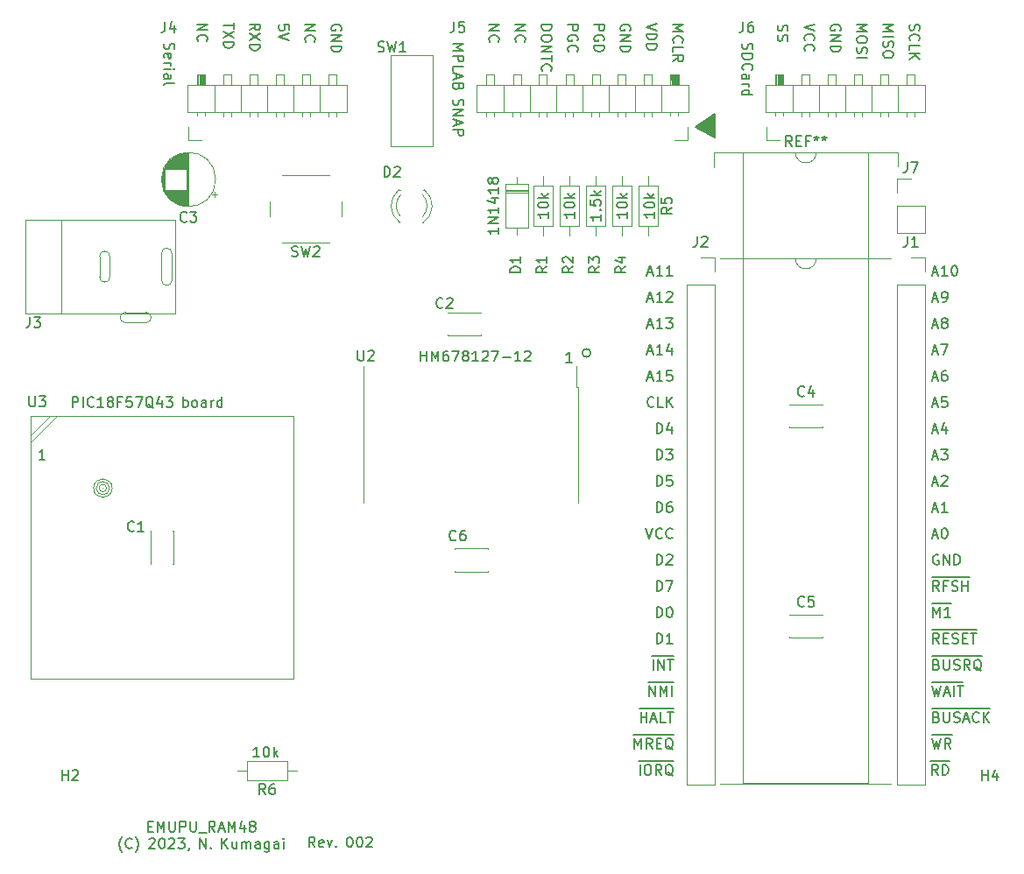
<source format=gto>
G04 #@! TF.GenerationSoftware,KiCad,Pcbnew,(7.0.0)*
G04 #@! TF.CreationDate,2023-04-01T19:44:55+09:00*
G04 #@! TF.ProjectId,EMUPU_RAM,454d5550-555f-4524-914d-2e6b69636164,rev?*
G04 #@! TF.SameCoordinates,PX4fefde0PY8670810*
G04 #@! TF.FileFunction,Legend,Top*
G04 #@! TF.FilePolarity,Positive*
%FSLAX46Y46*%
G04 Gerber Fmt 4.6, Leading zero omitted, Abs format (unit mm)*
G04 Created by KiCad (PCBNEW (7.0.0)) date 2023-04-01 19:44:55*
%MOMM*%
%LPD*%
G01*
G04 APERTURE LIST*
%ADD10C,0.150000*%
%ADD11C,0.120000*%
G04 APERTURE END LIST*
D10*
G36*
X67417461Y70133308D02*
G01*
X65512461Y71149308D01*
X67417461Y72419308D01*
X67417461Y70133308D01*
G37*
X67417461Y70133308D02*
X65512461Y71149308D01*
X67417461Y72419308D01*
X67417461Y70133308D01*
X55392609Y49276000D02*
G75*
G03*
X55392609Y49276000I-401609J0D01*
G01*
X88455476Y49398334D02*
X88931666Y49398334D01*
X88360238Y49112620D02*
X88693571Y50112620D01*
X88693571Y50112620D02*
X89026904Y49112620D01*
X89265000Y50112620D02*
X89931666Y50112620D01*
X89931666Y50112620D02*
X89503095Y49112620D01*
X51294380Y62904762D02*
X51294380Y62333334D01*
X51294380Y62619048D02*
X50294380Y62619048D01*
X50294380Y62619048D02*
X50437238Y62523810D01*
X50437238Y62523810D02*
X50532476Y62428572D01*
X50532476Y62428572D02*
X50580095Y62333334D01*
X50294380Y63523810D02*
X50294380Y63619048D01*
X50294380Y63619048D02*
X50342000Y63714286D01*
X50342000Y63714286D02*
X50389619Y63761905D01*
X50389619Y63761905D02*
X50484857Y63809524D01*
X50484857Y63809524D02*
X50675333Y63857143D01*
X50675333Y63857143D02*
X50913428Y63857143D01*
X50913428Y63857143D02*
X51103904Y63809524D01*
X51103904Y63809524D02*
X51199142Y63761905D01*
X51199142Y63761905D02*
X51246761Y63714286D01*
X51246761Y63714286D02*
X51294380Y63619048D01*
X51294380Y63619048D02*
X51294380Y63523810D01*
X51294380Y63523810D02*
X51246761Y63428572D01*
X51246761Y63428572D02*
X51199142Y63380953D01*
X51199142Y63380953D02*
X51103904Y63333334D01*
X51103904Y63333334D02*
X50913428Y63285715D01*
X50913428Y63285715D02*
X50675333Y63285715D01*
X50675333Y63285715D02*
X50484857Y63333334D01*
X50484857Y63333334D02*
X50389619Y63380953D01*
X50389619Y63380953D02*
X50342000Y63428572D01*
X50342000Y63428572D02*
X50294380Y63523810D01*
X51294380Y64285715D02*
X50294380Y64285715D01*
X50913428Y64380953D02*
X51294380Y64666667D01*
X50627714Y64666667D02*
X51008666Y64285715D01*
X48097619Y80981905D02*
X49097619Y80981905D01*
X49097619Y80981905D02*
X48097619Y80410477D01*
X48097619Y80410477D02*
X49097619Y80410477D01*
X48192857Y79362858D02*
X48145238Y79410477D01*
X48145238Y79410477D02*
X48097619Y79553334D01*
X48097619Y79553334D02*
X48097619Y79648572D01*
X48097619Y79648572D02*
X48145238Y79791429D01*
X48145238Y79791429D02*
X48240476Y79886667D01*
X48240476Y79886667D02*
X48335714Y79934286D01*
X48335714Y79934286D02*
X48526190Y79981905D01*
X48526190Y79981905D02*
X48669047Y79981905D01*
X48669047Y79981905D02*
X48859523Y79934286D01*
X48859523Y79934286D02*
X48954761Y79886667D01*
X48954761Y79886667D02*
X49050000Y79791429D01*
X49050000Y79791429D02*
X49097619Y79648572D01*
X49097619Y79648572D02*
X49097619Y79553334D01*
X49097619Y79553334D02*
X49050000Y79410477D01*
X49050000Y79410477D02*
X49002380Y79362858D01*
X42127619Y79136905D02*
X43127619Y79136905D01*
X43127619Y79136905D02*
X42413333Y78803572D01*
X42413333Y78803572D02*
X43127619Y78470239D01*
X43127619Y78470239D02*
X42127619Y78470239D01*
X42127619Y77994048D02*
X43127619Y77994048D01*
X43127619Y77994048D02*
X43127619Y77613096D01*
X43127619Y77613096D02*
X43080000Y77517858D01*
X43080000Y77517858D02*
X43032380Y77470239D01*
X43032380Y77470239D02*
X42937142Y77422620D01*
X42937142Y77422620D02*
X42794285Y77422620D01*
X42794285Y77422620D02*
X42699047Y77470239D01*
X42699047Y77470239D02*
X42651428Y77517858D01*
X42651428Y77517858D02*
X42603809Y77613096D01*
X42603809Y77613096D02*
X42603809Y77994048D01*
X42127619Y76517858D02*
X42127619Y76994048D01*
X42127619Y76994048D02*
X43127619Y76994048D01*
X42413333Y76232143D02*
X42413333Y75755953D01*
X42127619Y76327381D02*
X43127619Y75994048D01*
X43127619Y75994048D02*
X42127619Y75660715D01*
X42651428Y74994048D02*
X42603809Y74851191D01*
X42603809Y74851191D02*
X42556190Y74803572D01*
X42556190Y74803572D02*
X42460952Y74755953D01*
X42460952Y74755953D02*
X42318095Y74755953D01*
X42318095Y74755953D02*
X42222857Y74803572D01*
X42222857Y74803572D02*
X42175238Y74851191D01*
X42175238Y74851191D02*
X42127619Y74946429D01*
X42127619Y74946429D02*
X42127619Y75327381D01*
X42127619Y75327381D02*
X43127619Y75327381D01*
X43127619Y75327381D02*
X43127619Y74994048D01*
X43127619Y74994048D02*
X43080000Y74898810D01*
X43080000Y74898810D02*
X43032380Y74851191D01*
X43032380Y74851191D02*
X42937142Y74803572D01*
X42937142Y74803572D02*
X42841904Y74803572D01*
X42841904Y74803572D02*
X42746666Y74851191D01*
X42746666Y74851191D02*
X42699047Y74898810D01*
X42699047Y74898810D02*
X42651428Y74994048D01*
X42651428Y74994048D02*
X42651428Y75327381D01*
X42175238Y73775000D02*
X42127619Y73632143D01*
X42127619Y73632143D02*
X42127619Y73394048D01*
X42127619Y73394048D02*
X42175238Y73298810D01*
X42175238Y73298810D02*
X42222857Y73251191D01*
X42222857Y73251191D02*
X42318095Y73203572D01*
X42318095Y73203572D02*
X42413333Y73203572D01*
X42413333Y73203572D02*
X42508571Y73251191D01*
X42508571Y73251191D02*
X42556190Y73298810D01*
X42556190Y73298810D02*
X42603809Y73394048D01*
X42603809Y73394048D02*
X42651428Y73584524D01*
X42651428Y73584524D02*
X42699047Y73679762D01*
X42699047Y73679762D02*
X42746666Y73727381D01*
X42746666Y73727381D02*
X42841904Y73775000D01*
X42841904Y73775000D02*
X42937142Y73775000D01*
X42937142Y73775000D02*
X43032380Y73727381D01*
X43032380Y73727381D02*
X43080000Y73679762D01*
X43080000Y73679762D02*
X43127619Y73584524D01*
X43127619Y73584524D02*
X43127619Y73346429D01*
X43127619Y73346429D02*
X43080000Y73203572D01*
X42127619Y72775000D02*
X43127619Y72775000D01*
X43127619Y72775000D02*
X42127619Y72203572D01*
X42127619Y72203572D02*
X43127619Y72203572D01*
X42413333Y71775000D02*
X42413333Y71298810D01*
X42127619Y71870238D02*
X43127619Y71536905D01*
X43127619Y71536905D02*
X42127619Y71203572D01*
X42127619Y70870238D02*
X43127619Y70870238D01*
X43127619Y70870238D02*
X43127619Y70489286D01*
X43127619Y70489286D02*
X43080000Y70394048D01*
X43080000Y70394048D02*
X43032380Y70346429D01*
X43032380Y70346429D02*
X42937142Y70298810D01*
X42937142Y70298810D02*
X42794285Y70298810D01*
X42794285Y70298810D02*
X42699047Y70346429D01*
X42699047Y70346429D02*
X42651428Y70394048D01*
X42651428Y70394048D02*
X42603809Y70489286D01*
X42603809Y70489286D02*
X42603809Y70870238D01*
X45557619Y80981905D02*
X46557619Y80981905D01*
X46557619Y80981905D02*
X45557619Y80410477D01*
X45557619Y80410477D02*
X46557619Y80410477D01*
X45652857Y79362858D02*
X45605238Y79410477D01*
X45605238Y79410477D02*
X45557619Y79553334D01*
X45557619Y79553334D02*
X45557619Y79648572D01*
X45557619Y79648572D02*
X45605238Y79791429D01*
X45605238Y79791429D02*
X45700476Y79886667D01*
X45700476Y79886667D02*
X45795714Y79934286D01*
X45795714Y79934286D02*
X45986190Y79981905D01*
X45986190Y79981905D02*
X46129047Y79981905D01*
X46129047Y79981905D02*
X46319523Y79934286D01*
X46319523Y79934286D02*
X46414761Y79886667D01*
X46414761Y79886667D02*
X46510000Y79791429D01*
X46510000Y79791429D02*
X46557619Y79648572D01*
X46557619Y79648572D02*
X46557619Y79553334D01*
X46557619Y79553334D02*
X46510000Y79410477D01*
X46510000Y79410477D02*
X46462380Y79362858D01*
X88979523Y8472620D02*
X88646190Y8948810D01*
X88408095Y8472620D02*
X88408095Y9472620D01*
X88408095Y9472620D02*
X88789047Y9472620D01*
X88789047Y9472620D02*
X88884285Y9425000D01*
X88884285Y9425000D02*
X88931904Y9377381D01*
X88931904Y9377381D02*
X88979523Y9282143D01*
X88979523Y9282143D02*
X88979523Y9139286D01*
X88979523Y9139286D02*
X88931904Y9044048D01*
X88931904Y9044048D02*
X88884285Y8996429D01*
X88884285Y8996429D02*
X88789047Y8948810D01*
X88789047Y8948810D02*
X88408095Y8948810D01*
X89408095Y8472620D02*
X89408095Y9472620D01*
X89408095Y9472620D02*
X89646190Y9472620D01*
X89646190Y9472620D02*
X89789047Y9425000D01*
X89789047Y9425000D02*
X89884285Y9329762D01*
X89884285Y9329762D02*
X89931904Y9234524D01*
X89931904Y9234524D02*
X89979523Y9044048D01*
X89979523Y9044048D02*
X89979523Y8901191D01*
X89979523Y8901191D02*
X89931904Y8710715D01*
X89931904Y8710715D02*
X89884285Y8615477D01*
X89884285Y8615477D02*
X89789047Y8520239D01*
X89789047Y8520239D02*
X89646190Y8472620D01*
X89646190Y8472620D02*
X89408095Y8472620D01*
X88270000Y9825000D02*
X90070000Y9825000D01*
X70115238Y79184524D02*
X70067619Y79041667D01*
X70067619Y79041667D02*
X70067619Y78803572D01*
X70067619Y78803572D02*
X70115238Y78708334D01*
X70115238Y78708334D02*
X70162857Y78660715D01*
X70162857Y78660715D02*
X70258095Y78613096D01*
X70258095Y78613096D02*
X70353333Y78613096D01*
X70353333Y78613096D02*
X70448571Y78660715D01*
X70448571Y78660715D02*
X70496190Y78708334D01*
X70496190Y78708334D02*
X70543809Y78803572D01*
X70543809Y78803572D02*
X70591428Y78994048D01*
X70591428Y78994048D02*
X70639047Y79089286D01*
X70639047Y79089286D02*
X70686666Y79136905D01*
X70686666Y79136905D02*
X70781904Y79184524D01*
X70781904Y79184524D02*
X70877142Y79184524D01*
X70877142Y79184524D02*
X70972380Y79136905D01*
X70972380Y79136905D02*
X71020000Y79089286D01*
X71020000Y79089286D02*
X71067619Y78994048D01*
X71067619Y78994048D02*
X71067619Y78755953D01*
X71067619Y78755953D02*
X71020000Y78613096D01*
X70067619Y78184524D02*
X71067619Y78184524D01*
X71067619Y78184524D02*
X71067619Y77946429D01*
X71067619Y77946429D02*
X71020000Y77803572D01*
X71020000Y77803572D02*
X70924761Y77708334D01*
X70924761Y77708334D02*
X70829523Y77660715D01*
X70829523Y77660715D02*
X70639047Y77613096D01*
X70639047Y77613096D02*
X70496190Y77613096D01*
X70496190Y77613096D02*
X70305714Y77660715D01*
X70305714Y77660715D02*
X70210476Y77708334D01*
X70210476Y77708334D02*
X70115238Y77803572D01*
X70115238Y77803572D02*
X70067619Y77946429D01*
X70067619Y77946429D02*
X70067619Y78184524D01*
X70162857Y76613096D02*
X70115238Y76660715D01*
X70115238Y76660715D02*
X70067619Y76803572D01*
X70067619Y76803572D02*
X70067619Y76898810D01*
X70067619Y76898810D02*
X70115238Y77041667D01*
X70115238Y77041667D02*
X70210476Y77136905D01*
X70210476Y77136905D02*
X70305714Y77184524D01*
X70305714Y77184524D02*
X70496190Y77232143D01*
X70496190Y77232143D02*
X70639047Y77232143D01*
X70639047Y77232143D02*
X70829523Y77184524D01*
X70829523Y77184524D02*
X70924761Y77136905D01*
X70924761Y77136905D02*
X71020000Y77041667D01*
X71020000Y77041667D02*
X71067619Y76898810D01*
X71067619Y76898810D02*
X71067619Y76803572D01*
X71067619Y76803572D02*
X71020000Y76660715D01*
X71020000Y76660715D02*
X70972380Y76613096D01*
X70067619Y75755953D02*
X70591428Y75755953D01*
X70591428Y75755953D02*
X70686666Y75803572D01*
X70686666Y75803572D02*
X70734285Y75898810D01*
X70734285Y75898810D02*
X70734285Y76089286D01*
X70734285Y76089286D02*
X70686666Y76184524D01*
X70115238Y75755953D02*
X70067619Y75851191D01*
X70067619Y75851191D02*
X70067619Y76089286D01*
X70067619Y76089286D02*
X70115238Y76184524D01*
X70115238Y76184524D02*
X70210476Y76232143D01*
X70210476Y76232143D02*
X70305714Y76232143D01*
X70305714Y76232143D02*
X70400952Y76184524D01*
X70400952Y76184524D02*
X70448571Y76089286D01*
X70448571Y76089286D02*
X70448571Y75851191D01*
X70448571Y75851191D02*
X70496190Y75755953D01*
X70067619Y75279762D02*
X70734285Y75279762D01*
X70543809Y75279762D02*
X70639047Y75232143D01*
X70639047Y75232143D02*
X70686666Y75184524D01*
X70686666Y75184524D02*
X70734285Y75089286D01*
X70734285Y75089286D02*
X70734285Y74994048D01*
X70067619Y74232143D02*
X71067619Y74232143D01*
X70115238Y74232143D02*
X70067619Y74327381D01*
X70067619Y74327381D02*
X70067619Y74517857D01*
X70067619Y74517857D02*
X70115238Y74613095D01*
X70115238Y74613095D02*
X70162857Y74660714D01*
X70162857Y74660714D02*
X70258095Y74708333D01*
X70258095Y74708333D02*
X70543809Y74708333D01*
X70543809Y74708333D02*
X70639047Y74660714D01*
X70639047Y74660714D02*
X70686666Y74613095D01*
X70686666Y74613095D02*
X70734285Y74517857D01*
X70734285Y74517857D02*
X70734285Y74327381D01*
X70734285Y74327381D02*
X70686666Y74232143D01*
X50637619Y80981905D02*
X51637619Y80981905D01*
X51637619Y80981905D02*
X51637619Y80743810D01*
X51637619Y80743810D02*
X51590000Y80600953D01*
X51590000Y80600953D02*
X51494761Y80505715D01*
X51494761Y80505715D02*
X51399523Y80458096D01*
X51399523Y80458096D02*
X51209047Y80410477D01*
X51209047Y80410477D02*
X51066190Y80410477D01*
X51066190Y80410477D02*
X50875714Y80458096D01*
X50875714Y80458096D02*
X50780476Y80505715D01*
X50780476Y80505715D02*
X50685238Y80600953D01*
X50685238Y80600953D02*
X50637619Y80743810D01*
X50637619Y80743810D02*
X50637619Y80981905D01*
X51637619Y79791429D02*
X51637619Y79600953D01*
X51637619Y79600953D02*
X51590000Y79505715D01*
X51590000Y79505715D02*
X51494761Y79410477D01*
X51494761Y79410477D02*
X51304285Y79362858D01*
X51304285Y79362858D02*
X50970952Y79362858D01*
X50970952Y79362858D02*
X50780476Y79410477D01*
X50780476Y79410477D02*
X50685238Y79505715D01*
X50685238Y79505715D02*
X50637619Y79600953D01*
X50637619Y79600953D02*
X50637619Y79791429D01*
X50637619Y79791429D02*
X50685238Y79886667D01*
X50685238Y79886667D02*
X50780476Y79981905D01*
X50780476Y79981905D02*
X50970952Y80029524D01*
X50970952Y80029524D02*
X51304285Y80029524D01*
X51304285Y80029524D02*
X51494761Y79981905D01*
X51494761Y79981905D02*
X51590000Y79886667D01*
X51590000Y79886667D02*
X51637619Y79791429D01*
X50637619Y78934286D02*
X51637619Y78934286D01*
X51637619Y78934286D02*
X50637619Y78362858D01*
X50637619Y78362858D02*
X51637619Y78362858D01*
X51637619Y78029524D02*
X51637619Y77458096D01*
X50637619Y77743810D02*
X51637619Y77743810D01*
X50732857Y76553334D02*
X50685238Y76600953D01*
X50685238Y76600953D02*
X50637619Y76743810D01*
X50637619Y76743810D02*
X50637619Y76839048D01*
X50637619Y76839048D02*
X50685238Y76981905D01*
X50685238Y76981905D02*
X50780476Y77077143D01*
X50780476Y77077143D02*
X50875714Y77124762D01*
X50875714Y77124762D02*
X51066190Y77172381D01*
X51066190Y77172381D02*
X51209047Y77172381D01*
X51209047Y77172381D02*
X51399523Y77124762D01*
X51399523Y77124762D02*
X51494761Y77077143D01*
X51494761Y77077143D02*
X51590000Y76981905D01*
X51590000Y76981905D02*
X51637619Y76839048D01*
X51637619Y76839048D02*
X51637619Y76743810D01*
X51637619Y76743810D02*
X51590000Y76600953D01*
X51590000Y76600953D02*
X51542380Y76553334D01*
X88455476Y36698334D02*
X88931666Y36698334D01*
X88360238Y36412620D02*
X88693571Y37412620D01*
X88693571Y37412620D02*
X89026904Y36412620D01*
X89312619Y37317381D02*
X89360238Y37365000D01*
X89360238Y37365000D02*
X89455476Y37412620D01*
X89455476Y37412620D02*
X89693571Y37412620D01*
X89693571Y37412620D02*
X89788809Y37365000D01*
X89788809Y37365000D02*
X89836428Y37317381D01*
X89836428Y37317381D02*
X89884047Y37222143D01*
X89884047Y37222143D02*
X89884047Y37126905D01*
X89884047Y37126905D02*
X89836428Y36984048D01*
X89836428Y36984048D02*
X89265000Y36412620D01*
X89265000Y36412620D02*
X89884047Y36412620D01*
X61785714Y36412620D02*
X61785714Y37412620D01*
X61785714Y37412620D02*
X62023809Y37412620D01*
X62023809Y37412620D02*
X62166666Y37365000D01*
X62166666Y37365000D02*
X62261904Y37269762D01*
X62261904Y37269762D02*
X62309523Y37174524D01*
X62309523Y37174524D02*
X62357142Y36984048D01*
X62357142Y36984048D02*
X62357142Y36841191D01*
X62357142Y36841191D02*
X62309523Y36650715D01*
X62309523Y36650715D02*
X62261904Y36555477D01*
X62261904Y36555477D02*
X62166666Y36460239D01*
X62166666Y36460239D02*
X62023809Y36412620D01*
X62023809Y36412620D02*
X61785714Y36412620D01*
X63261904Y37412620D02*
X62785714Y37412620D01*
X62785714Y37412620D02*
X62738095Y36936429D01*
X62738095Y36936429D02*
X62785714Y36984048D01*
X62785714Y36984048D02*
X62880952Y37031667D01*
X62880952Y37031667D02*
X63119047Y37031667D01*
X63119047Y37031667D02*
X63214285Y36984048D01*
X63214285Y36984048D02*
X63261904Y36936429D01*
X63261904Y36936429D02*
X63309523Y36841191D01*
X63309523Y36841191D02*
X63309523Y36603096D01*
X63309523Y36603096D02*
X63261904Y36507858D01*
X63261904Y36507858D02*
X63214285Y36460239D01*
X63214285Y36460239D02*
X63119047Y36412620D01*
X63119047Y36412620D02*
X62880952Y36412620D01*
X62880952Y36412620D02*
X62785714Y36460239D01*
X62785714Y36460239D02*
X62738095Y36507858D01*
X17362619Y81041905D02*
X18362619Y81041905D01*
X18362619Y81041905D02*
X17362619Y80470477D01*
X17362619Y80470477D02*
X18362619Y80470477D01*
X17457857Y79422858D02*
X17410238Y79470477D01*
X17410238Y79470477D02*
X17362619Y79613334D01*
X17362619Y79613334D02*
X17362619Y79708572D01*
X17362619Y79708572D02*
X17410238Y79851429D01*
X17410238Y79851429D02*
X17505476Y79946667D01*
X17505476Y79946667D02*
X17600714Y79994286D01*
X17600714Y79994286D02*
X17791190Y80041905D01*
X17791190Y80041905D02*
X17934047Y80041905D01*
X17934047Y80041905D02*
X18124523Y79994286D01*
X18124523Y79994286D02*
X18219761Y79946667D01*
X18219761Y79946667D02*
X18315000Y79851429D01*
X18315000Y79851429D02*
X18362619Y79708572D01*
X18362619Y79708572D02*
X18362619Y79613334D01*
X18362619Y79613334D02*
X18315000Y79470477D01*
X18315000Y79470477D02*
X18267380Y79422858D01*
X61785714Y21172620D02*
X61785714Y22172620D01*
X61785714Y22172620D02*
X62023809Y22172620D01*
X62023809Y22172620D02*
X62166666Y22125000D01*
X62166666Y22125000D02*
X62261904Y22029762D01*
X62261904Y22029762D02*
X62309523Y21934524D01*
X62309523Y21934524D02*
X62357142Y21744048D01*
X62357142Y21744048D02*
X62357142Y21601191D01*
X62357142Y21601191D02*
X62309523Y21410715D01*
X62309523Y21410715D02*
X62261904Y21315477D01*
X62261904Y21315477D02*
X62166666Y21220239D01*
X62166666Y21220239D02*
X62023809Y21172620D01*
X62023809Y21172620D02*
X61785714Y21172620D01*
X63309523Y21172620D02*
X62738095Y21172620D01*
X63023809Y21172620D02*
X63023809Y22172620D01*
X63023809Y22172620D02*
X62928571Y22029762D01*
X62928571Y22029762D02*
X62833333Y21934524D01*
X62833333Y21934524D02*
X62738095Y21886905D01*
X77036619Y81057762D02*
X76036619Y80724429D01*
X76036619Y80724429D02*
X77036619Y80391096D01*
X76131857Y79486334D02*
X76084238Y79533953D01*
X76084238Y79533953D02*
X76036619Y79676810D01*
X76036619Y79676810D02*
X76036619Y79772048D01*
X76036619Y79772048D02*
X76084238Y79914905D01*
X76084238Y79914905D02*
X76179476Y80010143D01*
X76179476Y80010143D02*
X76274714Y80057762D01*
X76274714Y80057762D02*
X76465190Y80105381D01*
X76465190Y80105381D02*
X76608047Y80105381D01*
X76608047Y80105381D02*
X76798523Y80057762D01*
X76798523Y80057762D02*
X76893761Y80010143D01*
X76893761Y80010143D02*
X76989000Y79914905D01*
X76989000Y79914905D02*
X77036619Y79772048D01*
X77036619Y79772048D02*
X77036619Y79676810D01*
X77036619Y79676810D02*
X76989000Y79533953D01*
X76989000Y79533953D02*
X76941380Y79486334D01*
X76131857Y78486334D02*
X76084238Y78533953D01*
X76084238Y78533953D02*
X76036619Y78676810D01*
X76036619Y78676810D02*
X76036619Y78772048D01*
X76036619Y78772048D02*
X76084238Y78914905D01*
X76084238Y78914905D02*
X76179476Y79010143D01*
X76179476Y79010143D02*
X76274714Y79057762D01*
X76274714Y79057762D02*
X76465190Y79105381D01*
X76465190Y79105381D02*
X76608047Y79105381D01*
X76608047Y79105381D02*
X76798523Y79057762D01*
X76798523Y79057762D02*
X76893761Y79010143D01*
X76893761Y79010143D02*
X76989000Y78914905D01*
X76989000Y78914905D02*
X77036619Y78772048D01*
X77036619Y78772048D02*
X77036619Y78676810D01*
X77036619Y78676810D02*
X76989000Y78533953D01*
X76989000Y78533953D02*
X76941380Y78486334D01*
X20902619Y81184762D02*
X20902619Y80613334D01*
X19902619Y80899048D02*
X20902619Y80899048D01*
X20902619Y80375238D02*
X19902619Y79708572D01*
X20902619Y79708572D02*
X19902619Y80375238D01*
X19902619Y79327619D02*
X20902619Y79327619D01*
X20902619Y79327619D02*
X20902619Y79089524D01*
X20902619Y79089524D02*
X20855000Y78946667D01*
X20855000Y78946667D02*
X20759761Y78851429D01*
X20759761Y78851429D02*
X20664523Y78803810D01*
X20664523Y78803810D02*
X20474047Y78756191D01*
X20474047Y78756191D02*
X20331190Y78756191D01*
X20331190Y78756191D02*
X20140714Y78803810D01*
X20140714Y78803810D02*
X20045476Y78851429D01*
X20045476Y78851429D02*
X19950238Y78946667D01*
X19950238Y78946667D02*
X19902619Y79089524D01*
X19902619Y79089524D02*
X19902619Y79327619D01*
X88455476Y39238334D02*
X88931666Y39238334D01*
X88360238Y38952620D02*
X88693571Y39952620D01*
X88693571Y39952620D02*
X89026904Y38952620D01*
X89265000Y39952620D02*
X89884047Y39952620D01*
X89884047Y39952620D02*
X89550714Y39571667D01*
X89550714Y39571667D02*
X89693571Y39571667D01*
X89693571Y39571667D02*
X89788809Y39524048D01*
X89788809Y39524048D02*
X89836428Y39476429D01*
X89836428Y39476429D02*
X89884047Y39381191D01*
X89884047Y39381191D02*
X89884047Y39143096D01*
X89884047Y39143096D02*
X89836428Y39047858D01*
X89836428Y39047858D02*
X89788809Y39000239D01*
X89788809Y39000239D02*
X89693571Y38952620D01*
X89693571Y38952620D02*
X89407857Y38952620D01*
X89407857Y38952620D02*
X89312619Y39000239D01*
X89312619Y39000239D02*
X89265000Y39047858D01*
X88455476Y54478334D02*
X88931666Y54478334D01*
X88360238Y54192620D02*
X88693571Y55192620D01*
X88693571Y55192620D02*
X89026904Y54192620D01*
X89407857Y54192620D02*
X89598333Y54192620D01*
X89598333Y54192620D02*
X89693571Y54240239D01*
X89693571Y54240239D02*
X89741190Y54287858D01*
X89741190Y54287858D02*
X89836428Y54430715D01*
X89836428Y54430715D02*
X89884047Y54621191D01*
X89884047Y54621191D02*
X89884047Y55002143D01*
X89884047Y55002143D02*
X89836428Y55097381D01*
X89836428Y55097381D02*
X89788809Y55145000D01*
X89788809Y55145000D02*
X89693571Y55192620D01*
X89693571Y55192620D02*
X89503095Y55192620D01*
X89503095Y55192620D02*
X89407857Y55145000D01*
X89407857Y55145000D02*
X89360238Y55097381D01*
X89360238Y55097381D02*
X89312619Y55002143D01*
X89312619Y55002143D02*
X89312619Y54764048D01*
X89312619Y54764048D02*
X89360238Y54668810D01*
X89360238Y54668810D02*
X89407857Y54621191D01*
X89407857Y54621191D02*
X89503095Y54573572D01*
X89503095Y54573572D02*
X89693571Y54573572D01*
X89693571Y54573572D02*
X89788809Y54621191D01*
X89788809Y54621191D02*
X89836428Y54668810D01*
X89836428Y54668810D02*
X89884047Y54764048D01*
X88455476Y57018334D02*
X88931666Y57018334D01*
X88360238Y56732620D02*
X88693571Y57732620D01*
X88693571Y57732620D02*
X89026904Y56732620D01*
X89884047Y56732620D02*
X89312619Y56732620D01*
X89598333Y56732620D02*
X89598333Y57732620D01*
X89598333Y57732620D02*
X89503095Y57589762D01*
X89503095Y57589762D02*
X89407857Y57494524D01*
X89407857Y57494524D02*
X89312619Y57446905D01*
X90503095Y57732620D02*
X90598333Y57732620D01*
X90598333Y57732620D02*
X90693571Y57685000D01*
X90693571Y57685000D02*
X90741190Y57637381D01*
X90741190Y57637381D02*
X90788809Y57542143D01*
X90788809Y57542143D02*
X90836428Y57351667D01*
X90836428Y57351667D02*
X90836428Y57113572D01*
X90836428Y57113572D02*
X90788809Y56923096D01*
X90788809Y56923096D02*
X90741190Y56827858D01*
X90741190Y56827858D02*
X90693571Y56780239D01*
X90693571Y56780239D02*
X90598333Y56732620D01*
X90598333Y56732620D02*
X90503095Y56732620D01*
X90503095Y56732620D02*
X90407857Y56780239D01*
X90407857Y56780239D02*
X90360238Y56827858D01*
X90360238Y56827858D02*
X90312619Y56923096D01*
X90312619Y56923096D02*
X90265000Y57113572D01*
X90265000Y57113572D02*
X90265000Y57351667D01*
X90265000Y57351667D02*
X90312619Y57542143D01*
X90312619Y57542143D02*
X90360238Y57637381D01*
X90360238Y57637381D02*
X90407857Y57685000D01*
X90407857Y57685000D02*
X90503095Y57732620D01*
X61452381Y18632620D02*
X61452381Y19632620D01*
X61928571Y18632620D02*
X61928571Y19632620D01*
X61928571Y19632620D02*
X62499999Y18632620D01*
X62499999Y18632620D02*
X62499999Y19632620D01*
X62833333Y19632620D02*
X63404761Y19632620D01*
X63119047Y18632620D02*
X63119047Y19632620D01*
X61314286Y19985000D02*
X63400000Y19985000D01*
X88455476Y41778334D02*
X88931666Y41778334D01*
X88360238Y41492620D02*
X88693571Y42492620D01*
X88693571Y42492620D02*
X89026904Y41492620D01*
X89788809Y42159286D02*
X89788809Y41492620D01*
X89550714Y42540239D02*
X89312619Y41825953D01*
X89312619Y41825953D02*
X89931666Y41825953D01*
X12613333Y3506429D02*
X12946666Y3506429D01*
X13089523Y2982620D02*
X12613333Y2982620D01*
X12613333Y2982620D02*
X12613333Y3982620D01*
X12613333Y3982620D02*
X13089523Y3982620D01*
X13518095Y2982620D02*
X13518095Y3982620D01*
X13518095Y3982620D02*
X13851428Y3268334D01*
X13851428Y3268334D02*
X14184761Y3982620D01*
X14184761Y3982620D02*
X14184761Y2982620D01*
X14660952Y3982620D02*
X14660952Y3173096D01*
X14660952Y3173096D02*
X14708571Y3077858D01*
X14708571Y3077858D02*
X14756190Y3030239D01*
X14756190Y3030239D02*
X14851428Y2982620D01*
X14851428Y2982620D02*
X15041904Y2982620D01*
X15041904Y2982620D02*
X15137142Y3030239D01*
X15137142Y3030239D02*
X15184761Y3077858D01*
X15184761Y3077858D02*
X15232380Y3173096D01*
X15232380Y3173096D02*
X15232380Y3982620D01*
X15708571Y2982620D02*
X15708571Y3982620D01*
X15708571Y3982620D02*
X16089523Y3982620D01*
X16089523Y3982620D02*
X16184761Y3935000D01*
X16184761Y3935000D02*
X16232380Y3887381D01*
X16232380Y3887381D02*
X16279999Y3792143D01*
X16279999Y3792143D02*
X16279999Y3649286D01*
X16279999Y3649286D02*
X16232380Y3554048D01*
X16232380Y3554048D02*
X16184761Y3506429D01*
X16184761Y3506429D02*
X16089523Y3458810D01*
X16089523Y3458810D02*
X15708571Y3458810D01*
X16708571Y3982620D02*
X16708571Y3173096D01*
X16708571Y3173096D02*
X16756190Y3077858D01*
X16756190Y3077858D02*
X16803809Y3030239D01*
X16803809Y3030239D02*
X16899047Y2982620D01*
X16899047Y2982620D02*
X17089523Y2982620D01*
X17089523Y2982620D02*
X17184761Y3030239D01*
X17184761Y3030239D02*
X17232380Y3077858D01*
X17232380Y3077858D02*
X17279999Y3173096D01*
X17279999Y3173096D02*
X17279999Y3982620D01*
X17518095Y2887381D02*
X18279999Y2887381D01*
X19089523Y2982620D02*
X18756190Y3458810D01*
X18518095Y2982620D02*
X18518095Y3982620D01*
X18518095Y3982620D02*
X18899047Y3982620D01*
X18899047Y3982620D02*
X18994285Y3935000D01*
X18994285Y3935000D02*
X19041904Y3887381D01*
X19041904Y3887381D02*
X19089523Y3792143D01*
X19089523Y3792143D02*
X19089523Y3649286D01*
X19089523Y3649286D02*
X19041904Y3554048D01*
X19041904Y3554048D02*
X18994285Y3506429D01*
X18994285Y3506429D02*
X18899047Y3458810D01*
X18899047Y3458810D02*
X18518095Y3458810D01*
X19470476Y3268334D02*
X19946666Y3268334D01*
X19375238Y2982620D02*
X19708571Y3982620D01*
X19708571Y3982620D02*
X20041904Y2982620D01*
X20375238Y2982620D02*
X20375238Y3982620D01*
X20375238Y3982620D02*
X20708571Y3268334D01*
X20708571Y3268334D02*
X21041904Y3982620D01*
X21041904Y3982620D02*
X21041904Y2982620D01*
X21946666Y3649286D02*
X21946666Y2982620D01*
X21708571Y4030239D02*
X21470476Y3315953D01*
X21470476Y3315953D02*
X22089523Y3315953D01*
X22613333Y3554048D02*
X22518095Y3601667D01*
X22518095Y3601667D02*
X22470476Y3649286D01*
X22470476Y3649286D02*
X22422857Y3744524D01*
X22422857Y3744524D02*
X22422857Y3792143D01*
X22422857Y3792143D02*
X22470476Y3887381D01*
X22470476Y3887381D02*
X22518095Y3935000D01*
X22518095Y3935000D02*
X22613333Y3982620D01*
X22613333Y3982620D02*
X22803809Y3982620D01*
X22803809Y3982620D02*
X22899047Y3935000D01*
X22899047Y3935000D02*
X22946666Y3887381D01*
X22946666Y3887381D02*
X22994285Y3792143D01*
X22994285Y3792143D02*
X22994285Y3744524D01*
X22994285Y3744524D02*
X22946666Y3649286D01*
X22946666Y3649286D02*
X22899047Y3601667D01*
X22899047Y3601667D02*
X22803809Y3554048D01*
X22803809Y3554048D02*
X22613333Y3554048D01*
X22613333Y3554048D02*
X22518095Y3506429D01*
X22518095Y3506429D02*
X22470476Y3458810D01*
X22470476Y3458810D02*
X22422857Y3363572D01*
X22422857Y3363572D02*
X22422857Y3173096D01*
X22422857Y3173096D02*
X22470476Y3077858D01*
X22470476Y3077858D02*
X22518095Y3030239D01*
X22518095Y3030239D02*
X22613333Y2982620D01*
X22613333Y2982620D02*
X22803809Y2982620D01*
X22803809Y2982620D02*
X22899047Y3030239D01*
X22899047Y3030239D02*
X22946666Y3077858D01*
X22946666Y3077858D02*
X22994285Y3173096D01*
X22994285Y3173096D02*
X22994285Y3363572D01*
X22994285Y3363572D02*
X22946666Y3458810D01*
X22946666Y3458810D02*
X22899047Y3506429D01*
X22899047Y3506429D02*
X22803809Y3554048D01*
X10118095Y981667D02*
X10070476Y1029286D01*
X10070476Y1029286D02*
X9975238Y1172143D01*
X9975238Y1172143D02*
X9927619Y1267381D01*
X9927619Y1267381D02*
X9880000Y1410239D01*
X9880000Y1410239D02*
X9832381Y1648334D01*
X9832381Y1648334D02*
X9832381Y1838810D01*
X9832381Y1838810D02*
X9880000Y2076905D01*
X9880000Y2076905D02*
X9927619Y2219762D01*
X9927619Y2219762D02*
X9975238Y2315000D01*
X9975238Y2315000D02*
X10070476Y2457858D01*
X10070476Y2457858D02*
X10118095Y2505477D01*
X11070476Y1457858D02*
X11022857Y1410239D01*
X11022857Y1410239D02*
X10880000Y1362620D01*
X10880000Y1362620D02*
X10784762Y1362620D01*
X10784762Y1362620D02*
X10641905Y1410239D01*
X10641905Y1410239D02*
X10546667Y1505477D01*
X10546667Y1505477D02*
X10499048Y1600715D01*
X10499048Y1600715D02*
X10451429Y1791191D01*
X10451429Y1791191D02*
X10451429Y1934048D01*
X10451429Y1934048D02*
X10499048Y2124524D01*
X10499048Y2124524D02*
X10546667Y2219762D01*
X10546667Y2219762D02*
X10641905Y2315000D01*
X10641905Y2315000D02*
X10784762Y2362620D01*
X10784762Y2362620D02*
X10880000Y2362620D01*
X10880000Y2362620D02*
X11022857Y2315000D01*
X11022857Y2315000D02*
X11070476Y2267381D01*
X11403810Y981667D02*
X11451429Y1029286D01*
X11451429Y1029286D02*
X11546667Y1172143D01*
X11546667Y1172143D02*
X11594286Y1267381D01*
X11594286Y1267381D02*
X11641905Y1410239D01*
X11641905Y1410239D02*
X11689524Y1648334D01*
X11689524Y1648334D02*
X11689524Y1838810D01*
X11689524Y1838810D02*
X11641905Y2076905D01*
X11641905Y2076905D02*
X11594286Y2219762D01*
X11594286Y2219762D02*
X11546667Y2315000D01*
X11546667Y2315000D02*
X11451429Y2457858D01*
X11451429Y2457858D02*
X11403810Y2505477D01*
X12718096Y2267381D02*
X12765715Y2315000D01*
X12765715Y2315000D02*
X12860953Y2362620D01*
X12860953Y2362620D02*
X13099048Y2362620D01*
X13099048Y2362620D02*
X13194286Y2315000D01*
X13194286Y2315000D02*
X13241905Y2267381D01*
X13241905Y2267381D02*
X13289524Y2172143D01*
X13289524Y2172143D02*
X13289524Y2076905D01*
X13289524Y2076905D02*
X13241905Y1934048D01*
X13241905Y1934048D02*
X12670477Y1362620D01*
X12670477Y1362620D02*
X13289524Y1362620D01*
X13908572Y2362620D02*
X14003810Y2362620D01*
X14003810Y2362620D02*
X14099048Y2315000D01*
X14099048Y2315000D02*
X14146667Y2267381D01*
X14146667Y2267381D02*
X14194286Y2172143D01*
X14194286Y2172143D02*
X14241905Y1981667D01*
X14241905Y1981667D02*
X14241905Y1743572D01*
X14241905Y1743572D02*
X14194286Y1553096D01*
X14194286Y1553096D02*
X14146667Y1457858D01*
X14146667Y1457858D02*
X14099048Y1410239D01*
X14099048Y1410239D02*
X14003810Y1362620D01*
X14003810Y1362620D02*
X13908572Y1362620D01*
X13908572Y1362620D02*
X13813334Y1410239D01*
X13813334Y1410239D02*
X13765715Y1457858D01*
X13765715Y1457858D02*
X13718096Y1553096D01*
X13718096Y1553096D02*
X13670477Y1743572D01*
X13670477Y1743572D02*
X13670477Y1981667D01*
X13670477Y1981667D02*
X13718096Y2172143D01*
X13718096Y2172143D02*
X13765715Y2267381D01*
X13765715Y2267381D02*
X13813334Y2315000D01*
X13813334Y2315000D02*
X13908572Y2362620D01*
X14622858Y2267381D02*
X14670477Y2315000D01*
X14670477Y2315000D02*
X14765715Y2362620D01*
X14765715Y2362620D02*
X15003810Y2362620D01*
X15003810Y2362620D02*
X15099048Y2315000D01*
X15099048Y2315000D02*
X15146667Y2267381D01*
X15146667Y2267381D02*
X15194286Y2172143D01*
X15194286Y2172143D02*
X15194286Y2076905D01*
X15194286Y2076905D02*
X15146667Y1934048D01*
X15146667Y1934048D02*
X14575239Y1362620D01*
X14575239Y1362620D02*
X15194286Y1362620D01*
X15527620Y2362620D02*
X16146667Y2362620D01*
X16146667Y2362620D02*
X15813334Y1981667D01*
X15813334Y1981667D02*
X15956191Y1981667D01*
X15956191Y1981667D02*
X16051429Y1934048D01*
X16051429Y1934048D02*
X16099048Y1886429D01*
X16099048Y1886429D02*
X16146667Y1791191D01*
X16146667Y1791191D02*
X16146667Y1553096D01*
X16146667Y1553096D02*
X16099048Y1457858D01*
X16099048Y1457858D02*
X16051429Y1410239D01*
X16051429Y1410239D02*
X15956191Y1362620D01*
X15956191Y1362620D02*
X15670477Y1362620D01*
X15670477Y1362620D02*
X15575239Y1410239D01*
X15575239Y1410239D02*
X15527620Y1457858D01*
X16622858Y1410239D02*
X16622858Y1362620D01*
X16622858Y1362620D02*
X16575239Y1267381D01*
X16575239Y1267381D02*
X16527620Y1219762D01*
X17651429Y1362620D02*
X17651429Y2362620D01*
X17651429Y2362620D02*
X18222857Y1362620D01*
X18222857Y1362620D02*
X18222857Y2362620D01*
X18699048Y1457858D02*
X18746667Y1410239D01*
X18746667Y1410239D02*
X18699048Y1362620D01*
X18699048Y1362620D02*
X18651429Y1410239D01*
X18651429Y1410239D02*
X18699048Y1457858D01*
X18699048Y1457858D02*
X18699048Y1362620D01*
X19775238Y1362620D02*
X19775238Y2362620D01*
X20346666Y1362620D02*
X19918095Y1934048D01*
X20346666Y2362620D02*
X19775238Y1791191D01*
X21203809Y2029286D02*
X21203809Y1362620D01*
X20775238Y2029286D02*
X20775238Y1505477D01*
X20775238Y1505477D02*
X20822857Y1410239D01*
X20822857Y1410239D02*
X20918095Y1362620D01*
X20918095Y1362620D02*
X21060952Y1362620D01*
X21060952Y1362620D02*
X21156190Y1410239D01*
X21156190Y1410239D02*
X21203809Y1457858D01*
X21680000Y1362620D02*
X21680000Y2029286D01*
X21680000Y1934048D02*
X21727619Y1981667D01*
X21727619Y1981667D02*
X21822857Y2029286D01*
X21822857Y2029286D02*
X21965714Y2029286D01*
X21965714Y2029286D02*
X22060952Y1981667D01*
X22060952Y1981667D02*
X22108571Y1886429D01*
X22108571Y1886429D02*
X22108571Y1362620D01*
X22108571Y1886429D02*
X22156190Y1981667D01*
X22156190Y1981667D02*
X22251428Y2029286D01*
X22251428Y2029286D02*
X22394285Y2029286D01*
X22394285Y2029286D02*
X22489524Y1981667D01*
X22489524Y1981667D02*
X22537143Y1886429D01*
X22537143Y1886429D02*
X22537143Y1362620D01*
X23441904Y1362620D02*
X23441904Y1886429D01*
X23441904Y1886429D02*
X23394285Y1981667D01*
X23394285Y1981667D02*
X23299047Y2029286D01*
X23299047Y2029286D02*
X23108571Y2029286D01*
X23108571Y2029286D02*
X23013333Y1981667D01*
X23441904Y1410239D02*
X23346666Y1362620D01*
X23346666Y1362620D02*
X23108571Y1362620D01*
X23108571Y1362620D02*
X23013333Y1410239D01*
X23013333Y1410239D02*
X22965714Y1505477D01*
X22965714Y1505477D02*
X22965714Y1600715D01*
X22965714Y1600715D02*
X23013333Y1695953D01*
X23013333Y1695953D02*
X23108571Y1743572D01*
X23108571Y1743572D02*
X23346666Y1743572D01*
X23346666Y1743572D02*
X23441904Y1791191D01*
X24346666Y2029286D02*
X24346666Y1219762D01*
X24346666Y1219762D02*
X24299047Y1124524D01*
X24299047Y1124524D02*
X24251428Y1076905D01*
X24251428Y1076905D02*
X24156190Y1029286D01*
X24156190Y1029286D02*
X24013333Y1029286D01*
X24013333Y1029286D02*
X23918095Y1076905D01*
X24346666Y1410239D02*
X24251428Y1362620D01*
X24251428Y1362620D02*
X24060952Y1362620D01*
X24060952Y1362620D02*
X23965714Y1410239D01*
X23965714Y1410239D02*
X23918095Y1457858D01*
X23918095Y1457858D02*
X23870476Y1553096D01*
X23870476Y1553096D02*
X23870476Y1838810D01*
X23870476Y1838810D02*
X23918095Y1934048D01*
X23918095Y1934048D02*
X23965714Y1981667D01*
X23965714Y1981667D02*
X24060952Y2029286D01*
X24060952Y2029286D02*
X24251428Y2029286D01*
X24251428Y2029286D02*
X24346666Y1981667D01*
X25251428Y1362620D02*
X25251428Y1886429D01*
X25251428Y1886429D02*
X25203809Y1981667D01*
X25203809Y1981667D02*
X25108571Y2029286D01*
X25108571Y2029286D02*
X24918095Y2029286D01*
X24918095Y2029286D02*
X24822857Y1981667D01*
X25251428Y1410239D02*
X25156190Y1362620D01*
X25156190Y1362620D02*
X24918095Y1362620D01*
X24918095Y1362620D02*
X24822857Y1410239D01*
X24822857Y1410239D02*
X24775238Y1505477D01*
X24775238Y1505477D02*
X24775238Y1600715D01*
X24775238Y1600715D02*
X24822857Y1695953D01*
X24822857Y1695953D02*
X24918095Y1743572D01*
X24918095Y1743572D02*
X25156190Y1743572D01*
X25156190Y1743572D02*
X25251428Y1791191D01*
X25727619Y1362620D02*
X25727619Y2029286D01*
X25727619Y2362620D02*
X25680000Y2315000D01*
X25680000Y2315000D02*
X25727619Y2267381D01*
X25727619Y2267381D02*
X25775238Y2315000D01*
X25775238Y2315000D02*
X25727619Y2362620D01*
X25727619Y2362620D02*
X25727619Y2267381D01*
X53834380Y62904762D02*
X53834380Y62333334D01*
X53834380Y62619048D02*
X52834380Y62619048D01*
X52834380Y62619048D02*
X52977238Y62523810D01*
X52977238Y62523810D02*
X53072476Y62428572D01*
X53072476Y62428572D02*
X53120095Y62333334D01*
X52834380Y63523810D02*
X52834380Y63619048D01*
X52834380Y63619048D02*
X52882000Y63714286D01*
X52882000Y63714286D02*
X52929619Y63761905D01*
X52929619Y63761905D02*
X53024857Y63809524D01*
X53024857Y63809524D02*
X53215333Y63857143D01*
X53215333Y63857143D02*
X53453428Y63857143D01*
X53453428Y63857143D02*
X53643904Y63809524D01*
X53643904Y63809524D02*
X53739142Y63761905D01*
X53739142Y63761905D02*
X53786761Y63714286D01*
X53786761Y63714286D02*
X53834380Y63619048D01*
X53834380Y63619048D02*
X53834380Y63523810D01*
X53834380Y63523810D02*
X53786761Y63428572D01*
X53786761Y63428572D02*
X53739142Y63380953D01*
X53739142Y63380953D02*
X53643904Y63333334D01*
X53643904Y63333334D02*
X53453428Y63285715D01*
X53453428Y63285715D02*
X53215333Y63285715D01*
X53215333Y63285715D02*
X53024857Y63333334D01*
X53024857Y63333334D02*
X52929619Y63380953D01*
X52929619Y63380953D02*
X52882000Y63428572D01*
X52882000Y63428572D02*
X52834380Y63523810D01*
X53834380Y64285715D02*
X52834380Y64285715D01*
X53453428Y64380953D02*
X53834380Y64666667D01*
X53167714Y64666667D02*
X53548666Y64285715D01*
X89074523Y21172620D02*
X88741190Y21648810D01*
X88503095Y21172620D02*
X88503095Y22172620D01*
X88503095Y22172620D02*
X88884047Y22172620D01*
X88884047Y22172620D02*
X88979285Y22125000D01*
X88979285Y22125000D02*
X89026904Y22077381D01*
X89026904Y22077381D02*
X89074523Y21982143D01*
X89074523Y21982143D02*
X89074523Y21839286D01*
X89074523Y21839286D02*
X89026904Y21744048D01*
X89026904Y21744048D02*
X88979285Y21696429D01*
X88979285Y21696429D02*
X88884047Y21648810D01*
X88884047Y21648810D02*
X88503095Y21648810D01*
X89503095Y21696429D02*
X89836428Y21696429D01*
X89979285Y21172620D02*
X89503095Y21172620D01*
X89503095Y21172620D02*
X89503095Y22172620D01*
X89503095Y22172620D02*
X89979285Y22172620D01*
X90360238Y21220239D02*
X90503095Y21172620D01*
X90503095Y21172620D02*
X90741190Y21172620D01*
X90741190Y21172620D02*
X90836428Y21220239D01*
X90836428Y21220239D02*
X90884047Y21267858D01*
X90884047Y21267858D02*
X90931666Y21363096D01*
X90931666Y21363096D02*
X90931666Y21458334D01*
X90931666Y21458334D02*
X90884047Y21553572D01*
X90884047Y21553572D02*
X90836428Y21601191D01*
X90836428Y21601191D02*
X90741190Y21648810D01*
X90741190Y21648810D02*
X90550714Y21696429D01*
X90550714Y21696429D02*
X90455476Y21744048D01*
X90455476Y21744048D02*
X90407857Y21791667D01*
X90407857Y21791667D02*
X90360238Y21886905D01*
X90360238Y21886905D02*
X90360238Y21982143D01*
X90360238Y21982143D02*
X90407857Y22077381D01*
X90407857Y22077381D02*
X90455476Y22125000D01*
X90455476Y22125000D02*
X90550714Y22172620D01*
X90550714Y22172620D02*
X90788809Y22172620D01*
X90788809Y22172620D02*
X90931666Y22125000D01*
X91360238Y21696429D02*
X91693571Y21696429D01*
X91836428Y21172620D02*
X91360238Y21172620D01*
X91360238Y21172620D02*
X91360238Y22172620D01*
X91360238Y22172620D02*
X91836428Y22172620D01*
X92122143Y22172620D02*
X92693571Y22172620D01*
X92407857Y21172620D02*
X92407857Y22172620D01*
X88365000Y22525000D02*
X92688810Y22525000D01*
X89074523Y26252620D02*
X88741190Y26728810D01*
X88503095Y26252620D02*
X88503095Y27252620D01*
X88503095Y27252620D02*
X88884047Y27252620D01*
X88884047Y27252620D02*
X88979285Y27205000D01*
X88979285Y27205000D02*
X89026904Y27157381D01*
X89026904Y27157381D02*
X89074523Y27062143D01*
X89074523Y27062143D02*
X89074523Y26919286D01*
X89074523Y26919286D02*
X89026904Y26824048D01*
X89026904Y26824048D02*
X88979285Y26776429D01*
X88979285Y26776429D02*
X88884047Y26728810D01*
X88884047Y26728810D02*
X88503095Y26728810D01*
X89836428Y26776429D02*
X89503095Y26776429D01*
X89503095Y26252620D02*
X89503095Y27252620D01*
X89503095Y27252620D02*
X89979285Y27252620D01*
X90312619Y26300239D02*
X90455476Y26252620D01*
X90455476Y26252620D02*
X90693571Y26252620D01*
X90693571Y26252620D02*
X90788809Y26300239D01*
X90788809Y26300239D02*
X90836428Y26347858D01*
X90836428Y26347858D02*
X90884047Y26443096D01*
X90884047Y26443096D02*
X90884047Y26538334D01*
X90884047Y26538334D02*
X90836428Y26633572D01*
X90836428Y26633572D02*
X90788809Y26681191D01*
X90788809Y26681191D02*
X90693571Y26728810D01*
X90693571Y26728810D02*
X90503095Y26776429D01*
X90503095Y26776429D02*
X90407857Y26824048D01*
X90407857Y26824048D02*
X90360238Y26871667D01*
X90360238Y26871667D02*
X90312619Y26966905D01*
X90312619Y26966905D02*
X90312619Y27062143D01*
X90312619Y27062143D02*
X90360238Y27157381D01*
X90360238Y27157381D02*
X90407857Y27205000D01*
X90407857Y27205000D02*
X90503095Y27252620D01*
X90503095Y27252620D02*
X90741190Y27252620D01*
X90741190Y27252620D02*
X90884047Y27205000D01*
X91312619Y26252620D02*
X91312619Y27252620D01*
X91312619Y26776429D02*
X91884047Y26776429D01*
X91884047Y26252620D02*
X91884047Y27252620D01*
X88365000Y27605000D02*
X92022143Y27605000D01*
X60928571Y51938334D02*
X61404761Y51938334D01*
X60833333Y51652620D02*
X61166666Y52652620D01*
X61166666Y52652620D02*
X61499999Y51652620D01*
X62357142Y51652620D02*
X61785714Y51652620D01*
X62071428Y51652620D02*
X62071428Y52652620D01*
X62071428Y52652620D02*
X61976190Y52509762D01*
X61976190Y52509762D02*
X61880952Y52414524D01*
X61880952Y52414524D02*
X61785714Y52366905D01*
X62690476Y52652620D02*
X63309523Y52652620D01*
X63309523Y52652620D02*
X62976190Y52271667D01*
X62976190Y52271667D02*
X63119047Y52271667D01*
X63119047Y52271667D02*
X63214285Y52224048D01*
X63214285Y52224048D02*
X63261904Y52176429D01*
X63261904Y52176429D02*
X63309523Y52081191D01*
X63309523Y52081191D02*
X63309523Y51843096D01*
X63309523Y51843096D02*
X63261904Y51747858D01*
X63261904Y51747858D02*
X63214285Y51700239D01*
X63214285Y51700239D02*
X63119047Y51652620D01*
X63119047Y51652620D02*
X62833333Y51652620D01*
X62833333Y51652620D02*
X62738095Y51700239D01*
X62738095Y51700239D02*
X62690476Y51747858D01*
X58914380Y62904762D02*
X58914380Y62333334D01*
X58914380Y62619048D02*
X57914380Y62619048D01*
X57914380Y62619048D02*
X58057238Y62523810D01*
X58057238Y62523810D02*
X58152476Y62428572D01*
X58152476Y62428572D02*
X58200095Y62333334D01*
X57914380Y63523810D02*
X57914380Y63619048D01*
X57914380Y63619048D02*
X57962000Y63714286D01*
X57962000Y63714286D02*
X58009619Y63761905D01*
X58009619Y63761905D02*
X58104857Y63809524D01*
X58104857Y63809524D02*
X58295333Y63857143D01*
X58295333Y63857143D02*
X58533428Y63857143D01*
X58533428Y63857143D02*
X58723904Y63809524D01*
X58723904Y63809524D02*
X58819142Y63761905D01*
X58819142Y63761905D02*
X58866761Y63714286D01*
X58866761Y63714286D02*
X58914380Y63619048D01*
X58914380Y63619048D02*
X58914380Y63523810D01*
X58914380Y63523810D02*
X58866761Y63428572D01*
X58866761Y63428572D02*
X58819142Y63380953D01*
X58819142Y63380953D02*
X58723904Y63333334D01*
X58723904Y63333334D02*
X58533428Y63285715D01*
X58533428Y63285715D02*
X58295333Y63285715D01*
X58295333Y63285715D02*
X58104857Y63333334D01*
X58104857Y63333334D02*
X58009619Y63380953D01*
X58009619Y63380953D02*
X57962000Y63428572D01*
X57962000Y63428572D02*
X57914380Y63523810D01*
X58914380Y64285715D02*
X57914380Y64285715D01*
X58533428Y64380953D02*
X58914380Y64666667D01*
X58247714Y64666667D02*
X58628666Y64285715D01*
X61581380Y62904762D02*
X61581380Y62333334D01*
X61581380Y62619048D02*
X60581380Y62619048D01*
X60581380Y62619048D02*
X60724238Y62523810D01*
X60724238Y62523810D02*
X60819476Y62428572D01*
X60819476Y62428572D02*
X60867095Y62333334D01*
X60581380Y63523810D02*
X60581380Y63619048D01*
X60581380Y63619048D02*
X60629000Y63714286D01*
X60629000Y63714286D02*
X60676619Y63761905D01*
X60676619Y63761905D02*
X60771857Y63809524D01*
X60771857Y63809524D02*
X60962333Y63857143D01*
X60962333Y63857143D02*
X61200428Y63857143D01*
X61200428Y63857143D02*
X61390904Y63809524D01*
X61390904Y63809524D02*
X61486142Y63761905D01*
X61486142Y63761905D02*
X61533761Y63714286D01*
X61533761Y63714286D02*
X61581380Y63619048D01*
X61581380Y63619048D02*
X61581380Y63523810D01*
X61581380Y63523810D02*
X61533761Y63428572D01*
X61533761Y63428572D02*
X61486142Y63380953D01*
X61486142Y63380953D02*
X61390904Y63333334D01*
X61390904Y63333334D02*
X61200428Y63285715D01*
X61200428Y63285715D02*
X60962333Y63285715D01*
X60962333Y63285715D02*
X60771857Y63333334D01*
X60771857Y63333334D02*
X60676619Y63380953D01*
X60676619Y63380953D02*
X60629000Y63428572D01*
X60629000Y63428572D02*
X60581380Y63523810D01*
X61581380Y64285715D02*
X60581380Y64285715D01*
X61200428Y64380953D02*
X61581380Y64666667D01*
X60914714Y64666667D02*
X61295666Y64285715D01*
X27777619Y80981905D02*
X28777619Y80981905D01*
X28777619Y80981905D02*
X27777619Y80410477D01*
X27777619Y80410477D02*
X28777619Y80410477D01*
X27872857Y79362858D02*
X27825238Y79410477D01*
X27825238Y79410477D02*
X27777619Y79553334D01*
X27777619Y79553334D02*
X27777619Y79648572D01*
X27777619Y79648572D02*
X27825238Y79791429D01*
X27825238Y79791429D02*
X27920476Y79886667D01*
X27920476Y79886667D02*
X28015714Y79934286D01*
X28015714Y79934286D02*
X28206190Y79981905D01*
X28206190Y79981905D02*
X28349047Y79981905D01*
X28349047Y79981905D02*
X28539523Y79934286D01*
X28539523Y79934286D02*
X28634761Y79886667D01*
X28634761Y79886667D02*
X28730000Y79791429D01*
X28730000Y79791429D02*
X28777619Y79648572D01*
X28777619Y79648572D02*
X28777619Y79553334D01*
X28777619Y79553334D02*
X28730000Y79410477D01*
X28730000Y79410477D02*
X28682380Y79362858D01*
X61785714Y38952620D02*
X61785714Y39952620D01*
X61785714Y39952620D02*
X62023809Y39952620D01*
X62023809Y39952620D02*
X62166666Y39905000D01*
X62166666Y39905000D02*
X62261904Y39809762D01*
X62261904Y39809762D02*
X62309523Y39714524D01*
X62309523Y39714524D02*
X62357142Y39524048D01*
X62357142Y39524048D02*
X62357142Y39381191D01*
X62357142Y39381191D02*
X62309523Y39190715D01*
X62309523Y39190715D02*
X62261904Y39095477D01*
X62261904Y39095477D02*
X62166666Y39000239D01*
X62166666Y39000239D02*
X62023809Y38952620D01*
X62023809Y38952620D02*
X61785714Y38952620D01*
X62690476Y39952620D02*
X63309523Y39952620D01*
X63309523Y39952620D02*
X62976190Y39571667D01*
X62976190Y39571667D02*
X63119047Y39571667D01*
X63119047Y39571667D02*
X63214285Y39524048D01*
X63214285Y39524048D02*
X63261904Y39476429D01*
X63261904Y39476429D02*
X63309523Y39381191D01*
X63309523Y39381191D02*
X63309523Y39143096D01*
X63309523Y39143096D02*
X63261904Y39047858D01*
X63261904Y39047858D02*
X63214285Y39000239D01*
X63214285Y39000239D02*
X63119047Y38952620D01*
X63119047Y38952620D02*
X62833333Y38952620D01*
X62833333Y38952620D02*
X62738095Y39000239D01*
X62738095Y39000239D02*
X62690476Y39047858D01*
X31269000Y80458096D02*
X31316619Y80553334D01*
X31316619Y80553334D02*
X31316619Y80696191D01*
X31316619Y80696191D02*
X31269000Y80839048D01*
X31269000Y80839048D02*
X31173761Y80934286D01*
X31173761Y80934286D02*
X31078523Y80981905D01*
X31078523Y80981905D02*
X30888047Y81029524D01*
X30888047Y81029524D02*
X30745190Y81029524D01*
X30745190Y81029524D02*
X30554714Y80981905D01*
X30554714Y80981905D02*
X30459476Y80934286D01*
X30459476Y80934286D02*
X30364238Y80839048D01*
X30364238Y80839048D02*
X30316619Y80696191D01*
X30316619Y80696191D02*
X30316619Y80600953D01*
X30316619Y80600953D02*
X30364238Y80458096D01*
X30364238Y80458096D02*
X30411857Y80410477D01*
X30411857Y80410477D02*
X30745190Y80410477D01*
X30745190Y80410477D02*
X30745190Y80600953D01*
X30316619Y79981905D02*
X31316619Y79981905D01*
X31316619Y79981905D02*
X30316619Y79410477D01*
X30316619Y79410477D02*
X31316619Y79410477D01*
X30316619Y78934286D02*
X31316619Y78934286D01*
X31316619Y78934286D02*
X31316619Y78696191D01*
X31316619Y78696191D02*
X31269000Y78553334D01*
X31269000Y78553334D02*
X31173761Y78458096D01*
X31173761Y78458096D02*
X31078523Y78410477D01*
X31078523Y78410477D02*
X30888047Y78362858D01*
X30888047Y78362858D02*
X30745190Y78362858D01*
X30745190Y78362858D02*
X30554714Y78410477D01*
X30554714Y78410477D02*
X30459476Y78458096D01*
X30459476Y78458096D02*
X30364238Y78553334D01*
X30364238Y78553334D02*
X30316619Y78696191D01*
X30316619Y78696191D02*
X30316619Y78934286D01*
X61785714Y41492620D02*
X61785714Y42492620D01*
X61785714Y42492620D02*
X62023809Y42492620D01*
X62023809Y42492620D02*
X62166666Y42445000D01*
X62166666Y42445000D02*
X62261904Y42349762D01*
X62261904Y42349762D02*
X62309523Y42254524D01*
X62309523Y42254524D02*
X62357142Y42064048D01*
X62357142Y42064048D02*
X62357142Y41921191D01*
X62357142Y41921191D02*
X62309523Y41730715D01*
X62309523Y41730715D02*
X62261904Y41635477D01*
X62261904Y41635477D02*
X62166666Y41540239D01*
X62166666Y41540239D02*
X62023809Y41492620D01*
X62023809Y41492620D02*
X61785714Y41492620D01*
X63214285Y42159286D02*
X63214285Y41492620D01*
X62976190Y42540239D02*
X62738095Y41825953D01*
X62738095Y41825953D02*
X63357142Y41825953D01*
X23393304Y10199820D02*
X22821876Y10199820D01*
X23107590Y10199820D02*
X23107590Y11199820D01*
X23107590Y11199820D02*
X23012352Y11056962D01*
X23012352Y11056962D02*
X22917114Y10961724D01*
X22917114Y10961724D02*
X22821876Y10914105D01*
X24012352Y11199820D02*
X24107590Y11199820D01*
X24107590Y11199820D02*
X24202828Y11152200D01*
X24202828Y11152200D02*
X24250447Y11104581D01*
X24250447Y11104581D02*
X24298066Y11009343D01*
X24298066Y11009343D02*
X24345685Y10818867D01*
X24345685Y10818867D02*
X24345685Y10580772D01*
X24345685Y10580772D02*
X24298066Y10390296D01*
X24298066Y10390296D02*
X24250447Y10295058D01*
X24250447Y10295058D02*
X24202828Y10247439D01*
X24202828Y10247439D02*
X24107590Y10199820D01*
X24107590Y10199820D02*
X24012352Y10199820D01*
X24012352Y10199820D02*
X23917114Y10247439D01*
X23917114Y10247439D02*
X23869495Y10295058D01*
X23869495Y10295058D02*
X23821876Y10390296D01*
X23821876Y10390296D02*
X23774257Y10580772D01*
X23774257Y10580772D02*
X23774257Y10818867D01*
X23774257Y10818867D02*
X23821876Y11009343D01*
X23821876Y11009343D02*
X23869495Y11104581D01*
X23869495Y11104581D02*
X23917114Y11152200D01*
X23917114Y11152200D02*
X24012352Y11199820D01*
X24774257Y10199820D02*
X24774257Y11199820D01*
X24869495Y10580772D02*
X25155209Y10199820D01*
X25155209Y10866486D02*
X24774257Y10485534D01*
X61785714Y23712620D02*
X61785714Y24712620D01*
X61785714Y24712620D02*
X62023809Y24712620D01*
X62023809Y24712620D02*
X62166666Y24665000D01*
X62166666Y24665000D02*
X62261904Y24569762D01*
X62261904Y24569762D02*
X62309523Y24474524D01*
X62309523Y24474524D02*
X62357142Y24284048D01*
X62357142Y24284048D02*
X62357142Y24141191D01*
X62357142Y24141191D02*
X62309523Y23950715D01*
X62309523Y23950715D02*
X62261904Y23855477D01*
X62261904Y23855477D02*
X62166666Y23760239D01*
X62166666Y23760239D02*
X62023809Y23712620D01*
X62023809Y23712620D02*
X61785714Y23712620D01*
X62976190Y24712620D02*
X63071428Y24712620D01*
X63071428Y24712620D02*
X63166666Y24665000D01*
X63166666Y24665000D02*
X63214285Y24617381D01*
X63214285Y24617381D02*
X63261904Y24522143D01*
X63261904Y24522143D02*
X63309523Y24331667D01*
X63309523Y24331667D02*
X63309523Y24093572D01*
X63309523Y24093572D02*
X63261904Y23903096D01*
X63261904Y23903096D02*
X63214285Y23807858D01*
X63214285Y23807858D02*
X63166666Y23760239D01*
X63166666Y23760239D02*
X63071428Y23712620D01*
X63071428Y23712620D02*
X62976190Y23712620D01*
X62976190Y23712620D02*
X62880952Y23760239D01*
X62880952Y23760239D02*
X62833333Y23807858D01*
X62833333Y23807858D02*
X62785714Y23903096D01*
X62785714Y23903096D02*
X62738095Y24093572D01*
X62738095Y24093572D02*
X62738095Y24331667D01*
X62738095Y24331667D02*
X62785714Y24522143D01*
X62785714Y24522143D02*
X62833333Y24617381D01*
X62833333Y24617381D02*
X62880952Y24665000D01*
X62880952Y24665000D02*
X62976190Y24712620D01*
X88455476Y46858334D02*
X88931666Y46858334D01*
X88360238Y46572620D02*
X88693571Y47572620D01*
X88693571Y47572620D02*
X89026904Y46572620D01*
X89788809Y47572620D02*
X89598333Y47572620D01*
X89598333Y47572620D02*
X89503095Y47525000D01*
X89503095Y47525000D02*
X89455476Y47477381D01*
X89455476Y47477381D02*
X89360238Y47334524D01*
X89360238Y47334524D02*
X89312619Y47144048D01*
X89312619Y47144048D02*
X89312619Y46763096D01*
X89312619Y46763096D02*
X89360238Y46667858D01*
X89360238Y46667858D02*
X89407857Y46620239D01*
X89407857Y46620239D02*
X89503095Y46572620D01*
X89503095Y46572620D02*
X89693571Y46572620D01*
X89693571Y46572620D02*
X89788809Y46620239D01*
X89788809Y46620239D02*
X89836428Y46667858D01*
X89836428Y46667858D02*
X89884047Y46763096D01*
X89884047Y46763096D02*
X89884047Y47001191D01*
X89884047Y47001191D02*
X89836428Y47096429D01*
X89836428Y47096429D02*
X89788809Y47144048D01*
X89788809Y47144048D02*
X89693571Y47191667D01*
X89693571Y47191667D02*
X89503095Y47191667D01*
X89503095Y47191667D02*
X89407857Y47144048D01*
X89407857Y47144048D02*
X89360238Y47096429D01*
X89360238Y47096429D02*
X89312619Y47001191D01*
X81117619Y80981905D02*
X82117619Y80981905D01*
X82117619Y80981905D02*
X81403333Y80648572D01*
X81403333Y80648572D02*
X82117619Y80315239D01*
X82117619Y80315239D02*
X81117619Y80315239D01*
X82117619Y79648572D02*
X82117619Y79458096D01*
X82117619Y79458096D02*
X82070000Y79362858D01*
X82070000Y79362858D02*
X81974761Y79267620D01*
X81974761Y79267620D02*
X81784285Y79220001D01*
X81784285Y79220001D02*
X81450952Y79220001D01*
X81450952Y79220001D02*
X81260476Y79267620D01*
X81260476Y79267620D02*
X81165238Y79362858D01*
X81165238Y79362858D02*
X81117619Y79458096D01*
X81117619Y79458096D02*
X81117619Y79648572D01*
X81117619Y79648572D02*
X81165238Y79743810D01*
X81165238Y79743810D02*
X81260476Y79839048D01*
X81260476Y79839048D02*
X81450952Y79886667D01*
X81450952Y79886667D02*
X81784285Y79886667D01*
X81784285Y79886667D02*
X81974761Y79839048D01*
X81974761Y79839048D02*
X82070000Y79743810D01*
X82070000Y79743810D02*
X82117619Y79648572D01*
X81165238Y78839048D02*
X81117619Y78696191D01*
X81117619Y78696191D02*
X81117619Y78458096D01*
X81117619Y78458096D02*
X81165238Y78362858D01*
X81165238Y78362858D02*
X81212857Y78315239D01*
X81212857Y78315239D02*
X81308095Y78267620D01*
X81308095Y78267620D02*
X81403333Y78267620D01*
X81403333Y78267620D02*
X81498571Y78315239D01*
X81498571Y78315239D02*
X81546190Y78362858D01*
X81546190Y78362858D02*
X81593809Y78458096D01*
X81593809Y78458096D02*
X81641428Y78648572D01*
X81641428Y78648572D02*
X81689047Y78743810D01*
X81689047Y78743810D02*
X81736666Y78791429D01*
X81736666Y78791429D02*
X81831904Y78839048D01*
X81831904Y78839048D02*
X81927142Y78839048D01*
X81927142Y78839048D02*
X82022380Y78791429D01*
X82022380Y78791429D02*
X82070000Y78743810D01*
X82070000Y78743810D02*
X82117619Y78648572D01*
X82117619Y78648572D02*
X82117619Y78410477D01*
X82117619Y78410477D02*
X82070000Y78267620D01*
X81117619Y77839048D02*
X82117619Y77839048D01*
X61499999Y44127858D02*
X61452380Y44080239D01*
X61452380Y44080239D02*
X61309523Y44032620D01*
X61309523Y44032620D02*
X61214285Y44032620D01*
X61214285Y44032620D02*
X61071428Y44080239D01*
X61071428Y44080239D02*
X60976190Y44175477D01*
X60976190Y44175477D02*
X60928571Y44270715D01*
X60928571Y44270715D02*
X60880952Y44461191D01*
X60880952Y44461191D02*
X60880952Y44604048D01*
X60880952Y44604048D02*
X60928571Y44794524D01*
X60928571Y44794524D02*
X60976190Y44889762D01*
X60976190Y44889762D02*
X61071428Y44985000D01*
X61071428Y44985000D02*
X61214285Y45032620D01*
X61214285Y45032620D02*
X61309523Y45032620D01*
X61309523Y45032620D02*
X61452380Y44985000D01*
X61452380Y44985000D02*
X61499999Y44937381D01*
X62404761Y44032620D02*
X61928571Y44032620D01*
X61928571Y44032620D02*
X61928571Y45032620D01*
X62738095Y44032620D02*
X62738095Y45032620D01*
X63309523Y44032620D02*
X62880952Y44604048D01*
X63309523Y45032620D02*
X62738095Y44461191D01*
X26237619Y80505715D02*
X26237619Y80981905D01*
X26237619Y80981905D02*
X25761428Y81029524D01*
X25761428Y81029524D02*
X25809047Y80981905D01*
X25809047Y80981905D02*
X25856666Y80886667D01*
X25856666Y80886667D02*
X25856666Y80648572D01*
X25856666Y80648572D02*
X25809047Y80553334D01*
X25809047Y80553334D02*
X25761428Y80505715D01*
X25761428Y80505715D02*
X25666190Y80458096D01*
X25666190Y80458096D02*
X25428095Y80458096D01*
X25428095Y80458096D02*
X25332857Y80505715D01*
X25332857Y80505715D02*
X25285238Y80553334D01*
X25285238Y80553334D02*
X25237619Y80648572D01*
X25237619Y80648572D02*
X25237619Y80886667D01*
X25237619Y80886667D02*
X25285238Y80981905D01*
X25285238Y80981905D02*
X25332857Y81029524D01*
X26237619Y80172381D02*
X25237619Y79839048D01*
X25237619Y79839048D02*
X26237619Y79505715D01*
X74410761Y79438477D02*
X74458380Y79581334D01*
X74458380Y79581334D02*
X74458380Y79819429D01*
X74458380Y79819429D02*
X74410761Y79914667D01*
X74410761Y79914667D02*
X74363142Y79962286D01*
X74363142Y79962286D02*
X74267904Y80009905D01*
X74267904Y80009905D02*
X74172666Y80009905D01*
X74172666Y80009905D02*
X74077428Y79962286D01*
X74077428Y79962286D02*
X74029809Y79914667D01*
X74029809Y79914667D02*
X73982190Y79819429D01*
X73982190Y79819429D02*
X73934571Y79628953D01*
X73934571Y79628953D02*
X73886952Y79533715D01*
X73886952Y79533715D02*
X73839333Y79486096D01*
X73839333Y79486096D02*
X73744095Y79438477D01*
X73744095Y79438477D02*
X73648857Y79438477D01*
X73648857Y79438477D02*
X73553619Y79486096D01*
X73553619Y79486096D02*
X73506000Y79533715D01*
X73506000Y79533715D02*
X73458380Y79628953D01*
X73458380Y79628953D02*
X73458380Y79867048D01*
X73458380Y79867048D02*
X73506000Y80009905D01*
X74410761Y80390858D02*
X74458380Y80533715D01*
X74458380Y80533715D02*
X74458380Y80771810D01*
X74458380Y80771810D02*
X74410761Y80867048D01*
X74410761Y80867048D02*
X74363142Y80914667D01*
X74363142Y80914667D02*
X74267904Y80962286D01*
X74267904Y80962286D02*
X74172666Y80962286D01*
X74172666Y80962286D02*
X74077428Y80914667D01*
X74077428Y80914667D02*
X74029809Y80867048D01*
X74029809Y80867048D02*
X73982190Y80771810D01*
X73982190Y80771810D02*
X73934571Y80581334D01*
X73934571Y80581334D02*
X73886952Y80486096D01*
X73886952Y80486096D02*
X73839333Y80438477D01*
X73839333Y80438477D02*
X73744095Y80390858D01*
X73744095Y80390858D02*
X73648857Y80390858D01*
X73648857Y80390858D02*
X73553619Y80438477D01*
X73553619Y80438477D02*
X73506000Y80486096D01*
X73506000Y80486096D02*
X73458380Y80581334D01*
X73458380Y80581334D02*
X73458380Y80819429D01*
X73458380Y80819429D02*
X73506000Y80962286D01*
X86245238Y81029524D02*
X86197619Y80886667D01*
X86197619Y80886667D02*
X86197619Y80648572D01*
X86197619Y80648572D02*
X86245238Y80553334D01*
X86245238Y80553334D02*
X86292857Y80505715D01*
X86292857Y80505715D02*
X86388095Y80458096D01*
X86388095Y80458096D02*
X86483333Y80458096D01*
X86483333Y80458096D02*
X86578571Y80505715D01*
X86578571Y80505715D02*
X86626190Y80553334D01*
X86626190Y80553334D02*
X86673809Y80648572D01*
X86673809Y80648572D02*
X86721428Y80839048D01*
X86721428Y80839048D02*
X86769047Y80934286D01*
X86769047Y80934286D02*
X86816666Y80981905D01*
X86816666Y80981905D02*
X86911904Y81029524D01*
X86911904Y81029524D02*
X87007142Y81029524D01*
X87007142Y81029524D02*
X87102380Y80981905D01*
X87102380Y80981905D02*
X87150000Y80934286D01*
X87150000Y80934286D02*
X87197619Y80839048D01*
X87197619Y80839048D02*
X87197619Y80600953D01*
X87197619Y80600953D02*
X87150000Y80458096D01*
X86292857Y79458096D02*
X86245238Y79505715D01*
X86245238Y79505715D02*
X86197619Y79648572D01*
X86197619Y79648572D02*
X86197619Y79743810D01*
X86197619Y79743810D02*
X86245238Y79886667D01*
X86245238Y79886667D02*
X86340476Y79981905D01*
X86340476Y79981905D02*
X86435714Y80029524D01*
X86435714Y80029524D02*
X86626190Y80077143D01*
X86626190Y80077143D02*
X86769047Y80077143D01*
X86769047Y80077143D02*
X86959523Y80029524D01*
X86959523Y80029524D02*
X87054761Y79981905D01*
X87054761Y79981905D02*
X87150000Y79886667D01*
X87150000Y79886667D02*
X87197619Y79743810D01*
X87197619Y79743810D02*
X87197619Y79648572D01*
X87197619Y79648572D02*
X87150000Y79505715D01*
X87150000Y79505715D02*
X87102380Y79458096D01*
X86197619Y78553334D02*
X86197619Y79029524D01*
X86197619Y79029524D02*
X87197619Y79029524D01*
X86197619Y78220000D02*
X87197619Y78220000D01*
X86197619Y77648572D02*
X86769047Y78077143D01*
X87197619Y77648572D02*
X86626190Y78220000D01*
X79530000Y80458096D02*
X79577619Y80553334D01*
X79577619Y80553334D02*
X79577619Y80696191D01*
X79577619Y80696191D02*
X79530000Y80839048D01*
X79530000Y80839048D02*
X79434761Y80934286D01*
X79434761Y80934286D02*
X79339523Y80981905D01*
X79339523Y80981905D02*
X79149047Y81029524D01*
X79149047Y81029524D02*
X79006190Y81029524D01*
X79006190Y81029524D02*
X78815714Y80981905D01*
X78815714Y80981905D02*
X78720476Y80934286D01*
X78720476Y80934286D02*
X78625238Y80839048D01*
X78625238Y80839048D02*
X78577619Y80696191D01*
X78577619Y80696191D02*
X78577619Y80600953D01*
X78577619Y80600953D02*
X78625238Y80458096D01*
X78625238Y80458096D02*
X78672857Y80410477D01*
X78672857Y80410477D02*
X79006190Y80410477D01*
X79006190Y80410477D02*
X79006190Y80600953D01*
X78577619Y79981905D02*
X79577619Y79981905D01*
X79577619Y79981905D02*
X78577619Y79410477D01*
X78577619Y79410477D02*
X79577619Y79410477D01*
X78577619Y78934286D02*
X79577619Y78934286D01*
X79577619Y78934286D02*
X79577619Y78696191D01*
X79577619Y78696191D02*
X79530000Y78553334D01*
X79530000Y78553334D02*
X79434761Y78458096D01*
X79434761Y78458096D02*
X79339523Y78410477D01*
X79339523Y78410477D02*
X79149047Y78362858D01*
X79149047Y78362858D02*
X79006190Y78362858D01*
X79006190Y78362858D02*
X78815714Y78410477D01*
X78815714Y78410477D02*
X78720476Y78458096D01*
X78720476Y78458096D02*
X78625238Y78553334D01*
X78625238Y78553334D02*
X78577619Y78696191D01*
X78577619Y78696191D02*
X78577619Y78934286D01*
X14235238Y79184524D02*
X14187619Y79041667D01*
X14187619Y79041667D02*
X14187619Y78803572D01*
X14187619Y78803572D02*
X14235238Y78708334D01*
X14235238Y78708334D02*
X14282857Y78660715D01*
X14282857Y78660715D02*
X14378095Y78613096D01*
X14378095Y78613096D02*
X14473333Y78613096D01*
X14473333Y78613096D02*
X14568571Y78660715D01*
X14568571Y78660715D02*
X14616190Y78708334D01*
X14616190Y78708334D02*
X14663809Y78803572D01*
X14663809Y78803572D02*
X14711428Y78994048D01*
X14711428Y78994048D02*
X14759047Y79089286D01*
X14759047Y79089286D02*
X14806666Y79136905D01*
X14806666Y79136905D02*
X14901904Y79184524D01*
X14901904Y79184524D02*
X14997142Y79184524D01*
X14997142Y79184524D02*
X15092380Y79136905D01*
X15092380Y79136905D02*
X15140000Y79089286D01*
X15140000Y79089286D02*
X15187619Y78994048D01*
X15187619Y78994048D02*
X15187619Y78755953D01*
X15187619Y78755953D02*
X15140000Y78613096D01*
X14235238Y77803572D02*
X14187619Y77898810D01*
X14187619Y77898810D02*
X14187619Y78089286D01*
X14187619Y78089286D02*
X14235238Y78184524D01*
X14235238Y78184524D02*
X14330476Y78232143D01*
X14330476Y78232143D02*
X14711428Y78232143D01*
X14711428Y78232143D02*
X14806666Y78184524D01*
X14806666Y78184524D02*
X14854285Y78089286D01*
X14854285Y78089286D02*
X14854285Y77898810D01*
X14854285Y77898810D02*
X14806666Y77803572D01*
X14806666Y77803572D02*
X14711428Y77755953D01*
X14711428Y77755953D02*
X14616190Y77755953D01*
X14616190Y77755953D02*
X14520952Y78232143D01*
X14187619Y77327381D02*
X14854285Y77327381D01*
X14663809Y77327381D02*
X14759047Y77279762D01*
X14759047Y77279762D02*
X14806666Y77232143D01*
X14806666Y77232143D02*
X14854285Y77136905D01*
X14854285Y77136905D02*
X14854285Y77041667D01*
X14187619Y76708333D02*
X14854285Y76708333D01*
X15187619Y76708333D02*
X15140000Y76755952D01*
X15140000Y76755952D02*
X15092380Y76708333D01*
X15092380Y76708333D02*
X15140000Y76660714D01*
X15140000Y76660714D02*
X15187619Y76708333D01*
X15187619Y76708333D02*
X15092380Y76708333D01*
X14187619Y75803572D02*
X14711428Y75803572D01*
X14711428Y75803572D02*
X14806666Y75851191D01*
X14806666Y75851191D02*
X14854285Y75946429D01*
X14854285Y75946429D02*
X14854285Y76136905D01*
X14854285Y76136905D02*
X14806666Y76232143D01*
X14235238Y75803572D02*
X14187619Y75898810D01*
X14187619Y75898810D02*
X14187619Y76136905D01*
X14187619Y76136905D02*
X14235238Y76232143D01*
X14235238Y76232143D02*
X14330476Y76279762D01*
X14330476Y76279762D02*
X14425714Y76279762D01*
X14425714Y76279762D02*
X14520952Y76232143D01*
X14520952Y76232143D02*
X14568571Y76136905D01*
X14568571Y76136905D02*
X14568571Y75898810D01*
X14568571Y75898810D02*
X14616190Y75803572D01*
X14187619Y75184524D02*
X14235238Y75279762D01*
X14235238Y75279762D02*
X14330476Y75327381D01*
X14330476Y75327381D02*
X15187619Y75327381D01*
X89026904Y29745000D02*
X88931666Y29792620D01*
X88931666Y29792620D02*
X88788809Y29792620D01*
X88788809Y29792620D02*
X88645952Y29745000D01*
X88645952Y29745000D02*
X88550714Y29649762D01*
X88550714Y29649762D02*
X88503095Y29554524D01*
X88503095Y29554524D02*
X88455476Y29364048D01*
X88455476Y29364048D02*
X88455476Y29221191D01*
X88455476Y29221191D02*
X88503095Y29030715D01*
X88503095Y29030715D02*
X88550714Y28935477D01*
X88550714Y28935477D02*
X88645952Y28840239D01*
X88645952Y28840239D02*
X88788809Y28792620D01*
X88788809Y28792620D02*
X88884047Y28792620D01*
X88884047Y28792620D02*
X89026904Y28840239D01*
X89026904Y28840239D02*
X89074523Y28887858D01*
X89074523Y28887858D02*
X89074523Y29221191D01*
X89074523Y29221191D02*
X88884047Y29221191D01*
X89503095Y28792620D02*
X89503095Y29792620D01*
X89503095Y29792620D02*
X90074523Y28792620D01*
X90074523Y28792620D02*
X90074523Y29792620D01*
X90550714Y28792620D02*
X90550714Y29792620D01*
X90550714Y29792620D02*
X90788809Y29792620D01*
X90788809Y29792620D02*
X90931666Y29745000D01*
X90931666Y29745000D02*
X91026904Y29649762D01*
X91026904Y29649762D02*
X91074523Y29554524D01*
X91074523Y29554524D02*
X91122142Y29364048D01*
X91122142Y29364048D02*
X91122142Y29221191D01*
X91122142Y29221191D02*
X91074523Y29030715D01*
X91074523Y29030715D02*
X91026904Y28935477D01*
X91026904Y28935477D02*
X90931666Y28840239D01*
X90931666Y28840239D02*
X90788809Y28792620D01*
X90788809Y28792620D02*
X90550714Y28792620D01*
X88836428Y19156429D02*
X88979285Y19108810D01*
X88979285Y19108810D02*
X89026904Y19061191D01*
X89026904Y19061191D02*
X89074523Y18965953D01*
X89074523Y18965953D02*
X89074523Y18823096D01*
X89074523Y18823096D02*
X89026904Y18727858D01*
X89026904Y18727858D02*
X88979285Y18680239D01*
X88979285Y18680239D02*
X88884047Y18632620D01*
X88884047Y18632620D02*
X88503095Y18632620D01*
X88503095Y18632620D02*
X88503095Y19632620D01*
X88503095Y19632620D02*
X88836428Y19632620D01*
X88836428Y19632620D02*
X88931666Y19585000D01*
X88931666Y19585000D02*
X88979285Y19537381D01*
X88979285Y19537381D02*
X89026904Y19442143D01*
X89026904Y19442143D02*
X89026904Y19346905D01*
X89026904Y19346905D02*
X88979285Y19251667D01*
X88979285Y19251667D02*
X88931666Y19204048D01*
X88931666Y19204048D02*
X88836428Y19156429D01*
X88836428Y19156429D02*
X88503095Y19156429D01*
X89503095Y19632620D02*
X89503095Y18823096D01*
X89503095Y18823096D02*
X89550714Y18727858D01*
X89550714Y18727858D02*
X89598333Y18680239D01*
X89598333Y18680239D02*
X89693571Y18632620D01*
X89693571Y18632620D02*
X89884047Y18632620D01*
X89884047Y18632620D02*
X89979285Y18680239D01*
X89979285Y18680239D02*
X90026904Y18727858D01*
X90026904Y18727858D02*
X90074523Y18823096D01*
X90074523Y18823096D02*
X90074523Y19632620D01*
X90503095Y18680239D02*
X90645952Y18632620D01*
X90645952Y18632620D02*
X90884047Y18632620D01*
X90884047Y18632620D02*
X90979285Y18680239D01*
X90979285Y18680239D02*
X91026904Y18727858D01*
X91026904Y18727858D02*
X91074523Y18823096D01*
X91074523Y18823096D02*
X91074523Y18918334D01*
X91074523Y18918334D02*
X91026904Y19013572D01*
X91026904Y19013572D02*
X90979285Y19061191D01*
X90979285Y19061191D02*
X90884047Y19108810D01*
X90884047Y19108810D02*
X90693571Y19156429D01*
X90693571Y19156429D02*
X90598333Y19204048D01*
X90598333Y19204048D02*
X90550714Y19251667D01*
X90550714Y19251667D02*
X90503095Y19346905D01*
X90503095Y19346905D02*
X90503095Y19442143D01*
X90503095Y19442143D02*
X90550714Y19537381D01*
X90550714Y19537381D02*
X90598333Y19585000D01*
X90598333Y19585000D02*
X90693571Y19632620D01*
X90693571Y19632620D02*
X90931666Y19632620D01*
X90931666Y19632620D02*
X91074523Y19585000D01*
X92074523Y18632620D02*
X91741190Y19108810D01*
X91503095Y18632620D02*
X91503095Y19632620D01*
X91503095Y19632620D02*
X91884047Y19632620D01*
X91884047Y19632620D02*
X91979285Y19585000D01*
X91979285Y19585000D02*
X92026904Y19537381D01*
X92026904Y19537381D02*
X92074523Y19442143D01*
X92074523Y19442143D02*
X92074523Y19299286D01*
X92074523Y19299286D02*
X92026904Y19204048D01*
X92026904Y19204048D02*
X91979285Y19156429D01*
X91979285Y19156429D02*
X91884047Y19108810D01*
X91884047Y19108810D02*
X91503095Y19108810D01*
X93169761Y18537381D02*
X93074523Y18585000D01*
X93074523Y18585000D02*
X92979285Y18680239D01*
X92979285Y18680239D02*
X92836428Y18823096D01*
X92836428Y18823096D02*
X92741190Y18870715D01*
X92741190Y18870715D02*
X92645952Y18870715D01*
X92693571Y18632620D02*
X92598333Y18680239D01*
X92598333Y18680239D02*
X92503095Y18775477D01*
X92503095Y18775477D02*
X92455476Y18965953D01*
X92455476Y18965953D02*
X92455476Y19299286D01*
X92455476Y19299286D02*
X92503095Y19489762D01*
X92503095Y19489762D02*
X92598333Y19585000D01*
X92598333Y19585000D02*
X92693571Y19632620D01*
X92693571Y19632620D02*
X92884047Y19632620D01*
X92884047Y19632620D02*
X92979285Y19585000D01*
X92979285Y19585000D02*
X93074523Y19489762D01*
X93074523Y19489762D02*
X93122142Y19299286D01*
X93122142Y19299286D02*
X93122142Y18965953D01*
X93122142Y18965953D02*
X93074523Y18775477D01*
X93074523Y18775477D02*
X92979285Y18680239D01*
X92979285Y18680239D02*
X92884047Y18632620D01*
X92884047Y18632620D02*
X92693571Y18632620D01*
X88365000Y19985000D02*
X93212619Y19985000D01*
X59210000Y80458096D02*
X59257619Y80553334D01*
X59257619Y80553334D02*
X59257619Y80696191D01*
X59257619Y80696191D02*
X59210000Y80839048D01*
X59210000Y80839048D02*
X59114761Y80934286D01*
X59114761Y80934286D02*
X59019523Y80981905D01*
X59019523Y80981905D02*
X58829047Y81029524D01*
X58829047Y81029524D02*
X58686190Y81029524D01*
X58686190Y81029524D02*
X58495714Y80981905D01*
X58495714Y80981905D02*
X58400476Y80934286D01*
X58400476Y80934286D02*
X58305238Y80839048D01*
X58305238Y80839048D02*
X58257619Y80696191D01*
X58257619Y80696191D02*
X58257619Y80600953D01*
X58257619Y80600953D02*
X58305238Y80458096D01*
X58305238Y80458096D02*
X58352857Y80410477D01*
X58352857Y80410477D02*
X58686190Y80410477D01*
X58686190Y80410477D02*
X58686190Y80600953D01*
X58257619Y79981905D02*
X59257619Y79981905D01*
X59257619Y79981905D02*
X58257619Y79410477D01*
X58257619Y79410477D02*
X59257619Y79410477D01*
X58257619Y78934286D02*
X59257619Y78934286D01*
X59257619Y78934286D02*
X59257619Y78696191D01*
X59257619Y78696191D02*
X59210000Y78553334D01*
X59210000Y78553334D02*
X59114761Y78458096D01*
X59114761Y78458096D02*
X59019523Y78410477D01*
X59019523Y78410477D02*
X58829047Y78362858D01*
X58829047Y78362858D02*
X58686190Y78362858D01*
X58686190Y78362858D02*
X58495714Y78410477D01*
X58495714Y78410477D02*
X58400476Y78458096D01*
X58400476Y78458096D02*
X58305238Y78553334D01*
X58305238Y78553334D02*
X58257619Y78696191D01*
X58257619Y78696191D02*
X58257619Y78934286D01*
X88407857Y17092620D02*
X88645952Y16092620D01*
X88645952Y16092620D02*
X88836428Y16806905D01*
X88836428Y16806905D02*
X89026904Y16092620D01*
X89026904Y16092620D02*
X89265000Y17092620D01*
X89598333Y16378334D02*
X90074523Y16378334D01*
X89503095Y16092620D02*
X89836428Y17092620D01*
X89836428Y17092620D02*
X90169761Y16092620D01*
X90503095Y16092620D02*
X90503095Y17092620D01*
X90836428Y17092620D02*
X91407856Y17092620D01*
X91122142Y16092620D02*
X91122142Y17092620D01*
X88365000Y17445000D02*
X91403095Y17445000D01*
X53177619Y80981905D02*
X54177619Y80981905D01*
X54177619Y80981905D02*
X54177619Y80600953D01*
X54177619Y80600953D02*
X54130000Y80505715D01*
X54130000Y80505715D02*
X54082380Y80458096D01*
X54082380Y80458096D02*
X53987142Y80410477D01*
X53987142Y80410477D02*
X53844285Y80410477D01*
X53844285Y80410477D02*
X53749047Y80458096D01*
X53749047Y80458096D02*
X53701428Y80505715D01*
X53701428Y80505715D02*
X53653809Y80600953D01*
X53653809Y80600953D02*
X53653809Y80981905D01*
X54130000Y79458096D02*
X54177619Y79553334D01*
X54177619Y79553334D02*
X54177619Y79696191D01*
X54177619Y79696191D02*
X54130000Y79839048D01*
X54130000Y79839048D02*
X54034761Y79934286D01*
X54034761Y79934286D02*
X53939523Y79981905D01*
X53939523Y79981905D02*
X53749047Y80029524D01*
X53749047Y80029524D02*
X53606190Y80029524D01*
X53606190Y80029524D02*
X53415714Y79981905D01*
X53415714Y79981905D02*
X53320476Y79934286D01*
X53320476Y79934286D02*
X53225238Y79839048D01*
X53225238Y79839048D02*
X53177619Y79696191D01*
X53177619Y79696191D02*
X53177619Y79600953D01*
X53177619Y79600953D02*
X53225238Y79458096D01*
X53225238Y79458096D02*
X53272857Y79410477D01*
X53272857Y79410477D02*
X53606190Y79410477D01*
X53606190Y79410477D02*
X53606190Y79600953D01*
X53272857Y78410477D02*
X53225238Y78458096D01*
X53225238Y78458096D02*
X53177619Y78600953D01*
X53177619Y78600953D02*
X53177619Y78696191D01*
X53177619Y78696191D02*
X53225238Y78839048D01*
X53225238Y78839048D02*
X53320476Y78934286D01*
X53320476Y78934286D02*
X53415714Y78981905D01*
X53415714Y78981905D02*
X53606190Y79029524D01*
X53606190Y79029524D02*
X53749047Y79029524D01*
X53749047Y79029524D02*
X53939523Y78981905D01*
X53939523Y78981905D02*
X54034761Y78934286D01*
X54034761Y78934286D02*
X54130000Y78839048D01*
X54130000Y78839048D02*
X54177619Y78696191D01*
X54177619Y78696191D02*
X54177619Y78600953D01*
X54177619Y78600953D02*
X54130000Y78458096D01*
X54130000Y78458096D02*
X54082380Y78410477D01*
X55717619Y80981905D02*
X56717619Y80981905D01*
X56717619Y80981905D02*
X56717619Y80600953D01*
X56717619Y80600953D02*
X56670000Y80505715D01*
X56670000Y80505715D02*
X56622380Y80458096D01*
X56622380Y80458096D02*
X56527142Y80410477D01*
X56527142Y80410477D02*
X56384285Y80410477D01*
X56384285Y80410477D02*
X56289047Y80458096D01*
X56289047Y80458096D02*
X56241428Y80505715D01*
X56241428Y80505715D02*
X56193809Y80600953D01*
X56193809Y80600953D02*
X56193809Y80981905D01*
X56670000Y79458096D02*
X56717619Y79553334D01*
X56717619Y79553334D02*
X56717619Y79696191D01*
X56717619Y79696191D02*
X56670000Y79839048D01*
X56670000Y79839048D02*
X56574761Y79934286D01*
X56574761Y79934286D02*
X56479523Y79981905D01*
X56479523Y79981905D02*
X56289047Y80029524D01*
X56289047Y80029524D02*
X56146190Y80029524D01*
X56146190Y80029524D02*
X55955714Y79981905D01*
X55955714Y79981905D02*
X55860476Y79934286D01*
X55860476Y79934286D02*
X55765238Y79839048D01*
X55765238Y79839048D02*
X55717619Y79696191D01*
X55717619Y79696191D02*
X55717619Y79600953D01*
X55717619Y79600953D02*
X55765238Y79458096D01*
X55765238Y79458096D02*
X55812857Y79410477D01*
X55812857Y79410477D02*
X56146190Y79410477D01*
X56146190Y79410477D02*
X56146190Y79600953D01*
X55717619Y78981905D02*
X56717619Y78981905D01*
X56717619Y78981905D02*
X56717619Y78743810D01*
X56717619Y78743810D02*
X56670000Y78600953D01*
X56670000Y78600953D02*
X56574761Y78505715D01*
X56574761Y78505715D02*
X56479523Y78458096D01*
X56479523Y78458096D02*
X56289047Y78410477D01*
X56289047Y78410477D02*
X56146190Y78410477D01*
X56146190Y78410477D02*
X55955714Y78458096D01*
X55955714Y78458096D02*
X55860476Y78505715D01*
X55860476Y78505715D02*
X55765238Y78600953D01*
X55765238Y78600953D02*
X55717619Y78743810D01*
X55717619Y78743810D02*
X55717619Y78981905D01*
X88836428Y14076429D02*
X88979285Y14028810D01*
X88979285Y14028810D02*
X89026904Y13981191D01*
X89026904Y13981191D02*
X89074523Y13885953D01*
X89074523Y13885953D02*
X89074523Y13743096D01*
X89074523Y13743096D02*
X89026904Y13647858D01*
X89026904Y13647858D02*
X88979285Y13600239D01*
X88979285Y13600239D02*
X88884047Y13552620D01*
X88884047Y13552620D02*
X88503095Y13552620D01*
X88503095Y13552620D02*
X88503095Y14552620D01*
X88503095Y14552620D02*
X88836428Y14552620D01*
X88836428Y14552620D02*
X88931666Y14505000D01*
X88931666Y14505000D02*
X88979285Y14457381D01*
X88979285Y14457381D02*
X89026904Y14362143D01*
X89026904Y14362143D02*
X89026904Y14266905D01*
X89026904Y14266905D02*
X88979285Y14171667D01*
X88979285Y14171667D02*
X88931666Y14124048D01*
X88931666Y14124048D02*
X88836428Y14076429D01*
X88836428Y14076429D02*
X88503095Y14076429D01*
X89503095Y14552620D02*
X89503095Y13743096D01*
X89503095Y13743096D02*
X89550714Y13647858D01*
X89550714Y13647858D02*
X89598333Y13600239D01*
X89598333Y13600239D02*
X89693571Y13552620D01*
X89693571Y13552620D02*
X89884047Y13552620D01*
X89884047Y13552620D02*
X89979285Y13600239D01*
X89979285Y13600239D02*
X90026904Y13647858D01*
X90026904Y13647858D02*
X90074523Y13743096D01*
X90074523Y13743096D02*
X90074523Y14552620D01*
X90503095Y13600239D02*
X90645952Y13552620D01*
X90645952Y13552620D02*
X90884047Y13552620D01*
X90884047Y13552620D02*
X90979285Y13600239D01*
X90979285Y13600239D02*
X91026904Y13647858D01*
X91026904Y13647858D02*
X91074523Y13743096D01*
X91074523Y13743096D02*
X91074523Y13838334D01*
X91074523Y13838334D02*
X91026904Y13933572D01*
X91026904Y13933572D02*
X90979285Y13981191D01*
X90979285Y13981191D02*
X90884047Y14028810D01*
X90884047Y14028810D02*
X90693571Y14076429D01*
X90693571Y14076429D02*
X90598333Y14124048D01*
X90598333Y14124048D02*
X90550714Y14171667D01*
X90550714Y14171667D02*
X90503095Y14266905D01*
X90503095Y14266905D02*
X90503095Y14362143D01*
X90503095Y14362143D02*
X90550714Y14457381D01*
X90550714Y14457381D02*
X90598333Y14505000D01*
X90598333Y14505000D02*
X90693571Y14552620D01*
X90693571Y14552620D02*
X90931666Y14552620D01*
X90931666Y14552620D02*
X91074523Y14505000D01*
X91455476Y13838334D02*
X91931666Y13838334D01*
X91360238Y13552620D02*
X91693571Y14552620D01*
X91693571Y14552620D02*
X92026904Y13552620D01*
X92931666Y13647858D02*
X92884047Y13600239D01*
X92884047Y13600239D02*
X92741190Y13552620D01*
X92741190Y13552620D02*
X92645952Y13552620D01*
X92645952Y13552620D02*
X92503095Y13600239D01*
X92503095Y13600239D02*
X92407857Y13695477D01*
X92407857Y13695477D02*
X92360238Y13790715D01*
X92360238Y13790715D02*
X92312619Y13981191D01*
X92312619Y13981191D02*
X92312619Y14124048D01*
X92312619Y14124048D02*
X92360238Y14314524D01*
X92360238Y14314524D02*
X92407857Y14409762D01*
X92407857Y14409762D02*
X92503095Y14505000D01*
X92503095Y14505000D02*
X92645952Y14552620D01*
X92645952Y14552620D02*
X92741190Y14552620D01*
X92741190Y14552620D02*
X92884047Y14505000D01*
X92884047Y14505000D02*
X92931666Y14457381D01*
X93360238Y13552620D02*
X93360238Y14552620D01*
X93931666Y13552620D02*
X93503095Y14124048D01*
X93931666Y14552620D02*
X93360238Y13981191D01*
X88365000Y14905000D02*
X94022143Y14905000D01*
X59642857Y11012620D02*
X59642857Y12012620D01*
X59642857Y12012620D02*
X59976190Y11298334D01*
X59976190Y11298334D02*
X60309523Y12012620D01*
X60309523Y12012620D02*
X60309523Y11012620D01*
X61357142Y11012620D02*
X61023809Y11488810D01*
X60785714Y11012620D02*
X60785714Y12012620D01*
X60785714Y12012620D02*
X61166666Y12012620D01*
X61166666Y12012620D02*
X61261904Y11965000D01*
X61261904Y11965000D02*
X61309523Y11917381D01*
X61309523Y11917381D02*
X61357142Y11822143D01*
X61357142Y11822143D02*
X61357142Y11679286D01*
X61357142Y11679286D02*
X61309523Y11584048D01*
X61309523Y11584048D02*
X61261904Y11536429D01*
X61261904Y11536429D02*
X61166666Y11488810D01*
X61166666Y11488810D02*
X60785714Y11488810D01*
X61785714Y11536429D02*
X62119047Y11536429D01*
X62261904Y11012620D02*
X61785714Y11012620D01*
X61785714Y11012620D02*
X61785714Y12012620D01*
X61785714Y12012620D02*
X62261904Y12012620D01*
X63357142Y10917381D02*
X63261904Y10965000D01*
X63261904Y10965000D02*
X63166666Y11060239D01*
X63166666Y11060239D02*
X63023809Y11203096D01*
X63023809Y11203096D02*
X62928571Y11250715D01*
X62928571Y11250715D02*
X62833333Y11250715D01*
X62880952Y11012620D02*
X62785714Y11060239D01*
X62785714Y11060239D02*
X62690476Y11155477D01*
X62690476Y11155477D02*
X62642857Y11345953D01*
X62642857Y11345953D02*
X62642857Y11679286D01*
X62642857Y11679286D02*
X62690476Y11869762D01*
X62690476Y11869762D02*
X62785714Y11965000D01*
X62785714Y11965000D02*
X62880952Y12012620D01*
X62880952Y12012620D02*
X63071428Y12012620D01*
X63071428Y12012620D02*
X63166666Y11965000D01*
X63166666Y11965000D02*
X63261904Y11869762D01*
X63261904Y11869762D02*
X63309523Y11679286D01*
X63309523Y11679286D02*
X63309523Y11345953D01*
X63309523Y11345953D02*
X63261904Y11155477D01*
X63261904Y11155477D02*
X63166666Y11060239D01*
X63166666Y11060239D02*
X63071428Y11012620D01*
X63071428Y11012620D02*
X62880952Y11012620D01*
X59504762Y12365000D02*
X63400000Y12365000D01*
X60928571Y57018334D02*
X61404761Y57018334D01*
X60833333Y56732620D02*
X61166666Y57732620D01*
X61166666Y57732620D02*
X61499999Y56732620D01*
X62357142Y56732620D02*
X61785714Y56732620D01*
X62071428Y56732620D02*
X62071428Y57732620D01*
X62071428Y57732620D02*
X61976190Y57589762D01*
X61976190Y57589762D02*
X61880952Y57494524D01*
X61880952Y57494524D02*
X61785714Y57446905D01*
X63309523Y56732620D02*
X62738095Y56732620D01*
X63023809Y56732620D02*
X63023809Y57732620D01*
X63023809Y57732620D02*
X62928571Y57589762D01*
X62928571Y57589762D02*
X62833333Y57494524D01*
X62833333Y57494524D02*
X62738095Y57446905D01*
X56374380Y62666667D02*
X56374380Y62095239D01*
X56374380Y62380953D02*
X55374380Y62380953D01*
X55374380Y62380953D02*
X55517238Y62285715D01*
X55517238Y62285715D02*
X55612476Y62190477D01*
X55612476Y62190477D02*
X55660095Y62095239D01*
X56279142Y63095239D02*
X56326761Y63142858D01*
X56326761Y63142858D02*
X56374380Y63095239D01*
X56374380Y63095239D02*
X56326761Y63047620D01*
X56326761Y63047620D02*
X56279142Y63095239D01*
X56279142Y63095239D02*
X56374380Y63095239D01*
X55374380Y64047619D02*
X55374380Y63571429D01*
X55374380Y63571429D02*
X55850571Y63523810D01*
X55850571Y63523810D02*
X55802952Y63571429D01*
X55802952Y63571429D02*
X55755333Y63666667D01*
X55755333Y63666667D02*
X55755333Y63904762D01*
X55755333Y63904762D02*
X55802952Y64000000D01*
X55802952Y64000000D02*
X55850571Y64047619D01*
X55850571Y64047619D02*
X55945809Y64095238D01*
X55945809Y64095238D02*
X56183904Y64095238D01*
X56183904Y64095238D02*
X56279142Y64047619D01*
X56279142Y64047619D02*
X56326761Y64000000D01*
X56326761Y64000000D02*
X56374380Y63904762D01*
X56374380Y63904762D02*
X56374380Y63666667D01*
X56374380Y63666667D02*
X56326761Y63571429D01*
X56326761Y63571429D02*
X56279142Y63523810D01*
X56374380Y64523810D02*
X55374380Y64523810D01*
X55993428Y64619048D02*
X56374380Y64904762D01*
X55707714Y64904762D02*
X56088666Y64523810D01*
X88455476Y51938334D02*
X88931666Y51938334D01*
X88360238Y51652620D02*
X88693571Y52652620D01*
X88693571Y52652620D02*
X89026904Y51652620D01*
X89503095Y52224048D02*
X89407857Y52271667D01*
X89407857Y52271667D02*
X89360238Y52319286D01*
X89360238Y52319286D02*
X89312619Y52414524D01*
X89312619Y52414524D02*
X89312619Y52462143D01*
X89312619Y52462143D02*
X89360238Y52557381D01*
X89360238Y52557381D02*
X89407857Y52605000D01*
X89407857Y52605000D02*
X89503095Y52652620D01*
X89503095Y52652620D02*
X89693571Y52652620D01*
X89693571Y52652620D02*
X89788809Y52605000D01*
X89788809Y52605000D02*
X89836428Y52557381D01*
X89836428Y52557381D02*
X89884047Y52462143D01*
X89884047Y52462143D02*
X89884047Y52414524D01*
X89884047Y52414524D02*
X89836428Y52319286D01*
X89836428Y52319286D02*
X89788809Y52271667D01*
X89788809Y52271667D02*
X89693571Y52224048D01*
X89693571Y52224048D02*
X89503095Y52224048D01*
X89503095Y52224048D02*
X89407857Y52176429D01*
X89407857Y52176429D02*
X89360238Y52128810D01*
X89360238Y52128810D02*
X89312619Y52033572D01*
X89312619Y52033572D02*
X89312619Y51843096D01*
X89312619Y51843096D02*
X89360238Y51747858D01*
X89360238Y51747858D02*
X89407857Y51700239D01*
X89407857Y51700239D02*
X89503095Y51652620D01*
X89503095Y51652620D02*
X89693571Y51652620D01*
X89693571Y51652620D02*
X89788809Y51700239D01*
X89788809Y51700239D02*
X89836428Y51747858D01*
X89836428Y51747858D02*
X89884047Y51843096D01*
X89884047Y51843096D02*
X89884047Y52033572D01*
X89884047Y52033572D02*
X89836428Y52128810D01*
X89836428Y52128810D02*
X89788809Y52176429D01*
X89788809Y52176429D02*
X89693571Y52224048D01*
X88455476Y31618334D02*
X88931666Y31618334D01*
X88360238Y31332620D02*
X88693571Y32332620D01*
X88693571Y32332620D02*
X89026904Y31332620D01*
X89550714Y32332620D02*
X89645952Y32332620D01*
X89645952Y32332620D02*
X89741190Y32285000D01*
X89741190Y32285000D02*
X89788809Y32237381D01*
X89788809Y32237381D02*
X89836428Y32142143D01*
X89836428Y32142143D02*
X89884047Y31951667D01*
X89884047Y31951667D02*
X89884047Y31713572D01*
X89884047Y31713572D02*
X89836428Y31523096D01*
X89836428Y31523096D02*
X89788809Y31427858D01*
X89788809Y31427858D02*
X89741190Y31380239D01*
X89741190Y31380239D02*
X89645952Y31332620D01*
X89645952Y31332620D02*
X89550714Y31332620D01*
X89550714Y31332620D02*
X89455476Y31380239D01*
X89455476Y31380239D02*
X89407857Y31427858D01*
X89407857Y31427858D02*
X89360238Y31523096D01*
X89360238Y31523096D02*
X89312619Y31713572D01*
X89312619Y31713572D02*
X89312619Y31951667D01*
X89312619Y31951667D02*
X89360238Y32142143D01*
X89360238Y32142143D02*
X89407857Y32237381D01*
X89407857Y32237381D02*
X89455476Y32285000D01*
X89455476Y32285000D02*
X89550714Y32332620D01*
X60738095Y32332620D02*
X61071428Y31332620D01*
X61071428Y31332620D02*
X61404761Y32332620D01*
X62309523Y31427858D02*
X62261904Y31380239D01*
X62261904Y31380239D02*
X62119047Y31332620D01*
X62119047Y31332620D02*
X62023809Y31332620D01*
X62023809Y31332620D02*
X61880952Y31380239D01*
X61880952Y31380239D02*
X61785714Y31475477D01*
X61785714Y31475477D02*
X61738095Y31570715D01*
X61738095Y31570715D02*
X61690476Y31761191D01*
X61690476Y31761191D02*
X61690476Y31904048D01*
X61690476Y31904048D02*
X61738095Y32094524D01*
X61738095Y32094524D02*
X61785714Y32189762D01*
X61785714Y32189762D02*
X61880952Y32285000D01*
X61880952Y32285000D02*
X62023809Y32332620D01*
X62023809Y32332620D02*
X62119047Y32332620D01*
X62119047Y32332620D02*
X62261904Y32285000D01*
X62261904Y32285000D02*
X62309523Y32237381D01*
X63309523Y31427858D02*
X63261904Y31380239D01*
X63261904Y31380239D02*
X63119047Y31332620D01*
X63119047Y31332620D02*
X63023809Y31332620D01*
X63023809Y31332620D02*
X62880952Y31380239D01*
X62880952Y31380239D02*
X62785714Y31475477D01*
X62785714Y31475477D02*
X62738095Y31570715D01*
X62738095Y31570715D02*
X62690476Y31761191D01*
X62690476Y31761191D02*
X62690476Y31904048D01*
X62690476Y31904048D02*
X62738095Y32094524D01*
X62738095Y32094524D02*
X62785714Y32189762D01*
X62785714Y32189762D02*
X62880952Y32285000D01*
X62880952Y32285000D02*
X63023809Y32332620D01*
X63023809Y32332620D02*
X63119047Y32332620D01*
X63119047Y32332620D02*
X63261904Y32285000D01*
X63261904Y32285000D02*
X63309523Y32237381D01*
X60261904Y13552620D02*
X60261904Y14552620D01*
X60261904Y14076429D02*
X60833332Y14076429D01*
X60833332Y13552620D02*
X60833332Y14552620D01*
X61261904Y13838334D02*
X61738094Y13838334D01*
X61166666Y13552620D02*
X61499999Y14552620D01*
X61499999Y14552620D02*
X61833332Y13552620D01*
X62642856Y13552620D02*
X62166666Y13552620D01*
X62166666Y13552620D02*
X62166666Y14552620D01*
X62833333Y14552620D02*
X63404761Y14552620D01*
X63119047Y13552620D02*
X63119047Y14552620D01*
X60123809Y14905000D02*
X63400000Y14905000D01*
X63337619Y80981905D02*
X64337619Y80981905D01*
X64337619Y80981905D02*
X63623333Y80648572D01*
X63623333Y80648572D02*
X64337619Y80315239D01*
X64337619Y80315239D02*
X63337619Y80315239D01*
X63432857Y79267620D02*
X63385238Y79315239D01*
X63385238Y79315239D02*
X63337619Y79458096D01*
X63337619Y79458096D02*
X63337619Y79553334D01*
X63337619Y79553334D02*
X63385238Y79696191D01*
X63385238Y79696191D02*
X63480476Y79791429D01*
X63480476Y79791429D02*
X63575714Y79839048D01*
X63575714Y79839048D02*
X63766190Y79886667D01*
X63766190Y79886667D02*
X63909047Y79886667D01*
X63909047Y79886667D02*
X64099523Y79839048D01*
X64099523Y79839048D02*
X64194761Y79791429D01*
X64194761Y79791429D02*
X64290000Y79696191D01*
X64290000Y79696191D02*
X64337619Y79553334D01*
X64337619Y79553334D02*
X64337619Y79458096D01*
X64337619Y79458096D02*
X64290000Y79315239D01*
X64290000Y79315239D02*
X64242380Y79267620D01*
X63337619Y78362858D02*
X63337619Y78839048D01*
X63337619Y78839048D02*
X64337619Y78839048D01*
X63337619Y77458096D02*
X63813809Y77791429D01*
X63337619Y78029524D02*
X64337619Y78029524D01*
X64337619Y78029524D02*
X64337619Y77648572D01*
X64337619Y77648572D02*
X64290000Y77553334D01*
X64290000Y77553334D02*
X64242380Y77505715D01*
X64242380Y77505715D02*
X64147142Y77458096D01*
X64147142Y77458096D02*
X64004285Y77458096D01*
X64004285Y77458096D02*
X63909047Y77505715D01*
X63909047Y77505715D02*
X63861428Y77553334D01*
X63861428Y77553334D02*
X63813809Y77648572D01*
X63813809Y77648572D02*
X63813809Y78029524D01*
X88407857Y12012620D02*
X88645952Y11012620D01*
X88645952Y11012620D02*
X88836428Y11726905D01*
X88836428Y11726905D02*
X89026904Y11012620D01*
X89026904Y11012620D02*
X89265000Y12012620D01*
X90217380Y11012620D02*
X89884047Y11488810D01*
X89645952Y11012620D02*
X89645952Y12012620D01*
X89645952Y12012620D02*
X90026904Y12012620D01*
X90026904Y12012620D02*
X90122142Y11965000D01*
X90122142Y11965000D02*
X90169761Y11917381D01*
X90169761Y11917381D02*
X90217380Y11822143D01*
X90217380Y11822143D02*
X90217380Y11679286D01*
X90217380Y11679286D02*
X90169761Y11584048D01*
X90169761Y11584048D02*
X90122142Y11536429D01*
X90122142Y11536429D02*
X90026904Y11488810D01*
X90026904Y11488810D02*
X89645952Y11488810D01*
X88365000Y12365000D02*
X90307857Y12365000D01*
X28749523Y1487620D02*
X28416190Y1963810D01*
X28178095Y1487620D02*
X28178095Y2487620D01*
X28178095Y2487620D02*
X28559047Y2487620D01*
X28559047Y2487620D02*
X28654285Y2440000D01*
X28654285Y2440000D02*
X28701904Y2392381D01*
X28701904Y2392381D02*
X28749523Y2297143D01*
X28749523Y2297143D02*
X28749523Y2154286D01*
X28749523Y2154286D02*
X28701904Y2059048D01*
X28701904Y2059048D02*
X28654285Y2011429D01*
X28654285Y2011429D02*
X28559047Y1963810D01*
X28559047Y1963810D02*
X28178095Y1963810D01*
X29559047Y1535239D02*
X29463809Y1487620D01*
X29463809Y1487620D02*
X29273333Y1487620D01*
X29273333Y1487620D02*
X29178095Y1535239D01*
X29178095Y1535239D02*
X29130476Y1630477D01*
X29130476Y1630477D02*
X29130476Y2011429D01*
X29130476Y2011429D02*
X29178095Y2106667D01*
X29178095Y2106667D02*
X29273333Y2154286D01*
X29273333Y2154286D02*
X29463809Y2154286D01*
X29463809Y2154286D02*
X29559047Y2106667D01*
X29559047Y2106667D02*
X29606666Y2011429D01*
X29606666Y2011429D02*
X29606666Y1916191D01*
X29606666Y1916191D02*
X29130476Y1820953D01*
X29940000Y2154286D02*
X30178095Y1487620D01*
X30178095Y1487620D02*
X30416190Y2154286D01*
X30797143Y1582858D02*
X30844762Y1535239D01*
X30844762Y1535239D02*
X30797143Y1487620D01*
X30797143Y1487620D02*
X30749524Y1535239D01*
X30749524Y1535239D02*
X30797143Y1582858D01*
X30797143Y1582858D02*
X30797143Y1487620D01*
X32063809Y2487620D02*
X32159047Y2487620D01*
X32159047Y2487620D02*
X32254285Y2440000D01*
X32254285Y2440000D02*
X32301904Y2392381D01*
X32301904Y2392381D02*
X32349523Y2297143D01*
X32349523Y2297143D02*
X32397142Y2106667D01*
X32397142Y2106667D02*
X32397142Y1868572D01*
X32397142Y1868572D02*
X32349523Y1678096D01*
X32349523Y1678096D02*
X32301904Y1582858D01*
X32301904Y1582858D02*
X32254285Y1535239D01*
X32254285Y1535239D02*
X32159047Y1487620D01*
X32159047Y1487620D02*
X32063809Y1487620D01*
X32063809Y1487620D02*
X31968571Y1535239D01*
X31968571Y1535239D02*
X31920952Y1582858D01*
X31920952Y1582858D02*
X31873333Y1678096D01*
X31873333Y1678096D02*
X31825714Y1868572D01*
X31825714Y1868572D02*
X31825714Y2106667D01*
X31825714Y2106667D02*
X31873333Y2297143D01*
X31873333Y2297143D02*
X31920952Y2392381D01*
X31920952Y2392381D02*
X31968571Y2440000D01*
X31968571Y2440000D02*
X32063809Y2487620D01*
X33016190Y2487620D02*
X33111428Y2487620D01*
X33111428Y2487620D02*
X33206666Y2440000D01*
X33206666Y2440000D02*
X33254285Y2392381D01*
X33254285Y2392381D02*
X33301904Y2297143D01*
X33301904Y2297143D02*
X33349523Y2106667D01*
X33349523Y2106667D02*
X33349523Y1868572D01*
X33349523Y1868572D02*
X33301904Y1678096D01*
X33301904Y1678096D02*
X33254285Y1582858D01*
X33254285Y1582858D02*
X33206666Y1535239D01*
X33206666Y1535239D02*
X33111428Y1487620D01*
X33111428Y1487620D02*
X33016190Y1487620D01*
X33016190Y1487620D02*
X32920952Y1535239D01*
X32920952Y1535239D02*
X32873333Y1582858D01*
X32873333Y1582858D02*
X32825714Y1678096D01*
X32825714Y1678096D02*
X32778095Y1868572D01*
X32778095Y1868572D02*
X32778095Y2106667D01*
X32778095Y2106667D02*
X32825714Y2297143D01*
X32825714Y2297143D02*
X32873333Y2392381D01*
X32873333Y2392381D02*
X32920952Y2440000D01*
X32920952Y2440000D02*
X33016190Y2487620D01*
X33730476Y2392381D02*
X33778095Y2440000D01*
X33778095Y2440000D02*
X33873333Y2487620D01*
X33873333Y2487620D02*
X34111428Y2487620D01*
X34111428Y2487620D02*
X34206666Y2440000D01*
X34206666Y2440000D02*
X34254285Y2392381D01*
X34254285Y2392381D02*
X34301904Y2297143D01*
X34301904Y2297143D02*
X34301904Y2201905D01*
X34301904Y2201905D02*
X34254285Y2059048D01*
X34254285Y2059048D02*
X33682857Y1487620D01*
X33682857Y1487620D02*
X34301904Y1487620D01*
X61797619Y81124762D02*
X60797619Y80791429D01*
X60797619Y80791429D02*
X61797619Y80458096D01*
X60797619Y80124762D02*
X61797619Y80124762D01*
X61797619Y80124762D02*
X61797619Y79886667D01*
X61797619Y79886667D02*
X61750000Y79743810D01*
X61750000Y79743810D02*
X61654761Y79648572D01*
X61654761Y79648572D02*
X61559523Y79600953D01*
X61559523Y79600953D02*
X61369047Y79553334D01*
X61369047Y79553334D02*
X61226190Y79553334D01*
X61226190Y79553334D02*
X61035714Y79600953D01*
X61035714Y79600953D02*
X60940476Y79648572D01*
X60940476Y79648572D02*
X60845238Y79743810D01*
X60845238Y79743810D02*
X60797619Y79886667D01*
X60797619Y79886667D02*
X60797619Y80124762D01*
X60797619Y79124762D02*
X61797619Y79124762D01*
X61797619Y79124762D02*
X61797619Y78886667D01*
X61797619Y78886667D02*
X61750000Y78743810D01*
X61750000Y78743810D02*
X61654761Y78648572D01*
X61654761Y78648572D02*
X61559523Y78600953D01*
X61559523Y78600953D02*
X61369047Y78553334D01*
X61369047Y78553334D02*
X61226190Y78553334D01*
X61226190Y78553334D02*
X61035714Y78600953D01*
X61035714Y78600953D02*
X60940476Y78648572D01*
X60940476Y78648572D02*
X60845238Y78743810D01*
X60845238Y78743810D02*
X60797619Y78886667D01*
X60797619Y78886667D02*
X60797619Y79124762D01*
X60928571Y54478334D02*
X61404761Y54478334D01*
X60833333Y54192620D02*
X61166666Y55192620D01*
X61166666Y55192620D02*
X61499999Y54192620D01*
X62357142Y54192620D02*
X61785714Y54192620D01*
X62071428Y54192620D02*
X62071428Y55192620D01*
X62071428Y55192620D02*
X61976190Y55049762D01*
X61976190Y55049762D02*
X61880952Y54954524D01*
X61880952Y54954524D02*
X61785714Y54906905D01*
X62738095Y55097381D02*
X62785714Y55145000D01*
X62785714Y55145000D02*
X62880952Y55192620D01*
X62880952Y55192620D02*
X63119047Y55192620D01*
X63119047Y55192620D02*
X63214285Y55145000D01*
X63214285Y55145000D02*
X63261904Y55097381D01*
X63261904Y55097381D02*
X63309523Y55002143D01*
X63309523Y55002143D02*
X63309523Y54906905D01*
X63309523Y54906905D02*
X63261904Y54764048D01*
X63261904Y54764048D02*
X62690476Y54192620D01*
X62690476Y54192620D02*
X63309523Y54192620D01*
X61785714Y28792620D02*
X61785714Y29792620D01*
X61785714Y29792620D02*
X62023809Y29792620D01*
X62023809Y29792620D02*
X62166666Y29745000D01*
X62166666Y29745000D02*
X62261904Y29649762D01*
X62261904Y29649762D02*
X62309523Y29554524D01*
X62309523Y29554524D02*
X62357142Y29364048D01*
X62357142Y29364048D02*
X62357142Y29221191D01*
X62357142Y29221191D02*
X62309523Y29030715D01*
X62309523Y29030715D02*
X62261904Y28935477D01*
X62261904Y28935477D02*
X62166666Y28840239D01*
X62166666Y28840239D02*
X62023809Y28792620D01*
X62023809Y28792620D02*
X61785714Y28792620D01*
X62738095Y29697381D02*
X62785714Y29745000D01*
X62785714Y29745000D02*
X62880952Y29792620D01*
X62880952Y29792620D02*
X63119047Y29792620D01*
X63119047Y29792620D02*
X63214285Y29745000D01*
X63214285Y29745000D02*
X63261904Y29697381D01*
X63261904Y29697381D02*
X63309523Y29602143D01*
X63309523Y29602143D02*
X63309523Y29506905D01*
X63309523Y29506905D02*
X63261904Y29364048D01*
X63261904Y29364048D02*
X62690476Y28792620D01*
X62690476Y28792620D02*
X63309523Y28792620D01*
X88455476Y44318334D02*
X88931666Y44318334D01*
X88360238Y44032620D02*
X88693571Y45032620D01*
X88693571Y45032620D02*
X89026904Y44032620D01*
X89836428Y45032620D02*
X89360238Y45032620D01*
X89360238Y45032620D02*
X89312619Y44556429D01*
X89312619Y44556429D02*
X89360238Y44604048D01*
X89360238Y44604048D02*
X89455476Y44651667D01*
X89455476Y44651667D02*
X89693571Y44651667D01*
X89693571Y44651667D02*
X89788809Y44604048D01*
X89788809Y44604048D02*
X89836428Y44556429D01*
X89836428Y44556429D02*
X89884047Y44461191D01*
X89884047Y44461191D02*
X89884047Y44223096D01*
X89884047Y44223096D02*
X89836428Y44127858D01*
X89836428Y44127858D02*
X89788809Y44080239D01*
X89788809Y44080239D02*
X89693571Y44032620D01*
X89693571Y44032620D02*
X89455476Y44032620D01*
X89455476Y44032620D02*
X89360238Y44080239D01*
X89360238Y44080239D02*
X89312619Y44127858D01*
X38973095Y48477620D02*
X38973095Y49477620D01*
X38973095Y49001429D02*
X39544523Y49001429D01*
X39544523Y48477620D02*
X39544523Y49477620D01*
X40020714Y48477620D02*
X40020714Y49477620D01*
X40020714Y49477620D02*
X40354047Y48763334D01*
X40354047Y48763334D02*
X40687380Y49477620D01*
X40687380Y49477620D02*
X40687380Y48477620D01*
X41592142Y49477620D02*
X41401666Y49477620D01*
X41401666Y49477620D02*
X41306428Y49430000D01*
X41306428Y49430000D02*
X41258809Y49382381D01*
X41258809Y49382381D02*
X41163571Y49239524D01*
X41163571Y49239524D02*
X41115952Y49049048D01*
X41115952Y49049048D02*
X41115952Y48668096D01*
X41115952Y48668096D02*
X41163571Y48572858D01*
X41163571Y48572858D02*
X41211190Y48525239D01*
X41211190Y48525239D02*
X41306428Y48477620D01*
X41306428Y48477620D02*
X41496904Y48477620D01*
X41496904Y48477620D02*
X41592142Y48525239D01*
X41592142Y48525239D02*
X41639761Y48572858D01*
X41639761Y48572858D02*
X41687380Y48668096D01*
X41687380Y48668096D02*
X41687380Y48906191D01*
X41687380Y48906191D02*
X41639761Y49001429D01*
X41639761Y49001429D02*
X41592142Y49049048D01*
X41592142Y49049048D02*
X41496904Y49096667D01*
X41496904Y49096667D02*
X41306428Y49096667D01*
X41306428Y49096667D02*
X41211190Y49049048D01*
X41211190Y49049048D02*
X41163571Y49001429D01*
X41163571Y49001429D02*
X41115952Y48906191D01*
X42020714Y49477620D02*
X42687380Y49477620D01*
X42687380Y49477620D02*
X42258809Y48477620D01*
X43211190Y49049048D02*
X43115952Y49096667D01*
X43115952Y49096667D02*
X43068333Y49144286D01*
X43068333Y49144286D02*
X43020714Y49239524D01*
X43020714Y49239524D02*
X43020714Y49287143D01*
X43020714Y49287143D02*
X43068333Y49382381D01*
X43068333Y49382381D02*
X43115952Y49430000D01*
X43115952Y49430000D02*
X43211190Y49477620D01*
X43211190Y49477620D02*
X43401666Y49477620D01*
X43401666Y49477620D02*
X43496904Y49430000D01*
X43496904Y49430000D02*
X43544523Y49382381D01*
X43544523Y49382381D02*
X43592142Y49287143D01*
X43592142Y49287143D02*
X43592142Y49239524D01*
X43592142Y49239524D02*
X43544523Y49144286D01*
X43544523Y49144286D02*
X43496904Y49096667D01*
X43496904Y49096667D02*
X43401666Y49049048D01*
X43401666Y49049048D02*
X43211190Y49049048D01*
X43211190Y49049048D02*
X43115952Y49001429D01*
X43115952Y49001429D02*
X43068333Y48953810D01*
X43068333Y48953810D02*
X43020714Y48858572D01*
X43020714Y48858572D02*
X43020714Y48668096D01*
X43020714Y48668096D02*
X43068333Y48572858D01*
X43068333Y48572858D02*
X43115952Y48525239D01*
X43115952Y48525239D02*
X43211190Y48477620D01*
X43211190Y48477620D02*
X43401666Y48477620D01*
X43401666Y48477620D02*
X43496904Y48525239D01*
X43496904Y48525239D02*
X43544523Y48572858D01*
X43544523Y48572858D02*
X43592142Y48668096D01*
X43592142Y48668096D02*
X43592142Y48858572D01*
X43592142Y48858572D02*
X43544523Y48953810D01*
X43544523Y48953810D02*
X43496904Y49001429D01*
X43496904Y49001429D02*
X43401666Y49049048D01*
X44544523Y48477620D02*
X43973095Y48477620D01*
X44258809Y48477620D02*
X44258809Y49477620D01*
X44258809Y49477620D02*
X44163571Y49334762D01*
X44163571Y49334762D02*
X44068333Y49239524D01*
X44068333Y49239524D02*
X43973095Y49191905D01*
X44925476Y49382381D02*
X44973095Y49430000D01*
X44973095Y49430000D02*
X45068333Y49477620D01*
X45068333Y49477620D02*
X45306428Y49477620D01*
X45306428Y49477620D02*
X45401666Y49430000D01*
X45401666Y49430000D02*
X45449285Y49382381D01*
X45449285Y49382381D02*
X45496904Y49287143D01*
X45496904Y49287143D02*
X45496904Y49191905D01*
X45496904Y49191905D02*
X45449285Y49049048D01*
X45449285Y49049048D02*
X44877857Y48477620D01*
X44877857Y48477620D02*
X45496904Y48477620D01*
X45830238Y49477620D02*
X46496904Y49477620D01*
X46496904Y49477620D02*
X46068333Y48477620D01*
X46877857Y48858572D02*
X47639762Y48858572D01*
X48639761Y48477620D02*
X48068333Y48477620D01*
X48354047Y48477620D02*
X48354047Y49477620D01*
X48354047Y49477620D02*
X48258809Y49334762D01*
X48258809Y49334762D02*
X48163571Y49239524D01*
X48163571Y49239524D02*
X48068333Y49191905D01*
X49020714Y49382381D02*
X49068333Y49430000D01*
X49068333Y49430000D02*
X49163571Y49477620D01*
X49163571Y49477620D02*
X49401666Y49477620D01*
X49401666Y49477620D02*
X49496904Y49430000D01*
X49496904Y49430000D02*
X49544523Y49382381D01*
X49544523Y49382381D02*
X49592142Y49287143D01*
X49592142Y49287143D02*
X49592142Y49191905D01*
X49592142Y49191905D02*
X49544523Y49049048D01*
X49544523Y49049048D02*
X48973095Y48477620D01*
X48973095Y48477620D02*
X49592142Y48477620D01*
X60166667Y8472620D02*
X60166667Y9472620D01*
X60833333Y9472620D02*
X61023809Y9472620D01*
X61023809Y9472620D02*
X61119047Y9425000D01*
X61119047Y9425000D02*
X61214285Y9329762D01*
X61214285Y9329762D02*
X61261904Y9139286D01*
X61261904Y9139286D02*
X61261904Y8805953D01*
X61261904Y8805953D02*
X61214285Y8615477D01*
X61214285Y8615477D02*
X61119047Y8520239D01*
X61119047Y8520239D02*
X61023809Y8472620D01*
X61023809Y8472620D02*
X60833333Y8472620D01*
X60833333Y8472620D02*
X60738095Y8520239D01*
X60738095Y8520239D02*
X60642857Y8615477D01*
X60642857Y8615477D02*
X60595238Y8805953D01*
X60595238Y8805953D02*
X60595238Y9139286D01*
X60595238Y9139286D02*
X60642857Y9329762D01*
X60642857Y9329762D02*
X60738095Y9425000D01*
X60738095Y9425000D02*
X60833333Y9472620D01*
X62261904Y8472620D02*
X61928571Y8948810D01*
X61690476Y8472620D02*
X61690476Y9472620D01*
X61690476Y9472620D02*
X62071428Y9472620D01*
X62071428Y9472620D02*
X62166666Y9425000D01*
X62166666Y9425000D02*
X62214285Y9377381D01*
X62214285Y9377381D02*
X62261904Y9282143D01*
X62261904Y9282143D02*
X62261904Y9139286D01*
X62261904Y9139286D02*
X62214285Y9044048D01*
X62214285Y9044048D02*
X62166666Y8996429D01*
X62166666Y8996429D02*
X62071428Y8948810D01*
X62071428Y8948810D02*
X61690476Y8948810D01*
X63357142Y8377381D02*
X63261904Y8425000D01*
X63261904Y8425000D02*
X63166666Y8520239D01*
X63166666Y8520239D02*
X63023809Y8663096D01*
X63023809Y8663096D02*
X62928571Y8710715D01*
X62928571Y8710715D02*
X62833333Y8710715D01*
X62880952Y8472620D02*
X62785714Y8520239D01*
X62785714Y8520239D02*
X62690476Y8615477D01*
X62690476Y8615477D02*
X62642857Y8805953D01*
X62642857Y8805953D02*
X62642857Y9139286D01*
X62642857Y9139286D02*
X62690476Y9329762D01*
X62690476Y9329762D02*
X62785714Y9425000D01*
X62785714Y9425000D02*
X62880952Y9472620D01*
X62880952Y9472620D02*
X63071428Y9472620D01*
X63071428Y9472620D02*
X63166666Y9425000D01*
X63166666Y9425000D02*
X63261904Y9329762D01*
X63261904Y9329762D02*
X63309523Y9139286D01*
X63309523Y9139286D02*
X63309523Y8805953D01*
X63309523Y8805953D02*
X63261904Y8615477D01*
X63261904Y8615477D02*
X63166666Y8520239D01*
X63166666Y8520239D02*
X63071428Y8472620D01*
X63071428Y8472620D02*
X62880952Y8472620D01*
X60028572Y9825000D02*
X63400000Y9825000D01*
X60928571Y49398334D02*
X61404761Y49398334D01*
X60833333Y49112620D02*
X61166666Y50112620D01*
X61166666Y50112620D02*
X61499999Y49112620D01*
X62357142Y49112620D02*
X61785714Y49112620D01*
X62071428Y49112620D02*
X62071428Y50112620D01*
X62071428Y50112620D02*
X61976190Y49969762D01*
X61976190Y49969762D02*
X61880952Y49874524D01*
X61880952Y49874524D02*
X61785714Y49826905D01*
X63214285Y49779286D02*
X63214285Y49112620D01*
X62976190Y50160239D02*
X62738095Y49445953D01*
X62738095Y49445953D02*
X63357142Y49445953D01*
X53593904Y48350620D02*
X53022476Y48350620D01*
X53308190Y48350620D02*
X53308190Y49350620D01*
X53308190Y49350620D02*
X53212952Y49207762D01*
X53212952Y49207762D02*
X53117714Y49112524D01*
X53117714Y49112524D02*
X53022476Y49064905D01*
X61071429Y16092620D02*
X61071429Y17092620D01*
X61071429Y17092620D02*
X61642857Y16092620D01*
X61642857Y16092620D02*
X61642857Y17092620D01*
X62119048Y16092620D02*
X62119048Y17092620D01*
X62119048Y17092620D02*
X62452381Y16378334D01*
X62452381Y16378334D02*
X62785714Y17092620D01*
X62785714Y17092620D02*
X62785714Y16092620D01*
X63261905Y16092620D02*
X63261905Y17092620D01*
X60933334Y17445000D02*
X63400000Y17445000D01*
X61785714Y26252620D02*
X61785714Y27252620D01*
X61785714Y27252620D02*
X62023809Y27252620D01*
X62023809Y27252620D02*
X62166666Y27205000D01*
X62166666Y27205000D02*
X62261904Y27109762D01*
X62261904Y27109762D02*
X62309523Y27014524D01*
X62309523Y27014524D02*
X62357142Y26824048D01*
X62357142Y26824048D02*
X62357142Y26681191D01*
X62357142Y26681191D02*
X62309523Y26490715D01*
X62309523Y26490715D02*
X62261904Y26395477D01*
X62261904Y26395477D02*
X62166666Y26300239D01*
X62166666Y26300239D02*
X62023809Y26252620D01*
X62023809Y26252620D02*
X61785714Y26252620D01*
X62690476Y27252620D02*
X63357142Y27252620D01*
X63357142Y27252620D02*
X62928571Y26252620D01*
X61785714Y33872620D02*
X61785714Y34872620D01*
X61785714Y34872620D02*
X62023809Y34872620D01*
X62023809Y34872620D02*
X62166666Y34825000D01*
X62166666Y34825000D02*
X62261904Y34729762D01*
X62261904Y34729762D02*
X62309523Y34634524D01*
X62309523Y34634524D02*
X62357142Y34444048D01*
X62357142Y34444048D02*
X62357142Y34301191D01*
X62357142Y34301191D02*
X62309523Y34110715D01*
X62309523Y34110715D02*
X62261904Y34015477D01*
X62261904Y34015477D02*
X62166666Y33920239D01*
X62166666Y33920239D02*
X62023809Y33872620D01*
X62023809Y33872620D02*
X61785714Y33872620D01*
X63214285Y34872620D02*
X63023809Y34872620D01*
X63023809Y34872620D02*
X62928571Y34825000D01*
X62928571Y34825000D02*
X62880952Y34777381D01*
X62880952Y34777381D02*
X62785714Y34634524D01*
X62785714Y34634524D02*
X62738095Y34444048D01*
X62738095Y34444048D02*
X62738095Y34063096D01*
X62738095Y34063096D02*
X62785714Y33967858D01*
X62785714Y33967858D02*
X62833333Y33920239D01*
X62833333Y33920239D02*
X62928571Y33872620D01*
X62928571Y33872620D02*
X63119047Y33872620D01*
X63119047Y33872620D02*
X63214285Y33920239D01*
X63214285Y33920239D02*
X63261904Y33967858D01*
X63261904Y33967858D02*
X63309523Y34063096D01*
X63309523Y34063096D02*
X63309523Y34301191D01*
X63309523Y34301191D02*
X63261904Y34396429D01*
X63261904Y34396429D02*
X63214285Y34444048D01*
X63214285Y34444048D02*
X63119047Y34491667D01*
X63119047Y34491667D02*
X62928571Y34491667D01*
X62928571Y34491667D02*
X62833333Y34444048D01*
X62833333Y34444048D02*
X62785714Y34396429D01*
X62785714Y34396429D02*
X62738095Y34301191D01*
X60928571Y46858334D02*
X61404761Y46858334D01*
X60833333Y46572620D02*
X61166666Y47572620D01*
X61166666Y47572620D02*
X61499999Y46572620D01*
X62357142Y46572620D02*
X61785714Y46572620D01*
X62071428Y46572620D02*
X62071428Y47572620D01*
X62071428Y47572620D02*
X61976190Y47429762D01*
X61976190Y47429762D02*
X61880952Y47334524D01*
X61880952Y47334524D02*
X61785714Y47286905D01*
X63261904Y47572620D02*
X62785714Y47572620D01*
X62785714Y47572620D02*
X62738095Y47096429D01*
X62738095Y47096429D02*
X62785714Y47144048D01*
X62785714Y47144048D02*
X62880952Y47191667D01*
X62880952Y47191667D02*
X63119047Y47191667D01*
X63119047Y47191667D02*
X63214285Y47144048D01*
X63214285Y47144048D02*
X63261904Y47096429D01*
X63261904Y47096429D02*
X63309523Y47001191D01*
X63309523Y47001191D02*
X63309523Y46763096D01*
X63309523Y46763096D02*
X63261904Y46667858D01*
X63261904Y46667858D02*
X63214285Y46620239D01*
X63214285Y46620239D02*
X63119047Y46572620D01*
X63119047Y46572620D02*
X62880952Y46572620D01*
X62880952Y46572620D02*
X62785714Y46620239D01*
X62785714Y46620239D02*
X62738095Y46667858D01*
X5318095Y44032620D02*
X5318095Y45032620D01*
X5318095Y45032620D02*
X5699047Y45032620D01*
X5699047Y45032620D02*
X5794285Y44985000D01*
X5794285Y44985000D02*
X5841904Y44937381D01*
X5841904Y44937381D02*
X5889523Y44842143D01*
X5889523Y44842143D02*
X5889523Y44699286D01*
X5889523Y44699286D02*
X5841904Y44604048D01*
X5841904Y44604048D02*
X5794285Y44556429D01*
X5794285Y44556429D02*
X5699047Y44508810D01*
X5699047Y44508810D02*
X5318095Y44508810D01*
X6318095Y44032620D02*
X6318095Y45032620D01*
X7365713Y44127858D02*
X7318094Y44080239D01*
X7318094Y44080239D02*
X7175237Y44032620D01*
X7175237Y44032620D02*
X7079999Y44032620D01*
X7079999Y44032620D02*
X6937142Y44080239D01*
X6937142Y44080239D02*
X6841904Y44175477D01*
X6841904Y44175477D02*
X6794285Y44270715D01*
X6794285Y44270715D02*
X6746666Y44461191D01*
X6746666Y44461191D02*
X6746666Y44604048D01*
X6746666Y44604048D02*
X6794285Y44794524D01*
X6794285Y44794524D02*
X6841904Y44889762D01*
X6841904Y44889762D02*
X6937142Y44985000D01*
X6937142Y44985000D02*
X7079999Y45032620D01*
X7079999Y45032620D02*
X7175237Y45032620D01*
X7175237Y45032620D02*
X7318094Y44985000D01*
X7318094Y44985000D02*
X7365713Y44937381D01*
X8318094Y44032620D02*
X7746666Y44032620D01*
X8032380Y44032620D02*
X8032380Y45032620D01*
X8032380Y45032620D02*
X7937142Y44889762D01*
X7937142Y44889762D02*
X7841904Y44794524D01*
X7841904Y44794524D02*
X7746666Y44746905D01*
X8889523Y44604048D02*
X8794285Y44651667D01*
X8794285Y44651667D02*
X8746666Y44699286D01*
X8746666Y44699286D02*
X8699047Y44794524D01*
X8699047Y44794524D02*
X8699047Y44842143D01*
X8699047Y44842143D02*
X8746666Y44937381D01*
X8746666Y44937381D02*
X8794285Y44985000D01*
X8794285Y44985000D02*
X8889523Y45032620D01*
X8889523Y45032620D02*
X9079999Y45032620D01*
X9079999Y45032620D02*
X9175237Y44985000D01*
X9175237Y44985000D02*
X9222856Y44937381D01*
X9222856Y44937381D02*
X9270475Y44842143D01*
X9270475Y44842143D02*
X9270475Y44794524D01*
X9270475Y44794524D02*
X9222856Y44699286D01*
X9222856Y44699286D02*
X9175237Y44651667D01*
X9175237Y44651667D02*
X9079999Y44604048D01*
X9079999Y44604048D02*
X8889523Y44604048D01*
X8889523Y44604048D02*
X8794285Y44556429D01*
X8794285Y44556429D02*
X8746666Y44508810D01*
X8746666Y44508810D02*
X8699047Y44413572D01*
X8699047Y44413572D02*
X8699047Y44223096D01*
X8699047Y44223096D02*
X8746666Y44127858D01*
X8746666Y44127858D02*
X8794285Y44080239D01*
X8794285Y44080239D02*
X8889523Y44032620D01*
X8889523Y44032620D02*
X9079999Y44032620D01*
X9079999Y44032620D02*
X9175237Y44080239D01*
X9175237Y44080239D02*
X9222856Y44127858D01*
X9222856Y44127858D02*
X9270475Y44223096D01*
X9270475Y44223096D02*
X9270475Y44413572D01*
X9270475Y44413572D02*
X9222856Y44508810D01*
X9222856Y44508810D02*
X9175237Y44556429D01*
X9175237Y44556429D02*
X9079999Y44604048D01*
X10032380Y44556429D02*
X9699047Y44556429D01*
X9699047Y44032620D02*
X9699047Y45032620D01*
X9699047Y45032620D02*
X10175237Y45032620D01*
X11032380Y45032620D02*
X10556190Y45032620D01*
X10556190Y45032620D02*
X10508571Y44556429D01*
X10508571Y44556429D02*
X10556190Y44604048D01*
X10556190Y44604048D02*
X10651428Y44651667D01*
X10651428Y44651667D02*
X10889523Y44651667D01*
X10889523Y44651667D02*
X10984761Y44604048D01*
X10984761Y44604048D02*
X11032380Y44556429D01*
X11032380Y44556429D02*
X11079999Y44461191D01*
X11079999Y44461191D02*
X11079999Y44223096D01*
X11079999Y44223096D02*
X11032380Y44127858D01*
X11032380Y44127858D02*
X10984761Y44080239D01*
X10984761Y44080239D02*
X10889523Y44032620D01*
X10889523Y44032620D02*
X10651428Y44032620D01*
X10651428Y44032620D02*
X10556190Y44080239D01*
X10556190Y44080239D02*
X10508571Y44127858D01*
X11413333Y45032620D02*
X12079999Y45032620D01*
X12079999Y45032620D02*
X11651428Y44032620D01*
X13127618Y43937381D02*
X13032380Y43985000D01*
X13032380Y43985000D02*
X12937142Y44080239D01*
X12937142Y44080239D02*
X12794285Y44223096D01*
X12794285Y44223096D02*
X12699047Y44270715D01*
X12699047Y44270715D02*
X12603809Y44270715D01*
X12651428Y44032620D02*
X12556190Y44080239D01*
X12556190Y44080239D02*
X12460952Y44175477D01*
X12460952Y44175477D02*
X12413333Y44365953D01*
X12413333Y44365953D02*
X12413333Y44699286D01*
X12413333Y44699286D02*
X12460952Y44889762D01*
X12460952Y44889762D02*
X12556190Y44985000D01*
X12556190Y44985000D02*
X12651428Y45032620D01*
X12651428Y45032620D02*
X12841904Y45032620D01*
X12841904Y45032620D02*
X12937142Y44985000D01*
X12937142Y44985000D02*
X13032380Y44889762D01*
X13032380Y44889762D02*
X13079999Y44699286D01*
X13079999Y44699286D02*
X13079999Y44365953D01*
X13079999Y44365953D02*
X13032380Y44175477D01*
X13032380Y44175477D02*
X12937142Y44080239D01*
X12937142Y44080239D02*
X12841904Y44032620D01*
X12841904Y44032620D02*
X12651428Y44032620D01*
X13937142Y44699286D02*
X13937142Y44032620D01*
X13699047Y45080239D02*
X13460952Y44365953D01*
X13460952Y44365953D02*
X14079999Y44365953D01*
X14365714Y45032620D02*
X14984761Y45032620D01*
X14984761Y45032620D02*
X14651428Y44651667D01*
X14651428Y44651667D02*
X14794285Y44651667D01*
X14794285Y44651667D02*
X14889523Y44604048D01*
X14889523Y44604048D02*
X14937142Y44556429D01*
X14937142Y44556429D02*
X14984761Y44461191D01*
X14984761Y44461191D02*
X14984761Y44223096D01*
X14984761Y44223096D02*
X14937142Y44127858D01*
X14937142Y44127858D02*
X14889523Y44080239D01*
X14889523Y44080239D02*
X14794285Y44032620D01*
X14794285Y44032620D02*
X14508571Y44032620D01*
X14508571Y44032620D02*
X14413333Y44080239D01*
X14413333Y44080239D02*
X14365714Y44127858D01*
X16013333Y44032620D02*
X16013333Y45032620D01*
X16013333Y44651667D02*
X16108571Y44699286D01*
X16108571Y44699286D02*
X16299047Y44699286D01*
X16299047Y44699286D02*
X16394285Y44651667D01*
X16394285Y44651667D02*
X16441904Y44604048D01*
X16441904Y44604048D02*
X16489523Y44508810D01*
X16489523Y44508810D02*
X16489523Y44223096D01*
X16489523Y44223096D02*
X16441904Y44127858D01*
X16441904Y44127858D02*
X16394285Y44080239D01*
X16394285Y44080239D02*
X16299047Y44032620D01*
X16299047Y44032620D02*
X16108571Y44032620D01*
X16108571Y44032620D02*
X16013333Y44080239D01*
X17060952Y44032620D02*
X16965714Y44080239D01*
X16965714Y44080239D02*
X16918095Y44127858D01*
X16918095Y44127858D02*
X16870476Y44223096D01*
X16870476Y44223096D02*
X16870476Y44508810D01*
X16870476Y44508810D02*
X16918095Y44604048D01*
X16918095Y44604048D02*
X16965714Y44651667D01*
X16965714Y44651667D02*
X17060952Y44699286D01*
X17060952Y44699286D02*
X17203809Y44699286D01*
X17203809Y44699286D02*
X17299047Y44651667D01*
X17299047Y44651667D02*
X17346666Y44604048D01*
X17346666Y44604048D02*
X17394285Y44508810D01*
X17394285Y44508810D02*
X17394285Y44223096D01*
X17394285Y44223096D02*
X17346666Y44127858D01*
X17346666Y44127858D02*
X17299047Y44080239D01*
X17299047Y44080239D02*
X17203809Y44032620D01*
X17203809Y44032620D02*
X17060952Y44032620D01*
X18251428Y44032620D02*
X18251428Y44556429D01*
X18251428Y44556429D02*
X18203809Y44651667D01*
X18203809Y44651667D02*
X18108571Y44699286D01*
X18108571Y44699286D02*
X17918095Y44699286D01*
X17918095Y44699286D02*
X17822857Y44651667D01*
X18251428Y44080239D02*
X18156190Y44032620D01*
X18156190Y44032620D02*
X17918095Y44032620D01*
X17918095Y44032620D02*
X17822857Y44080239D01*
X17822857Y44080239D02*
X17775238Y44175477D01*
X17775238Y44175477D02*
X17775238Y44270715D01*
X17775238Y44270715D02*
X17822857Y44365953D01*
X17822857Y44365953D02*
X17918095Y44413572D01*
X17918095Y44413572D02*
X18156190Y44413572D01*
X18156190Y44413572D02*
X18251428Y44461191D01*
X18727619Y44032620D02*
X18727619Y44699286D01*
X18727619Y44508810D02*
X18775238Y44604048D01*
X18775238Y44604048D02*
X18822857Y44651667D01*
X18822857Y44651667D02*
X18918095Y44699286D01*
X18918095Y44699286D02*
X19013333Y44699286D01*
X19775238Y44032620D02*
X19775238Y45032620D01*
X19775238Y44080239D02*
X19680000Y44032620D01*
X19680000Y44032620D02*
X19489524Y44032620D01*
X19489524Y44032620D02*
X19394286Y44080239D01*
X19394286Y44080239D02*
X19346667Y44127858D01*
X19346667Y44127858D02*
X19299048Y44223096D01*
X19299048Y44223096D02*
X19299048Y44508810D01*
X19299048Y44508810D02*
X19346667Y44604048D01*
X19346667Y44604048D02*
X19394286Y44651667D01*
X19394286Y44651667D02*
X19489524Y44699286D01*
X19489524Y44699286D02*
X19680000Y44699286D01*
X19680000Y44699286D02*
X19775238Y44651667D01*
X83657619Y80981905D02*
X84657619Y80981905D01*
X84657619Y80981905D02*
X83943333Y80648572D01*
X83943333Y80648572D02*
X84657619Y80315239D01*
X84657619Y80315239D02*
X83657619Y80315239D01*
X83657619Y79839048D02*
X84657619Y79839048D01*
X83705238Y79410477D02*
X83657619Y79267620D01*
X83657619Y79267620D02*
X83657619Y79029525D01*
X83657619Y79029525D02*
X83705238Y78934287D01*
X83705238Y78934287D02*
X83752857Y78886668D01*
X83752857Y78886668D02*
X83848095Y78839049D01*
X83848095Y78839049D02*
X83943333Y78839049D01*
X83943333Y78839049D02*
X84038571Y78886668D01*
X84038571Y78886668D02*
X84086190Y78934287D01*
X84086190Y78934287D02*
X84133809Y79029525D01*
X84133809Y79029525D02*
X84181428Y79220001D01*
X84181428Y79220001D02*
X84229047Y79315239D01*
X84229047Y79315239D02*
X84276666Y79362858D01*
X84276666Y79362858D02*
X84371904Y79410477D01*
X84371904Y79410477D02*
X84467142Y79410477D01*
X84467142Y79410477D02*
X84562380Y79362858D01*
X84562380Y79362858D02*
X84610000Y79315239D01*
X84610000Y79315239D02*
X84657619Y79220001D01*
X84657619Y79220001D02*
X84657619Y78981906D01*
X84657619Y78981906D02*
X84610000Y78839049D01*
X84657619Y78220001D02*
X84657619Y78029525D01*
X84657619Y78029525D02*
X84610000Y77934287D01*
X84610000Y77934287D02*
X84514761Y77839049D01*
X84514761Y77839049D02*
X84324285Y77791430D01*
X84324285Y77791430D02*
X83990952Y77791430D01*
X83990952Y77791430D02*
X83800476Y77839049D01*
X83800476Y77839049D02*
X83705238Y77934287D01*
X83705238Y77934287D02*
X83657619Y78029525D01*
X83657619Y78029525D02*
X83657619Y78220001D01*
X83657619Y78220001D02*
X83705238Y78315239D01*
X83705238Y78315239D02*
X83800476Y78410477D01*
X83800476Y78410477D02*
X83990952Y78458096D01*
X83990952Y78458096D02*
X84324285Y78458096D01*
X84324285Y78458096D02*
X84514761Y78410477D01*
X84514761Y78410477D02*
X84610000Y78315239D01*
X84610000Y78315239D02*
X84657619Y78220001D01*
X88503095Y23712620D02*
X88503095Y24712620D01*
X88503095Y24712620D02*
X88836428Y23998334D01*
X88836428Y23998334D02*
X89169761Y24712620D01*
X89169761Y24712620D02*
X89169761Y23712620D01*
X90169761Y23712620D02*
X89598333Y23712620D01*
X89884047Y23712620D02*
X89884047Y24712620D01*
X89884047Y24712620D02*
X89788809Y24569762D01*
X89788809Y24569762D02*
X89693571Y24474524D01*
X89693571Y24474524D02*
X89598333Y24426905D01*
X88365000Y25065000D02*
X90260238Y25065000D01*
X88455476Y34158334D02*
X88931666Y34158334D01*
X88360238Y33872620D02*
X88693571Y34872620D01*
X88693571Y34872620D02*
X89026904Y33872620D01*
X89884047Y33872620D02*
X89312619Y33872620D01*
X89598333Y33872620D02*
X89598333Y34872620D01*
X89598333Y34872620D02*
X89503095Y34729762D01*
X89503095Y34729762D02*
X89407857Y34634524D01*
X89407857Y34634524D02*
X89312619Y34586905D01*
X22442619Y80470477D02*
X22918809Y80803810D01*
X22442619Y81041905D02*
X23442619Y81041905D01*
X23442619Y81041905D02*
X23442619Y80660953D01*
X23442619Y80660953D02*
X23395000Y80565715D01*
X23395000Y80565715D02*
X23347380Y80518096D01*
X23347380Y80518096D02*
X23252142Y80470477D01*
X23252142Y80470477D02*
X23109285Y80470477D01*
X23109285Y80470477D02*
X23014047Y80518096D01*
X23014047Y80518096D02*
X22966428Y80565715D01*
X22966428Y80565715D02*
X22918809Y80660953D01*
X22918809Y80660953D02*
X22918809Y81041905D01*
X23442619Y80137143D02*
X22442619Y79470477D01*
X23442619Y79470477D02*
X22442619Y80137143D01*
X22442619Y79089524D02*
X23442619Y79089524D01*
X23442619Y79089524D02*
X23442619Y78851429D01*
X23442619Y78851429D02*
X23395000Y78708572D01*
X23395000Y78708572D02*
X23299761Y78613334D01*
X23299761Y78613334D02*
X23204523Y78565715D01*
X23204523Y78565715D02*
X23014047Y78518096D01*
X23014047Y78518096D02*
X22871190Y78518096D01*
X22871190Y78518096D02*
X22680714Y78565715D01*
X22680714Y78565715D02*
X22585476Y78613334D01*
X22585476Y78613334D02*
X22490238Y78708572D01*
X22490238Y78708572D02*
X22442619Y78851429D01*
X22442619Y78851429D02*
X22442619Y79089524D01*
X35456905Y66307620D02*
X35456905Y67307620D01*
X35456905Y67307620D02*
X35695000Y67307620D01*
X35695000Y67307620D02*
X35837857Y67260000D01*
X35837857Y67260000D02*
X35933095Y67164762D01*
X35933095Y67164762D02*
X35980714Y67069524D01*
X35980714Y67069524D02*
X36028333Y66879048D01*
X36028333Y66879048D02*
X36028333Y66736191D01*
X36028333Y66736191D02*
X35980714Y66545715D01*
X35980714Y66545715D02*
X35933095Y66450477D01*
X35933095Y66450477D02*
X35837857Y66355239D01*
X35837857Y66355239D02*
X35695000Y66307620D01*
X35695000Y66307620D02*
X35456905Y66307620D01*
X36409286Y67212381D02*
X36456905Y67260000D01*
X36456905Y67260000D02*
X36552143Y67307620D01*
X36552143Y67307620D02*
X36790238Y67307620D01*
X36790238Y67307620D02*
X36885476Y67260000D01*
X36885476Y67260000D02*
X36933095Y67212381D01*
X36933095Y67212381D02*
X36980714Y67117143D01*
X36980714Y67117143D02*
X36980714Y67021905D01*
X36980714Y67021905D02*
X36933095Y66879048D01*
X36933095Y66879048D02*
X36361667Y66307620D01*
X36361667Y66307620D02*
X36980714Y66307620D01*
X41108333Y53702858D02*
X41060714Y53655239D01*
X41060714Y53655239D02*
X40917857Y53607620D01*
X40917857Y53607620D02*
X40822619Y53607620D01*
X40822619Y53607620D02*
X40679762Y53655239D01*
X40679762Y53655239D02*
X40584524Y53750477D01*
X40584524Y53750477D02*
X40536905Y53845715D01*
X40536905Y53845715D02*
X40489286Y54036191D01*
X40489286Y54036191D02*
X40489286Y54179048D01*
X40489286Y54179048D02*
X40536905Y54369524D01*
X40536905Y54369524D02*
X40584524Y54464762D01*
X40584524Y54464762D02*
X40679762Y54560000D01*
X40679762Y54560000D02*
X40822619Y54607620D01*
X40822619Y54607620D02*
X40917857Y54607620D01*
X40917857Y54607620D02*
X41060714Y54560000D01*
X41060714Y54560000D02*
X41108333Y54512381D01*
X41489286Y54512381D02*
X41536905Y54560000D01*
X41536905Y54560000D02*
X41632143Y54607620D01*
X41632143Y54607620D02*
X41870238Y54607620D01*
X41870238Y54607620D02*
X41965476Y54560000D01*
X41965476Y54560000D02*
X42013095Y54512381D01*
X42013095Y54512381D02*
X42060714Y54417143D01*
X42060714Y54417143D02*
X42060714Y54321905D01*
X42060714Y54321905D02*
X42013095Y54179048D01*
X42013095Y54179048D02*
X41441667Y53607620D01*
X41441667Y53607620D02*
X42060714Y53607620D01*
X63232380Y63333334D02*
X62756190Y63000001D01*
X63232380Y62761906D02*
X62232380Y62761906D01*
X62232380Y62761906D02*
X62232380Y63142858D01*
X62232380Y63142858D02*
X62280000Y63238096D01*
X62280000Y63238096D02*
X62327619Y63285715D01*
X62327619Y63285715D02*
X62422857Y63333334D01*
X62422857Y63333334D02*
X62565714Y63333334D01*
X62565714Y63333334D02*
X62660952Y63285715D01*
X62660952Y63285715D02*
X62708571Y63238096D01*
X62708571Y63238096D02*
X62756190Y63142858D01*
X62756190Y63142858D02*
X62756190Y62761906D01*
X62232380Y64238096D02*
X62232380Y63761906D01*
X62232380Y63761906D02*
X62708571Y63714287D01*
X62708571Y63714287D02*
X62660952Y63761906D01*
X62660952Y63761906D02*
X62613333Y63857144D01*
X62613333Y63857144D02*
X62613333Y64095239D01*
X62613333Y64095239D02*
X62660952Y64190477D01*
X62660952Y64190477D02*
X62708571Y64238096D01*
X62708571Y64238096D02*
X62803809Y64285715D01*
X62803809Y64285715D02*
X63041904Y64285715D01*
X63041904Y64285715D02*
X63137142Y64238096D01*
X63137142Y64238096D02*
X63184761Y64190477D01*
X63184761Y64190477D02*
X63232380Y64095239D01*
X63232380Y64095239D02*
X63232380Y63857144D01*
X63232380Y63857144D02*
X63184761Y63761906D01*
X63184761Y63761906D02*
X63137142Y63714287D01*
X48627380Y57046906D02*
X47627380Y57046906D01*
X47627380Y57046906D02*
X47627380Y57285001D01*
X47627380Y57285001D02*
X47675000Y57427858D01*
X47675000Y57427858D02*
X47770238Y57523096D01*
X47770238Y57523096D02*
X47865476Y57570715D01*
X47865476Y57570715D02*
X48055952Y57618334D01*
X48055952Y57618334D02*
X48198809Y57618334D01*
X48198809Y57618334D02*
X48389285Y57570715D01*
X48389285Y57570715D02*
X48484523Y57523096D01*
X48484523Y57523096D02*
X48579761Y57427858D01*
X48579761Y57427858D02*
X48627380Y57285001D01*
X48627380Y57285001D02*
X48627380Y57046906D01*
X48627380Y58570715D02*
X48627380Y57999287D01*
X48627380Y58285001D02*
X47627380Y58285001D01*
X47627380Y58285001D02*
X47770238Y58189763D01*
X47770238Y58189763D02*
X47865476Y58094525D01*
X47865476Y58094525D02*
X47913095Y57999287D01*
X46468380Y61357143D02*
X46468380Y60785715D01*
X46468380Y61071429D02*
X45468380Y61071429D01*
X45468380Y61071429D02*
X45611238Y60976191D01*
X45611238Y60976191D02*
X45706476Y60880953D01*
X45706476Y60880953D02*
X45754095Y60785715D01*
X46468380Y61785715D02*
X45468380Y61785715D01*
X45468380Y61785715D02*
X46468380Y62357143D01*
X46468380Y62357143D02*
X45468380Y62357143D01*
X46468380Y63357143D02*
X46468380Y62785715D01*
X46468380Y63071429D02*
X45468380Y63071429D01*
X45468380Y63071429D02*
X45611238Y62976191D01*
X45611238Y62976191D02*
X45706476Y62880953D01*
X45706476Y62880953D02*
X45754095Y62785715D01*
X45801714Y64214286D02*
X46468380Y64214286D01*
X45420761Y63976191D02*
X46135047Y63738096D01*
X46135047Y63738096D02*
X46135047Y64357143D01*
X46468380Y65261905D02*
X46468380Y64690477D01*
X46468380Y64976191D02*
X45468380Y64976191D01*
X45468380Y64976191D02*
X45611238Y64880953D01*
X45611238Y64880953D02*
X45706476Y64785715D01*
X45706476Y64785715D02*
X45754095Y64690477D01*
X45896952Y65833334D02*
X45849333Y65738096D01*
X45849333Y65738096D02*
X45801714Y65690477D01*
X45801714Y65690477D02*
X45706476Y65642858D01*
X45706476Y65642858D02*
X45658857Y65642858D01*
X45658857Y65642858D02*
X45563619Y65690477D01*
X45563619Y65690477D02*
X45516000Y65738096D01*
X45516000Y65738096D02*
X45468380Y65833334D01*
X45468380Y65833334D02*
X45468380Y66023810D01*
X45468380Y66023810D02*
X45516000Y66119048D01*
X45516000Y66119048D02*
X45563619Y66166667D01*
X45563619Y66166667D02*
X45658857Y66214286D01*
X45658857Y66214286D02*
X45706476Y66214286D01*
X45706476Y66214286D02*
X45801714Y66166667D01*
X45801714Y66166667D02*
X45849333Y66119048D01*
X45849333Y66119048D02*
X45896952Y66023810D01*
X45896952Y66023810D02*
X45896952Y65833334D01*
X45896952Y65833334D02*
X45944571Y65738096D01*
X45944571Y65738096D02*
X45992190Y65690477D01*
X45992190Y65690477D02*
X46087428Y65642858D01*
X46087428Y65642858D02*
X46277904Y65642858D01*
X46277904Y65642858D02*
X46373142Y65690477D01*
X46373142Y65690477D02*
X46420761Y65738096D01*
X46420761Y65738096D02*
X46468380Y65833334D01*
X46468380Y65833334D02*
X46468380Y66023810D01*
X46468380Y66023810D02*
X46420761Y66119048D01*
X46420761Y66119048D02*
X46373142Y66166667D01*
X46373142Y66166667D02*
X46277904Y66214286D01*
X46277904Y66214286D02*
X46087428Y66214286D01*
X46087428Y66214286D02*
X45992190Y66166667D01*
X45992190Y66166667D02*
X45944571Y66119048D01*
X45944571Y66119048D02*
X45896952Y66023810D01*
X34861667Y78420239D02*
X35004524Y78372620D01*
X35004524Y78372620D02*
X35242619Y78372620D01*
X35242619Y78372620D02*
X35337857Y78420239D01*
X35337857Y78420239D02*
X35385476Y78467858D01*
X35385476Y78467858D02*
X35433095Y78563096D01*
X35433095Y78563096D02*
X35433095Y78658334D01*
X35433095Y78658334D02*
X35385476Y78753572D01*
X35385476Y78753572D02*
X35337857Y78801191D01*
X35337857Y78801191D02*
X35242619Y78848810D01*
X35242619Y78848810D02*
X35052143Y78896429D01*
X35052143Y78896429D02*
X34956905Y78944048D01*
X34956905Y78944048D02*
X34909286Y78991667D01*
X34909286Y78991667D02*
X34861667Y79086905D01*
X34861667Y79086905D02*
X34861667Y79182143D01*
X34861667Y79182143D02*
X34909286Y79277381D01*
X34909286Y79277381D02*
X34956905Y79325000D01*
X34956905Y79325000D02*
X35052143Y79372620D01*
X35052143Y79372620D02*
X35290238Y79372620D01*
X35290238Y79372620D02*
X35433095Y79325000D01*
X35766429Y79372620D02*
X36004524Y78372620D01*
X36004524Y78372620D02*
X36195000Y79086905D01*
X36195000Y79086905D02*
X36385476Y78372620D01*
X36385476Y78372620D02*
X36623572Y79372620D01*
X37528333Y78372620D02*
X36956905Y78372620D01*
X37242619Y78372620D02*
X37242619Y79372620D01*
X37242619Y79372620D02*
X37147381Y79229762D01*
X37147381Y79229762D02*
X37052143Y79134524D01*
X37052143Y79134524D02*
X36956905Y79086905D01*
X74866666Y69272620D02*
X74533333Y69748810D01*
X74295238Y69272620D02*
X74295238Y70272620D01*
X74295238Y70272620D02*
X74676190Y70272620D01*
X74676190Y70272620D02*
X74771428Y70225000D01*
X74771428Y70225000D02*
X74819047Y70177381D01*
X74819047Y70177381D02*
X74866666Y70082143D01*
X74866666Y70082143D02*
X74866666Y69939286D01*
X74866666Y69939286D02*
X74819047Y69844048D01*
X74819047Y69844048D02*
X74771428Y69796429D01*
X74771428Y69796429D02*
X74676190Y69748810D01*
X74676190Y69748810D02*
X74295238Y69748810D01*
X75295238Y69796429D02*
X75628571Y69796429D01*
X75771428Y69272620D02*
X75295238Y69272620D01*
X75295238Y69272620D02*
X75295238Y70272620D01*
X75295238Y70272620D02*
X75771428Y70272620D01*
X76533333Y69796429D02*
X76200000Y69796429D01*
X76200000Y69272620D02*
X76200000Y70272620D01*
X76200000Y70272620D02*
X76676190Y70272620D01*
X77200000Y70272620D02*
X77200000Y70034524D01*
X76961905Y70129762D02*
X77200000Y70034524D01*
X77200000Y70034524D02*
X77438095Y70129762D01*
X77057143Y69844048D02*
X77200000Y70034524D01*
X77200000Y70034524D02*
X77342857Y69844048D01*
X77961905Y70272620D02*
X77961905Y70034524D01*
X77723810Y70129762D02*
X77961905Y70034524D01*
X77961905Y70034524D02*
X78200000Y70129762D01*
X77819048Y69844048D02*
X77961905Y70034524D01*
X77961905Y70034524D02*
X78104762Y69844048D01*
X4318095Y7942620D02*
X4318095Y8942620D01*
X4318095Y8466429D02*
X4889523Y8466429D01*
X4889523Y7942620D02*
X4889523Y8942620D01*
X5318095Y8847381D02*
X5365714Y8895000D01*
X5365714Y8895000D02*
X5460952Y8942620D01*
X5460952Y8942620D02*
X5699047Y8942620D01*
X5699047Y8942620D02*
X5794285Y8895000D01*
X5794285Y8895000D02*
X5841904Y8847381D01*
X5841904Y8847381D02*
X5889523Y8752143D01*
X5889523Y8752143D02*
X5889523Y8656905D01*
X5889523Y8656905D02*
X5841904Y8514048D01*
X5841904Y8514048D02*
X5270476Y7942620D01*
X5270476Y7942620D02*
X5889523Y7942620D01*
X86026666Y67732620D02*
X86026666Y67018334D01*
X86026666Y67018334D02*
X85979047Y66875477D01*
X85979047Y66875477D02*
X85883809Y66780239D01*
X85883809Y66780239D02*
X85740952Y66732620D01*
X85740952Y66732620D02*
X85645714Y66732620D01*
X86407619Y67732620D02*
X87074285Y67732620D01*
X87074285Y67732620D02*
X86645714Y66732620D01*
X32893095Y49527620D02*
X32893095Y48718096D01*
X32893095Y48718096D02*
X32940714Y48622858D01*
X32940714Y48622858D02*
X32988333Y48575239D01*
X32988333Y48575239D02*
X33083571Y48527620D01*
X33083571Y48527620D02*
X33274047Y48527620D01*
X33274047Y48527620D02*
X33369285Y48575239D01*
X33369285Y48575239D02*
X33416904Y48622858D01*
X33416904Y48622858D02*
X33464523Y48718096D01*
X33464523Y48718096D02*
X33464523Y49527620D01*
X33893095Y49432381D02*
X33940714Y49480000D01*
X33940714Y49480000D02*
X34035952Y49527620D01*
X34035952Y49527620D02*
X34274047Y49527620D01*
X34274047Y49527620D02*
X34369285Y49480000D01*
X34369285Y49480000D02*
X34416904Y49432381D01*
X34416904Y49432381D02*
X34464523Y49337143D01*
X34464523Y49337143D02*
X34464523Y49241905D01*
X34464523Y49241905D02*
X34416904Y49099048D01*
X34416904Y49099048D02*
X33845476Y48527620D01*
X33845476Y48527620D02*
X34464523Y48527620D01*
X58787380Y57618334D02*
X58311190Y57285001D01*
X58787380Y57046906D02*
X57787380Y57046906D01*
X57787380Y57046906D02*
X57787380Y57427858D01*
X57787380Y57427858D02*
X57835000Y57523096D01*
X57835000Y57523096D02*
X57882619Y57570715D01*
X57882619Y57570715D02*
X57977857Y57618334D01*
X57977857Y57618334D02*
X58120714Y57618334D01*
X58120714Y57618334D02*
X58215952Y57570715D01*
X58215952Y57570715D02*
X58263571Y57523096D01*
X58263571Y57523096D02*
X58311190Y57427858D01*
X58311190Y57427858D02*
X58311190Y57046906D01*
X58120714Y58475477D02*
X58787380Y58475477D01*
X57739761Y58237382D02*
X58454047Y57999287D01*
X58454047Y57999287D02*
X58454047Y58618334D01*
X42211666Y81277620D02*
X42211666Y80563334D01*
X42211666Y80563334D02*
X42164047Y80420477D01*
X42164047Y80420477D02*
X42068809Y80325239D01*
X42068809Y80325239D02*
X41925952Y80277620D01*
X41925952Y80277620D02*
X41830714Y80277620D01*
X43164047Y81277620D02*
X42687857Y81277620D01*
X42687857Y81277620D02*
X42640238Y80801429D01*
X42640238Y80801429D02*
X42687857Y80849048D01*
X42687857Y80849048D02*
X42783095Y80896667D01*
X42783095Y80896667D02*
X43021190Y80896667D01*
X43021190Y80896667D02*
X43116428Y80849048D01*
X43116428Y80849048D02*
X43164047Y80801429D01*
X43164047Y80801429D02*
X43211666Y80706191D01*
X43211666Y80706191D02*
X43211666Y80468096D01*
X43211666Y80468096D02*
X43164047Y80372858D01*
X43164047Y80372858D02*
X43116428Y80325239D01*
X43116428Y80325239D02*
X43021190Y80277620D01*
X43021190Y80277620D02*
X42783095Y80277620D01*
X42783095Y80277620D02*
X42687857Y80325239D01*
X42687857Y80325239D02*
X42640238Y80372858D01*
X76053333Y24837858D02*
X76005714Y24790239D01*
X76005714Y24790239D02*
X75862857Y24742620D01*
X75862857Y24742620D02*
X75767619Y24742620D01*
X75767619Y24742620D02*
X75624762Y24790239D01*
X75624762Y24790239D02*
X75529524Y24885477D01*
X75529524Y24885477D02*
X75481905Y24980715D01*
X75481905Y24980715D02*
X75434286Y25171191D01*
X75434286Y25171191D02*
X75434286Y25314048D01*
X75434286Y25314048D02*
X75481905Y25504524D01*
X75481905Y25504524D02*
X75529524Y25599762D01*
X75529524Y25599762D02*
X75624762Y25695000D01*
X75624762Y25695000D02*
X75767619Y25742620D01*
X75767619Y25742620D02*
X75862857Y25742620D01*
X75862857Y25742620D02*
X76005714Y25695000D01*
X76005714Y25695000D02*
X76053333Y25647381D01*
X76958095Y25742620D02*
X76481905Y25742620D01*
X76481905Y25742620D02*
X76434286Y25266429D01*
X76434286Y25266429D02*
X76481905Y25314048D01*
X76481905Y25314048D02*
X76577143Y25361667D01*
X76577143Y25361667D02*
X76815238Y25361667D01*
X76815238Y25361667D02*
X76910476Y25314048D01*
X76910476Y25314048D02*
X76958095Y25266429D01*
X76958095Y25266429D02*
X77005714Y25171191D01*
X77005714Y25171191D02*
X77005714Y24933096D01*
X77005714Y24933096D02*
X76958095Y24837858D01*
X76958095Y24837858D02*
X76910476Y24790239D01*
X76910476Y24790239D02*
X76815238Y24742620D01*
X76815238Y24742620D02*
X76577143Y24742620D01*
X76577143Y24742620D02*
X76481905Y24790239D01*
X76481905Y24790239D02*
X76434286Y24837858D01*
X23963333Y6602620D02*
X23630000Y7078810D01*
X23391905Y6602620D02*
X23391905Y7602620D01*
X23391905Y7602620D02*
X23772857Y7602620D01*
X23772857Y7602620D02*
X23868095Y7555000D01*
X23868095Y7555000D02*
X23915714Y7507381D01*
X23915714Y7507381D02*
X23963333Y7412143D01*
X23963333Y7412143D02*
X23963333Y7269286D01*
X23963333Y7269286D02*
X23915714Y7174048D01*
X23915714Y7174048D02*
X23868095Y7126429D01*
X23868095Y7126429D02*
X23772857Y7078810D01*
X23772857Y7078810D02*
X23391905Y7078810D01*
X24820476Y7602620D02*
X24630000Y7602620D01*
X24630000Y7602620D02*
X24534762Y7555000D01*
X24534762Y7555000D02*
X24487143Y7507381D01*
X24487143Y7507381D02*
X24391905Y7364524D01*
X24391905Y7364524D02*
X24344286Y7174048D01*
X24344286Y7174048D02*
X24344286Y6793096D01*
X24344286Y6793096D02*
X24391905Y6697858D01*
X24391905Y6697858D02*
X24439524Y6650239D01*
X24439524Y6650239D02*
X24534762Y6602620D01*
X24534762Y6602620D02*
X24725238Y6602620D01*
X24725238Y6602620D02*
X24820476Y6650239D01*
X24820476Y6650239D02*
X24868095Y6697858D01*
X24868095Y6697858D02*
X24915714Y6793096D01*
X24915714Y6793096D02*
X24915714Y7031191D01*
X24915714Y7031191D02*
X24868095Y7126429D01*
X24868095Y7126429D02*
X24820476Y7174048D01*
X24820476Y7174048D02*
X24725238Y7221667D01*
X24725238Y7221667D02*
X24534762Y7221667D01*
X24534762Y7221667D02*
X24439524Y7174048D01*
X24439524Y7174048D02*
X24391905Y7126429D01*
X24391905Y7126429D02*
X24344286Y7031191D01*
X93218095Y7942620D02*
X93218095Y8942620D01*
X93218095Y8466429D02*
X93789523Y8466429D01*
X93789523Y7942620D02*
X93789523Y8942620D01*
X94694285Y8609286D02*
X94694285Y7942620D01*
X94456190Y8990239D02*
X94218095Y8275953D01*
X94218095Y8275953D02*
X94837142Y8275953D01*
X1143095Y45082620D02*
X1143095Y44273096D01*
X1143095Y44273096D02*
X1190714Y44177858D01*
X1190714Y44177858D02*
X1238333Y44130239D01*
X1238333Y44130239D02*
X1333571Y44082620D01*
X1333571Y44082620D02*
X1524047Y44082620D01*
X1524047Y44082620D02*
X1619285Y44130239D01*
X1619285Y44130239D02*
X1666904Y44177858D01*
X1666904Y44177858D02*
X1714523Y44273096D01*
X1714523Y44273096D02*
X1714523Y45082620D01*
X2095476Y45082620D02*
X2714523Y45082620D01*
X2714523Y45082620D02*
X2381190Y44701667D01*
X2381190Y44701667D02*
X2524047Y44701667D01*
X2524047Y44701667D02*
X2619285Y44654048D01*
X2619285Y44654048D02*
X2666904Y44606429D01*
X2666904Y44606429D02*
X2714523Y44511191D01*
X2714523Y44511191D02*
X2714523Y44273096D01*
X2714523Y44273096D02*
X2666904Y44177858D01*
X2666904Y44177858D02*
X2619285Y44130239D01*
X2619285Y44130239D02*
X2524047Y44082620D01*
X2524047Y44082620D02*
X2238333Y44082620D01*
X2238333Y44082620D02*
X2143095Y44130239D01*
X2143095Y44130239D02*
X2095476Y44177858D01*
X2666904Y38952620D02*
X2095476Y38952620D01*
X2381190Y38952620D02*
X2381190Y39952620D01*
X2381190Y39952620D02*
X2285952Y39809762D01*
X2285952Y39809762D02*
X2190714Y39714524D01*
X2190714Y39714524D02*
X2095476Y39666905D01*
X11263333Y32112858D02*
X11215714Y32065239D01*
X11215714Y32065239D02*
X11072857Y32017620D01*
X11072857Y32017620D02*
X10977619Y32017620D01*
X10977619Y32017620D02*
X10834762Y32065239D01*
X10834762Y32065239D02*
X10739524Y32160477D01*
X10739524Y32160477D02*
X10691905Y32255715D01*
X10691905Y32255715D02*
X10644286Y32446191D01*
X10644286Y32446191D02*
X10644286Y32589048D01*
X10644286Y32589048D02*
X10691905Y32779524D01*
X10691905Y32779524D02*
X10739524Y32874762D01*
X10739524Y32874762D02*
X10834762Y32970000D01*
X10834762Y32970000D02*
X10977619Y33017620D01*
X10977619Y33017620D02*
X11072857Y33017620D01*
X11072857Y33017620D02*
X11215714Y32970000D01*
X11215714Y32970000D02*
X11263333Y32922381D01*
X12215714Y32017620D02*
X11644286Y32017620D01*
X11930000Y32017620D02*
X11930000Y33017620D01*
X11930000Y33017620D02*
X11834762Y32874762D01*
X11834762Y32874762D02*
X11739524Y32779524D01*
X11739524Y32779524D02*
X11644286Y32731905D01*
X51167380Y57618334D02*
X50691190Y57285001D01*
X51167380Y57046906D02*
X50167380Y57046906D01*
X50167380Y57046906D02*
X50167380Y57427858D01*
X50167380Y57427858D02*
X50215000Y57523096D01*
X50215000Y57523096D02*
X50262619Y57570715D01*
X50262619Y57570715D02*
X50357857Y57618334D01*
X50357857Y57618334D02*
X50500714Y57618334D01*
X50500714Y57618334D02*
X50595952Y57570715D01*
X50595952Y57570715D02*
X50643571Y57523096D01*
X50643571Y57523096D02*
X50691190Y57427858D01*
X50691190Y57427858D02*
X50691190Y57046906D01*
X51167380Y58570715D02*
X51167380Y57999287D01*
X51167380Y58285001D02*
X50167380Y58285001D01*
X50167380Y58285001D02*
X50310238Y58189763D01*
X50310238Y58189763D02*
X50405476Y58094525D01*
X50405476Y58094525D02*
X50453095Y57999287D01*
X56247380Y57618334D02*
X55771190Y57285001D01*
X56247380Y57046906D02*
X55247380Y57046906D01*
X55247380Y57046906D02*
X55247380Y57427858D01*
X55247380Y57427858D02*
X55295000Y57523096D01*
X55295000Y57523096D02*
X55342619Y57570715D01*
X55342619Y57570715D02*
X55437857Y57618334D01*
X55437857Y57618334D02*
X55580714Y57618334D01*
X55580714Y57618334D02*
X55675952Y57570715D01*
X55675952Y57570715D02*
X55723571Y57523096D01*
X55723571Y57523096D02*
X55771190Y57427858D01*
X55771190Y57427858D02*
X55771190Y57046906D01*
X55247380Y57951668D02*
X55247380Y58570715D01*
X55247380Y58570715D02*
X55628333Y58237382D01*
X55628333Y58237382D02*
X55628333Y58380239D01*
X55628333Y58380239D02*
X55675952Y58475477D01*
X55675952Y58475477D02*
X55723571Y58523096D01*
X55723571Y58523096D02*
X55818809Y58570715D01*
X55818809Y58570715D02*
X56056904Y58570715D01*
X56056904Y58570715D02*
X56152142Y58523096D01*
X56152142Y58523096D02*
X56199761Y58475477D01*
X56199761Y58475477D02*
X56247380Y58380239D01*
X56247380Y58380239D02*
X56247380Y58094525D01*
X56247380Y58094525D02*
X56199761Y57999287D01*
X56199761Y57999287D02*
X56152142Y57951668D01*
X14271666Y81277620D02*
X14271666Y80563334D01*
X14271666Y80563334D02*
X14224047Y80420477D01*
X14224047Y80420477D02*
X14128809Y80325239D01*
X14128809Y80325239D02*
X13985952Y80277620D01*
X13985952Y80277620D02*
X13890714Y80277620D01*
X15176428Y80944286D02*
X15176428Y80277620D01*
X14938333Y81325239D02*
X14700238Y80610953D01*
X14700238Y80610953D02*
X15319285Y80610953D01*
X42378333Y31213258D02*
X42330714Y31165639D01*
X42330714Y31165639D02*
X42187857Y31118020D01*
X42187857Y31118020D02*
X42092619Y31118020D01*
X42092619Y31118020D02*
X41949762Y31165639D01*
X41949762Y31165639D02*
X41854524Y31260877D01*
X41854524Y31260877D02*
X41806905Y31356115D01*
X41806905Y31356115D02*
X41759286Y31546591D01*
X41759286Y31546591D02*
X41759286Y31689448D01*
X41759286Y31689448D02*
X41806905Y31879924D01*
X41806905Y31879924D02*
X41854524Y31975162D01*
X41854524Y31975162D02*
X41949762Y32070400D01*
X41949762Y32070400D02*
X42092619Y32118020D01*
X42092619Y32118020D02*
X42187857Y32118020D01*
X42187857Y32118020D02*
X42330714Y32070400D01*
X42330714Y32070400D02*
X42378333Y32022781D01*
X43235476Y32118020D02*
X43045000Y32118020D01*
X43045000Y32118020D02*
X42949762Y32070400D01*
X42949762Y32070400D02*
X42902143Y32022781D01*
X42902143Y32022781D02*
X42806905Y31879924D01*
X42806905Y31879924D02*
X42759286Y31689448D01*
X42759286Y31689448D02*
X42759286Y31308496D01*
X42759286Y31308496D02*
X42806905Y31213258D01*
X42806905Y31213258D02*
X42854524Y31165639D01*
X42854524Y31165639D02*
X42949762Y31118020D01*
X42949762Y31118020D02*
X43140238Y31118020D01*
X43140238Y31118020D02*
X43235476Y31165639D01*
X43235476Y31165639D02*
X43283095Y31213258D01*
X43283095Y31213258D02*
X43330714Y31308496D01*
X43330714Y31308496D02*
X43330714Y31546591D01*
X43330714Y31546591D02*
X43283095Y31641829D01*
X43283095Y31641829D02*
X43235476Y31689448D01*
X43235476Y31689448D02*
X43140238Y31737067D01*
X43140238Y31737067D02*
X42949762Y31737067D01*
X42949762Y31737067D02*
X42854524Y31689448D01*
X42854524Y31689448D02*
X42806905Y31641829D01*
X42806905Y31641829D02*
X42759286Y31546591D01*
X76053333Y45157858D02*
X76005714Y45110239D01*
X76005714Y45110239D02*
X75862857Y45062620D01*
X75862857Y45062620D02*
X75767619Y45062620D01*
X75767619Y45062620D02*
X75624762Y45110239D01*
X75624762Y45110239D02*
X75529524Y45205477D01*
X75529524Y45205477D02*
X75481905Y45300715D01*
X75481905Y45300715D02*
X75434286Y45491191D01*
X75434286Y45491191D02*
X75434286Y45634048D01*
X75434286Y45634048D02*
X75481905Y45824524D01*
X75481905Y45824524D02*
X75529524Y45919762D01*
X75529524Y45919762D02*
X75624762Y46015000D01*
X75624762Y46015000D02*
X75767619Y46062620D01*
X75767619Y46062620D02*
X75862857Y46062620D01*
X75862857Y46062620D02*
X76005714Y46015000D01*
X76005714Y46015000D02*
X76053333Y45967381D01*
X76910476Y45729286D02*
X76910476Y45062620D01*
X76672381Y46110239D02*
X76434286Y45395953D01*
X76434286Y45395953D02*
X77053333Y45395953D01*
X70151666Y81277620D02*
X70151666Y80563334D01*
X70151666Y80563334D02*
X70104047Y80420477D01*
X70104047Y80420477D02*
X70008809Y80325239D01*
X70008809Y80325239D02*
X69865952Y80277620D01*
X69865952Y80277620D02*
X69770714Y80277620D01*
X71056428Y81277620D02*
X70865952Y81277620D01*
X70865952Y81277620D02*
X70770714Y81230000D01*
X70770714Y81230000D02*
X70723095Y81182381D01*
X70723095Y81182381D02*
X70627857Y81039524D01*
X70627857Y81039524D02*
X70580238Y80849048D01*
X70580238Y80849048D02*
X70580238Y80468096D01*
X70580238Y80468096D02*
X70627857Y80372858D01*
X70627857Y80372858D02*
X70675476Y80325239D01*
X70675476Y80325239D02*
X70770714Y80277620D01*
X70770714Y80277620D02*
X70961190Y80277620D01*
X70961190Y80277620D02*
X71056428Y80325239D01*
X71056428Y80325239D02*
X71104047Y80372858D01*
X71104047Y80372858D02*
X71151666Y80468096D01*
X71151666Y80468096D02*
X71151666Y80706191D01*
X71151666Y80706191D02*
X71104047Y80801429D01*
X71104047Y80801429D02*
X71056428Y80849048D01*
X71056428Y80849048D02*
X70961190Y80896667D01*
X70961190Y80896667D02*
X70770714Y80896667D01*
X70770714Y80896667D02*
X70675476Y80849048D01*
X70675476Y80849048D02*
X70627857Y80801429D01*
X70627857Y80801429D02*
X70580238Y80706191D01*
X26531667Y58640239D02*
X26674524Y58592620D01*
X26674524Y58592620D02*
X26912619Y58592620D01*
X26912619Y58592620D02*
X27007857Y58640239D01*
X27007857Y58640239D02*
X27055476Y58687858D01*
X27055476Y58687858D02*
X27103095Y58783096D01*
X27103095Y58783096D02*
X27103095Y58878334D01*
X27103095Y58878334D02*
X27055476Y58973572D01*
X27055476Y58973572D02*
X27007857Y59021191D01*
X27007857Y59021191D02*
X26912619Y59068810D01*
X26912619Y59068810D02*
X26722143Y59116429D01*
X26722143Y59116429D02*
X26626905Y59164048D01*
X26626905Y59164048D02*
X26579286Y59211667D01*
X26579286Y59211667D02*
X26531667Y59306905D01*
X26531667Y59306905D02*
X26531667Y59402143D01*
X26531667Y59402143D02*
X26579286Y59497381D01*
X26579286Y59497381D02*
X26626905Y59545000D01*
X26626905Y59545000D02*
X26722143Y59592620D01*
X26722143Y59592620D02*
X26960238Y59592620D01*
X26960238Y59592620D02*
X27103095Y59545000D01*
X27436429Y59592620D02*
X27674524Y58592620D01*
X27674524Y58592620D02*
X27865000Y59306905D01*
X27865000Y59306905D02*
X28055476Y58592620D01*
X28055476Y58592620D02*
X28293572Y59592620D01*
X28626905Y59497381D02*
X28674524Y59545000D01*
X28674524Y59545000D02*
X28769762Y59592620D01*
X28769762Y59592620D02*
X29007857Y59592620D01*
X29007857Y59592620D02*
X29103095Y59545000D01*
X29103095Y59545000D02*
X29150714Y59497381D01*
X29150714Y59497381D02*
X29198333Y59402143D01*
X29198333Y59402143D02*
X29198333Y59306905D01*
X29198333Y59306905D02*
X29150714Y59164048D01*
X29150714Y59164048D02*
X28579286Y58592620D01*
X28579286Y58592620D02*
X29198333Y58592620D01*
X1196666Y52737620D02*
X1196666Y52023334D01*
X1196666Y52023334D02*
X1149047Y51880477D01*
X1149047Y51880477D02*
X1053809Y51785239D01*
X1053809Y51785239D02*
X910952Y51737620D01*
X910952Y51737620D02*
X815714Y51737620D01*
X1577619Y52737620D02*
X2196666Y52737620D01*
X2196666Y52737620D02*
X1863333Y52356667D01*
X1863333Y52356667D02*
X2006190Y52356667D01*
X2006190Y52356667D02*
X2101428Y52309048D01*
X2101428Y52309048D02*
X2149047Y52261429D01*
X2149047Y52261429D02*
X2196666Y52166191D01*
X2196666Y52166191D02*
X2196666Y51928096D01*
X2196666Y51928096D02*
X2149047Y51832858D01*
X2149047Y51832858D02*
X2101428Y51785239D01*
X2101428Y51785239D02*
X2006190Y51737620D01*
X2006190Y51737620D02*
X1720476Y51737620D01*
X1720476Y51737620D02*
X1625238Y51785239D01*
X1625238Y51785239D02*
X1577619Y51832858D01*
X86026666Y60552620D02*
X86026666Y59838334D01*
X86026666Y59838334D02*
X85979047Y59695477D01*
X85979047Y59695477D02*
X85883809Y59600239D01*
X85883809Y59600239D02*
X85740952Y59552620D01*
X85740952Y59552620D02*
X85645714Y59552620D01*
X87026666Y59552620D02*
X86455238Y59552620D01*
X86740952Y59552620D02*
X86740952Y60552620D01*
X86740952Y60552620D02*
X86645714Y60409762D01*
X86645714Y60409762D02*
X86550476Y60314524D01*
X86550476Y60314524D02*
X86455238Y60266905D01*
X53707380Y57618334D02*
X53231190Y57285001D01*
X53707380Y57046906D02*
X52707380Y57046906D01*
X52707380Y57046906D02*
X52707380Y57427858D01*
X52707380Y57427858D02*
X52755000Y57523096D01*
X52755000Y57523096D02*
X52802619Y57570715D01*
X52802619Y57570715D02*
X52897857Y57618334D01*
X52897857Y57618334D02*
X53040714Y57618334D01*
X53040714Y57618334D02*
X53135952Y57570715D01*
X53135952Y57570715D02*
X53183571Y57523096D01*
X53183571Y57523096D02*
X53231190Y57427858D01*
X53231190Y57427858D02*
X53231190Y57046906D01*
X52802619Y57999287D02*
X52755000Y58046906D01*
X52755000Y58046906D02*
X52707380Y58142144D01*
X52707380Y58142144D02*
X52707380Y58380239D01*
X52707380Y58380239D02*
X52755000Y58475477D01*
X52755000Y58475477D02*
X52802619Y58523096D01*
X52802619Y58523096D02*
X52897857Y58570715D01*
X52897857Y58570715D02*
X52993095Y58570715D01*
X52993095Y58570715D02*
X53135952Y58523096D01*
X53135952Y58523096D02*
X53707380Y57951668D01*
X53707380Y57951668D02*
X53707380Y58570715D01*
X65706666Y60552620D02*
X65706666Y59838334D01*
X65706666Y59838334D02*
X65659047Y59695477D01*
X65659047Y59695477D02*
X65563809Y59600239D01*
X65563809Y59600239D02*
X65420952Y59552620D01*
X65420952Y59552620D02*
X65325714Y59552620D01*
X66135238Y60457381D02*
X66182857Y60505000D01*
X66182857Y60505000D02*
X66278095Y60552620D01*
X66278095Y60552620D02*
X66516190Y60552620D01*
X66516190Y60552620D02*
X66611428Y60505000D01*
X66611428Y60505000D02*
X66659047Y60457381D01*
X66659047Y60457381D02*
X66706666Y60362143D01*
X66706666Y60362143D02*
X66706666Y60266905D01*
X66706666Y60266905D02*
X66659047Y60124048D01*
X66659047Y60124048D02*
X66087619Y59552620D01*
X66087619Y59552620D02*
X66706666Y59552620D01*
X16363333Y62017858D02*
X16315714Y61970239D01*
X16315714Y61970239D02*
X16172857Y61922620D01*
X16172857Y61922620D02*
X16077619Y61922620D01*
X16077619Y61922620D02*
X15934762Y61970239D01*
X15934762Y61970239D02*
X15839524Y62065477D01*
X15839524Y62065477D02*
X15791905Y62160715D01*
X15791905Y62160715D02*
X15744286Y62351191D01*
X15744286Y62351191D02*
X15744286Y62494048D01*
X15744286Y62494048D02*
X15791905Y62684524D01*
X15791905Y62684524D02*
X15839524Y62779762D01*
X15839524Y62779762D02*
X15934762Y62875000D01*
X15934762Y62875000D02*
X16077619Y62922620D01*
X16077619Y62922620D02*
X16172857Y62922620D01*
X16172857Y62922620D02*
X16315714Y62875000D01*
X16315714Y62875000D02*
X16363333Y62827381D01*
X16696667Y62922620D02*
X17315714Y62922620D01*
X17315714Y62922620D02*
X16982381Y62541667D01*
X16982381Y62541667D02*
X17125238Y62541667D01*
X17125238Y62541667D02*
X17220476Y62494048D01*
X17220476Y62494048D02*
X17268095Y62446429D01*
X17268095Y62446429D02*
X17315714Y62351191D01*
X17315714Y62351191D02*
X17315714Y62113096D01*
X17315714Y62113096D02*
X17268095Y62017858D01*
X17268095Y62017858D02*
X17220476Y61970239D01*
X17220476Y61970239D02*
X17125238Y61922620D01*
X17125238Y61922620D02*
X16839524Y61922620D01*
X16839524Y61922620D02*
X16744286Y61970239D01*
X16744286Y61970239D02*
X16696667Y62017858D01*
D11*
X39336000Y65060000D02*
X39180000Y65060000D01*
X37020000Y65060000D02*
X36864000Y65060000D01*
X39178608Y61827666D02*
G75*
G03*
X39335515Y65059999I-1078608J1672334D01*
G01*
X39179836Y62458871D02*
G75*
G03*
X39179999Y64540960I-1079836J1041129D01*
G01*
X37020001Y64540960D02*
G75*
G03*
X37020164Y62458871I1079999J-1040960D01*
G01*
X36864485Y65059999D02*
G75*
G03*
X37021392Y61827666I1235515J-1559999D01*
G01*
X44780000Y50950000D02*
X44780000Y51015000D01*
X44780000Y50950000D02*
X41540000Y50950000D01*
X44780000Y53125000D02*
X44780000Y53190000D01*
X44780000Y53190000D02*
X41540000Y53190000D01*
X41540000Y50950000D02*
X41540000Y51015000D01*
X41540000Y53125000D02*
X41540000Y53190000D01*
X60960000Y66370000D02*
X60960000Y65420000D01*
X61880000Y65420000D02*
X60040000Y65420000D01*
X60040000Y65420000D02*
X60040000Y61580000D01*
X61880000Y61580000D02*
X61880000Y65420000D01*
X60040000Y61580000D02*
X61880000Y61580000D01*
X60960000Y60630000D02*
X60960000Y61580000D01*
X48260000Y66270000D02*
X48260000Y65620000D01*
X49380000Y65620000D02*
X47140000Y65620000D01*
X47140000Y65620000D02*
X47140000Y61380000D01*
X49380000Y65020000D02*
X47140000Y65020000D01*
X49380000Y64900000D02*
X47140000Y64900000D01*
X49380000Y64780000D02*
X47140000Y64780000D01*
X49380000Y61380000D02*
X49380000Y65620000D01*
X47140000Y61380000D02*
X49380000Y61380000D01*
X48260000Y60730000D02*
X48260000Y61380000D01*
X40100000Y78060000D02*
X40100000Y69260000D01*
X36100000Y78060000D02*
X40100000Y78060000D01*
X40100000Y69260000D02*
X36100000Y69260000D01*
X36100000Y69260000D02*
X36100000Y78060000D01*
X67310000Y68640000D02*
X67310000Y67250000D01*
X67945000Y58420000D02*
X84455000Y58420000D01*
X67945000Y7620000D02*
X84455000Y7620000D01*
X70140000Y68640000D02*
X70140000Y7620000D01*
X70140000Y7730000D02*
X82260000Y7730000D01*
X75200000Y68640000D02*
X70140000Y68640000D01*
X82260000Y68640000D02*
X77200000Y68640000D01*
X82260000Y7730000D02*
X82260000Y68640000D01*
X85090000Y68700000D02*
X67310000Y68700000D01*
X85090000Y68700000D02*
X85090000Y67310000D01*
X75200000Y68640000D02*
G75*
G03*
X77200000Y68640000I1000000J0D01*
G01*
X75200000Y58404000D02*
G75*
G03*
X77200000Y58404000I1000000J0D01*
G01*
X85030000Y66100000D02*
X86360000Y66100000D01*
X85030000Y64770000D02*
X85030000Y66100000D01*
X85030000Y63500000D02*
X85030000Y60900000D01*
X85030000Y63500000D02*
X87690000Y63500000D01*
X85030000Y60900000D02*
X87690000Y60900000D01*
X87690000Y63500000D02*
X87690000Y60900000D01*
X33415000Y47990000D02*
X33415000Y34790000D01*
X54215000Y45990000D02*
X54015000Y45990000D01*
X54215000Y45990000D02*
X54215000Y34790000D01*
X54015000Y45990000D02*
X54015000Y47990000D01*
X58420000Y60630000D02*
X58420000Y61580000D01*
X57500000Y61580000D02*
X59340000Y61580000D01*
X59340000Y61580000D02*
X59340000Y65420000D01*
X57500000Y65420000D02*
X57500000Y61580000D01*
X59340000Y65420000D02*
X57500000Y65420000D01*
X58420000Y66370000D02*
X58420000Y65420000D01*
X63500000Y69850000D02*
X64770000Y69850000D01*
X64770000Y69850000D02*
X64770000Y71120000D01*
X45340000Y72162929D02*
X45340000Y72560000D01*
X46100000Y72162929D02*
X46100000Y72560000D01*
X47880000Y72162929D02*
X47880000Y72560000D01*
X48640000Y72162929D02*
X48640000Y72560000D01*
X50420000Y72162929D02*
X50420000Y72560000D01*
X51180000Y72162929D02*
X51180000Y72560000D01*
X52960000Y72162929D02*
X52960000Y72560000D01*
X53720000Y72162929D02*
X53720000Y72560000D01*
X55500000Y72162929D02*
X55500000Y72560000D01*
X56260000Y72162929D02*
X56260000Y72560000D01*
X58040000Y72162929D02*
X58040000Y72560000D01*
X58800000Y72162929D02*
X58800000Y72560000D01*
X60580000Y72162929D02*
X60580000Y72560000D01*
X61340000Y72162929D02*
X61340000Y72560000D01*
X63120000Y72230000D02*
X63120000Y72560000D01*
X63880000Y72230000D02*
X63880000Y72560000D01*
X44390000Y72560000D02*
X44390000Y75220000D01*
X46990000Y72560000D02*
X46990000Y75220000D01*
X49530000Y72560000D02*
X49530000Y75220000D01*
X52070000Y72560000D02*
X52070000Y75220000D01*
X54610000Y72560000D02*
X54610000Y75220000D01*
X57150000Y72560000D02*
X57150000Y75220000D01*
X59690000Y72560000D02*
X59690000Y75220000D01*
X62230000Y72560000D02*
X62230000Y75220000D01*
X64830000Y72560000D02*
X44390000Y72560000D01*
X44390000Y75220000D02*
X64830000Y75220000D01*
X46100000Y75220000D02*
X46100000Y76180400D01*
X48656200Y75220000D02*
X48655200Y76180400D01*
X51180000Y75220000D02*
X51180000Y76180400D01*
X53736200Y75220000D02*
X53735200Y76180400D01*
X56276200Y75220000D02*
X56275200Y76180400D01*
X58800000Y75220000D02*
X58800000Y76180400D01*
X61340000Y75220000D02*
X61340000Y76180400D01*
X63700000Y75220000D02*
X63700000Y76180400D01*
X64830000Y75220000D02*
X64830000Y72560000D01*
X63108800Y75266000D02*
X63108800Y76180400D01*
X63210400Y75266000D02*
X63210400Y76180400D01*
X63312000Y75266000D02*
X63312000Y76180400D01*
X63413600Y75266000D02*
X63413600Y76180400D01*
X63515200Y75266000D02*
X63515200Y76180400D01*
X63616800Y75266000D02*
X63616800Y76180400D01*
X63769200Y75266000D02*
X63769200Y76180400D01*
X63870800Y75266000D02*
X63870800Y76180400D01*
X63921600Y75266000D02*
X63921600Y76180400D01*
X45340000Y76180400D02*
X45340000Y75220000D01*
X46100000Y76180400D02*
X45340000Y76180400D01*
X47895200Y76180400D02*
X47894200Y75220000D01*
X48655200Y76180400D02*
X47895200Y76180400D01*
X50420000Y76180400D02*
X50420000Y75220000D01*
X51180000Y76180400D02*
X50420000Y76180400D01*
X52975200Y76180400D02*
X52974200Y75220000D01*
X53735200Y76180400D02*
X52975200Y76180400D01*
X55515200Y76180400D02*
X55514200Y75291400D01*
X56275200Y76180400D02*
X55515200Y76180400D01*
X58040000Y76180400D02*
X58040000Y75220000D01*
X58800000Y76180400D02*
X58040000Y76180400D01*
X60580000Y76180400D02*
X60580000Y75220000D01*
X61340000Y76180400D02*
X60580000Y76180400D01*
X63135200Y76180400D02*
X63108800Y75215200D01*
X63895200Y76180400D02*
X63135200Y76180400D01*
X74600000Y23980000D02*
X74600000Y23915000D01*
X74600000Y23980000D02*
X77840000Y23980000D01*
X74600000Y21805000D02*
X74600000Y21740000D01*
X74600000Y21740000D02*
X77840000Y21740000D01*
X77840000Y23980000D02*
X77840000Y23915000D01*
X77840000Y21805000D02*
X77840000Y21740000D01*
X27000000Y8890000D02*
X26050000Y8890000D01*
X26050000Y7970000D02*
X26050000Y9810000D01*
X26050000Y9810000D02*
X22210000Y9810000D01*
X22210000Y7970000D02*
X26050000Y7970000D01*
X22210000Y9810000D02*
X22210000Y7970000D01*
X21260000Y8890000D02*
X22210000Y8890000D01*
X1270000Y41275000D02*
X1270000Y40640000D01*
X1270000Y40640000D02*
X3810000Y43180000D01*
X3175000Y43180000D02*
X1270000Y41275000D01*
X1270000Y43180000D02*
X26670000Y43180000D01*
X26670000Y43180000D02*
X26670000Y17780000D01*
X26670000Y17780000D02*
X1270000Y17780000D01*
X1270000Y17780000D02*
X1270000Y43180000D01*
X8255000Y36195000D02*
G75*
G03*
X8255000Y36195000I0J0D01*
G01*
X8614210Y36195000D02*
G75*
G03*
X8614210Y36195000I-359210J0D01*
G01*
X8890000Y36195000D02*
G75*
G03*
X8890000Y36195000I-635000J0D01*
G01*
X9153026Y36195000D02*
G75*
G03*
X9153026Y36195000I-898026J0D01*
G01*
X12850000Y28840000D02*
X12915000Y28840000D01*
X12850000Y28840000D02*
X12850000Y32080000D01*
X15025000Y28840000D02*
X15090000Y28840000D01*
X15090000Y28840000D02*
X15090000Y32080000D01*
X12850000Y32080000D02*
X12915000Y32080000D01*
X15025000Y32080000D02*
X15090000Y32080000D01*
X50800000Y66370000D02*
X50800000Y65420000D01*
X51720000Y65420000D02*
X49880000Y65420000D01*
X49880000Y65420000D02*
X49880000Y61580000D01*
X51720000Y61580000D02*
X51720000Y65420000D01*
X49880000Y61580000D02*
X51720000Y61580000D01*
X50800000Y60630000D02*
X50800000Y61580000D01*
X55880000Y66370000D02*
X55880000Y65420000D01*
X56800000Y65420000D02*
X54960000Y65420000D01*
X54960000Y65420000D02*
X54960000Y61580000D01*
X56800000Y61580000D02*
X56800000Y65420000D01*
X54960000Y61580000D02*
X56800000Y61580000D01*
X55880000Y60630000D02*
X55880000Y61580000D01*
X16510000Y69850000D02*
X16510000Y71120000D01*
X17780000Y69850000D02*
X16510000Y69850000D01*
X19940000Y72162929D02*
X19940000Y72560000D01*
X20700000Y72162929D02*
X20700000Y72560000D01*
X22480000Y72162929D02*
X22480000Y72560000D01*
X23240000Y72162929D02*
X23240000Y72560000D01*
X25020000Y72162929D02*
X25020000Y72560000D01*
X25780000Y72162929D02*
X25780000Y72560000D01*
X27560000Y72162929D02*
X27560000Y72560000D01*
X28320000Y72162929D02*
X28320000Y72560000D01*
X30100000Y72162929D02*
X30100000Y72560000D01*
X30860000Y72162929D02*
X30860000Y72560000D01*
X17400000Y72230000D02*
X17400000Y72560000D01*
X18160000Y72230000D02*
X18160000Y72560000D01*
X16450000Y72560000D02*
X31810000Y72560000D01*
X19050000Y72560000D02*
X19050000Y75220000D01*
X21590000Y72560000D02*
X21590000Y75220000D01*
X24130000Y72560000D02*
X24130000Y75220000D01*
X26670000Y72560000D02*
X26670000Y75220000D01*
X29210000Y72560000D02*
X29210000Y75220000D01*
X31810000Y72560000D02*
X31810000Y75220000D01*
X16450000Y75220000D02*
X16450000Y72560000D01*
X17400000Y75220000D02*
X17400000Y76200000D01*
X17460000Y75220000D02*
X17460000Y76200000D01*
X17580000Y75220000D02*
X17580000Y76200000D01*
X17700000Y75220000D02*
X17700000Y76200000D01*
X17830800Y75220000D02*
X17830800Y76200000D01*
X17940000Y75220000D02*
X17940000Y76200000D01*
X18060000Y75220000D02*
X18059400Y76200000D01*
X19940000Y75220000D02*
X19940000Y76225400D01*
X22480000Y75220000D02*
X22480000Y76200000D01*
X25020000Y75220000D02*
X25020000Y76200000D01*
X27560000Y75220000D02*
X27560000Y76200000D01*
X30100000Y75220000D02*
X30100000Y76200000D01*
X31810000Y75220000D02*
X16450000Y75220000D01*
X17780000Y75234800D02*
X17780000Y76200000D01*
X17400000Y76200000D02*
X18160000Y76200000D01*
X18160000Y76200000D02*
X18160000Y75220000D01*
X22480000Y76200000D02*
X23240000Y76200000D01*
X23240000Y76200000D02*
X23240000Y75220000D01*
X25020000Y76200000D02*
X25780000Y76200000D01*
X25780000Y76200000D02*
X25780000Y75220000D01*
X27560000Y76200000D02*
X28320000Y76200000D01*
X28320000Y76200000D02*
X28320000Y75220000D01*
X30100000Y76200000D02*
X30860000Y76200000D01*
X30860000Y76200000D02*
X30860000Y75220000D01*
X19940000Y76225400D02*
X20700000Y76225400D01*
X20700000Y76225400D02*
X20700000Y75220000D01*
X42215000Y30355400D02*
X42215000Y30290400D01*
X42215000Y30355400D02*
X45455000Y30355400D01*
X42215000Y28180400D02*
X42215000Y28115400D01*
X42215000Y28115400D02*
X45455000Y28115400D01*
X45455000Y30355400D02*
X45455000Y30290400D01*
X45455000Y28180400D02*
X45455000Y28115400D01*
X74600000Y44300000D02*
X74600000Y44235000D01*
X74600000Y44300000D02*
X77840000Y44300000D01*
X74600000Y42125000D02*
X74600000Y42060000D01*
X74600000Y42060000D02*
X77840000Y42060000D01*
X77840000Y44300000D02*
X77840000Y44235000D01*
X77840000Y42125000D02*
X77840000Y42060000D01*
X72390000Y69850000D02*
X72390000Y71120000D01*
X73660000Y69850000D02*
X72390000Y69850000D01*
X75820000Y72162929D02*
X75820000Y72560000D01*
X76580000Y72162929D02*
X76580000Y72560000D01*
X78360000Y72162929D02*
X78360000Y72560000D01*
X79120000Y72162929D02*
X79120000Y72560000D01*
X80900000Y72162929D02*
X80900000Y72560000D01*
X81660000Y72162929D02*
X81660000Y72560000D01*
X83440000Y72162929D02*
X83440000Y72560000D01*
X84200000Y72162929D02*
X84200000Y72560000D01*
X85980000Y72162929D02*
X85980000Y72560000D01*
X86740000Y72162929D02*
X86740000Y72560000D01*
X73280000Y72230000D02*
X73280000Y72560000D01*
X74040000Y72230000D02*
X74040000Y72560000D01*
X72330000Y72560000D02*
X87690000Y72560000D01*
X74930000Y72560000D02*
X74930000Y75220000D01*
X77470000Y72560000D02*
X77470000Y75220000D01*
X80010000Y72560000D02*
X80010000Y75220000D01*
X82550000Y72560000D02*
X82550000Y75220000D01*
X85090000Y72560000D02*
X85090000Y75220000D01*
X87690000Y72560000D02*
X87690000Y75220000D01*
X72330000Y75220000D02*
X72330000Y72560000D01*
X73280000Y75220000D02*
X73280000Y76200000D01*
X73340000Y75220000D02*
X73340000Y76200000D01*
X73460000Y75220000D02*
X73460000Y76200000D01*
X73580000Y75220000D02*
X73580000Y76200000D01*
X73710800Y75220000D02*
X73710800Y76200000D01*
X73820000Y75220000D02*
X73820000Y76200000D01*
X73940000Y75220000D02*
X73939400Y76200000D01*
X75820000Y75220000D02*
X75820000Y76225400D01*
X78360000Y75220000D02*
X78360000Y76200000D01*
X80900000Y75220000D02*
X80900000Y76200000D01*
X83440000Y75220000D02*
X83440000Y76200000D01*
X85980000Y75220000D02*
X85980000Y76200000D01*
X87690000Y75220000D02*
X72330000Y75220000D01*
X73660000Y75234800D02*
X73660000Y76200000D01*
X73280000Y76200000D02*
X74040000Y76200000D01*
X74040000Y76200000D02*
X74040000Y75220000D01*
X78360000Y76200000D02*
X79120000Y76200000D01*
X79120000Y76200000D02*
X79120000Y75220000D01*
X80900000Y76200000D02*
X81660000Y76200000D01*
X81660000Y76200000D02*
X81660000Y75220000D01*
X83440000Y76200000D02*
X84200000Y76200000D01*
X84200000Y76200000D02*
X84200000Y75220000D01*
X85980000Y76200000D02*
X86740000Y76200000D01*
X86740000Y76200000D02*
X86740000Y75220000D01*
X75820000Y76225400D02*
X76580000Y76225400D01*
X76580000Y76225400D02*
X76580000Y75220000D01*
X31365000Y62460000D02*
X31365000Y63960000D01*
X30115000Y66460000D02*
X25615000Y66460000D01*
X25615000Y59960000D02*
X30115000Y59960000D01*
X24365000Y63960000D02*
X24365000Y62460000D01*
X730000Y62105000D02*
X730000Y53105000D01*
X730000Y53105000D02*
X15230000Y53105000D01*
X4230000Y53105000D02*
X4230000Y62105000D01*
X7930000Y56605000D02*
X7930000Y58605000D01*
X8930000Y58605000D02*
X8930000Y56605000D01*
X10430000Y53205000D02*
X12430000Y53205000D01*
X10430000Y52205000D02*
X12430000Y52205000D01*
X13930000Y56305000D02*
X13930000Y58905000D01*
X14930000Y58905000D02*
X14930000Y56305000D01*
X15230000Y62105000D02*
X730000Y62105000D01*
X15230000Y53105000D02*
X15230000Y62105000D01*
X8930000Y58605000D02*
G75*
G03*
X7930000Y58605000I-500000J0D01*
G01*
X7930000Y56605000D02*
G75*
G03*
X8930000Y56605000I500000J0D01*
G01*
X10430000Y53205000D02*
G75*
G03*
X10430000Y52205000I0J-500000D01*
G01*
X12430000Y52205000D02*
G75*
G03*
X12430000Y53205000I0J500000D01*
G01*
X14930000Y58905000D02*
G75*
G03*
X13930000Y58905000I-500000J0D01*
G01*
X13930000Y56305000D02*
G75*
G03*
X14930000Y56305000I500000J0D01*
G01*
X85030000Y55880000D02*
X85030000Y7560000D01*
X85030000Y55880000D02*
X87690000Y55880000D01*
X85030000Y7560000D02*
X87690000Y7560000D01*
X86360000Y58480000D02*
X87690000Y58480000D01*
X87690000Y58480000D02*
X87690000Y57150000D01*
X87690000Y55880000D02*
X87690000Y7560000D01*
X53340000Y66370000D02*
X53340000Y65420000D01*
X54260000Y65420000D02*
X52420000Y65420000D01*
X52420000Y65420000D02*
X52420000Y61580000D01*
X54260000Y61580000D02*
X54260000Y65420000D01*
X52420000Y61580000D02*
X54260000Y61580000D01*
X53340000Y60630000D02*
X53340000Y61580000D01*
X64710000Y55880000D02*
X64710000Y7560000D01*
X64710000Y55880000D02*
X67370000Y55880000D01*
X64710000Y7560000D02*
X67370000Y7560000D01*
X66040000Y58480000D02*
X67370000Y58480000D01*
X67370000Y58480000D02*
X67370000Y57150000D01*
X67370000Y55880000D02*
X67370000Y7560000D01*
X19334775Y64565000D02*
X18834775Y64565000D01*
X19084775Y64315000D02*
X19084775Y64815000D01*
X16530000Y63460000D02*
X16530000Y68620000D01*
X16490000Y63460000D02*
X16490000Y68620000D01*
X16450000Y63461000D02*
X16450000Y68619000D01*
X16410000Y63462000D02*
X16410000Y68618000D01*
X16370000Y63464000D02*
X16370000Y68616000D01*
X16330000Y63467000D02*
X16330000Y68613000D01*
X16290000Y63471000D02*
X16290000Y65000000D01*
X16290000Y67080000D02*
X16290000Y68609000D01*
X16250000Y63475000D02*
X16250000Y65000000D01*
X16250000Y67080000D02*
X16250000Y68605000D01*
X16210000Y63479000D02*
X16210000Y65000000D01*
X16210000Y67080000D02*
X16210000Y68601000D01*
X16170000Y63484000D02*
X16170000Y65000000D01*
X16170000Y67080000D02*
X16170000Y68596000D01*
X16130000Y63490000D02*
X16130000Y65000000D01*
X16130000Y67080000D02*
X16130000Y68590000D01*
X16090000Y63497000D02*
X16090000Y65000000D01*
X16090000Y67080000D02*
X16090000Y68583000D01*
X16050000Y63504000D02*
X16050000Y65000000D01*
X16050000Y67080000D02*
X16050000Y68576000D01*
X16010000Y63512000D02*
X16010000Y65000000D01*
X16010000Y67080000D02*
X16010000Y68568000D01*
X15970000Y63520000D02*
X15970000Y65000000D01*
X15970000Y67080000D02*
X15970000Y68560000D01*
X15930000Y63529000D02*
X15930000Y65000000D01*
X15930000Y67080000D02*
X15930000Y68551000D01*
X15890000Y63539000D02*
X15890000Y65000000D01*
X15890000Y67080000D02*
X15890000Y68541000D01*
X15850000Y63549000D02*
X15850000Y65000000D01*
X15850000Y67080000D02*
X15850000Y68531000D01*
X15809000Y63560000D02*
X15809000Y65000000D01*
X15809000Y67080000D02*
X15809000Y68520000D01*
X15769000Y63572000D02*
X15769000Y65000000D01*
X15769000Y67080000D02*
X15769000Y68508000D01*
X15729000Y63585000D02*
X15729000Y65000000D01*
X15729000Y67080000D02*
X15729000Y68495000D01*
X15689000Y63598000D02*
X15689000Y65000000D01*
X15689000Y67080000D02*
X15689000Y68482000D01*
X15649000Y63612000D02*
X15649000Y65000000D01*
X15649000Y67080000D02*
X15649000Y68468000D01*
X15609000Y63626000D02*
X15609000Y65000000D01*
X15609000Y67080000D02*
X15609000Y68454000D01*
X15569000Y63642000D02*
X15569000Y65000000D01*
X15569000Y67080000D02*
X15569000Y68438000D01*
X15529000Y63658000D02*
X15529000Y65000000D01*
X15529000Y67080000D02*
X15529000Y68422000D01*
X15489000Y63675000D02*
X15489000Y65000000D01*
X15489000Y67080000D02*
X15489000Y68405000D01*
X15449000Y63692000D02*
X15449000Y65000000D01*
X15449000Y67080000D02*
X15449000Y68388000D01*
X15409000Y63711000D02*
X15409000Y65000000D01*
X15409000Y67080000D02*
X15409000Y68369000D01*
X15369000Y63730000D02*
X15369000Y65000000D01*
X15369000Y67080000D02*
X15369000Y68350000D01*
X15329000Y63750000D02*
X15329000Y65000000D01*
X15329000Y67080000D02*
X15329000Y68330000D01*
X15289000Y63772000D02*
X15289000Y65000000D01*
X15289000Y67080000D02*
X15289000Y68308000D01*
X15249000Y63793000D02*
X15249000Y65000000D01*
X15249000Y67080000D02*
X15249000Y68287000D01*
X15209000Y63816000D02*
X15209000Y65000000D01*
X15209000Y67080000D02*
X15209000Y68264000D01*
X15169000Y63840000D02*
X15169000Y65000000D01*
X15169000Y67080000D02*
X15169000Y68240000D01*
X15129000Y63865000D02*
X15129000Y65000000D01*
X15129000Y67080000D02*
X15129000Y68215000D01*
X15089000Y63891000D02*
X15089000Y65000000D01*
X15089000Y67080000D02*
X15089000Y68189000D01*
X15049000Y63918000D02*
X15049000Y65000000D01*
X15049000Y67080000D02*
X15049000Y68162000D01*
X15009000Y63945000D02*
X15009000Y65000000D01*
X15009000Y67080000D02*
X15009000Y68135000D01*
X14969000Y63975000D02*
X14969000Y65000000D01*
X14969000Y67080000D02*
X14969000Y68105000D01*
X14929000Y64005000D02*
X14929000Y65000000D01*
X14929000Y67080000D02*
X14929000Y68075000D01*
X14889000Y64036000D02*
X14889000Y65000000D01*
X14889000Y67080000D02*
X14889000Y68044000D01*
X14849000Y64069000D02*
X14849000Y65000000D01*
X14849000Y67080000D02*
X14849000Y68011000D01*
X14809000Y64103000D02*
X14809000Y65000000D01*
X14809000Y67080000D02*
X14809000Y67977000D01*
X14769000Y64139000D02*
X14769000Y65000000D01*
X14769000Y67080000D02*
X14769000Y67941000D01*
X14729000Y64176000D02*
X14729000Y65000000D01*
X14729000Y67080000D02*
X14729000Y67904000D01*
X14689000Y64214000D02*
X14689000Y65000000D01*
X14689000Y67080000D02*
X14689000Y67866000D01*
X14649000Y64255000D02*
X14649000Y65000000D01*
X14649000Y67080000D02*
X14649000Y67825000D01*
X14609000Y64297000D02*
X14609000Y65000000D01*
X14609000Y67080000D02*
X14609000Y67783000D01*
X14569000Y64341000D02*
X14569000Y65000000D01*
X14569000Y67080000D02*
X14569000Y67739000D01*
X14529000Y64387000D02*
X14529000Y65000000D01*
X14529000Y67080000D02*
X14529000Y67693000D01*
X14489000Y64435000D02*
X14489000Y65000000D01*
X14489000Y67080000D02*
X14489000Y67645000D01*
X14449000Y64486000D02*
X14449000Y65000000D01*
X14449000Y67080000D02*
X14449000Y67594000D01*
X14409000Y64540000D02*
X14409000Y65000000D01*
X14409000Y67080000D02*
X14409000Y67540000D01*
X14369000Y64597000D02*
X14369000Y65000000D01*
X14369000Y67080000D02*
X14369000Y67483000D01*
X14329000Y64657000D02*
X14329000Y65000000D01*
X14329000Y67080000D02*
X14329000Y67423000D01*
X14289000Y64721000D02*
X14289000Y65000000D01*
X14289000Y67080000D02*
X14289000Y67359000D01*
X14249000Y64789000D02*
X14249000Y65000000D01*
X14249000Y67080000D02*
X14249000Y67291000D01*
X14209000Y64862000D02*
X14209000Y67218000D01*
X14169000Y64942000D02*
X14169000Y67138000D01*
X14129000Y65029000D02*
X14129000Y67051000D01*
X14089000Y65125000D02*
X14089000Y66955000D01*
X14049000Y65235000D02*
X14049000Y66845000D01*
X14009000Y65363000D02*
X14009000Y66717000D01*
X13969000Y65522000D02*
X13969000Y66558000D01*
X13929000Y65756000D02*
X13929000Y66324000D01*
X19150000Y66040000D02*
G75*
G03*
X19150000Y66040000I-2620000J0D01*
G01*
M02*

</source>
